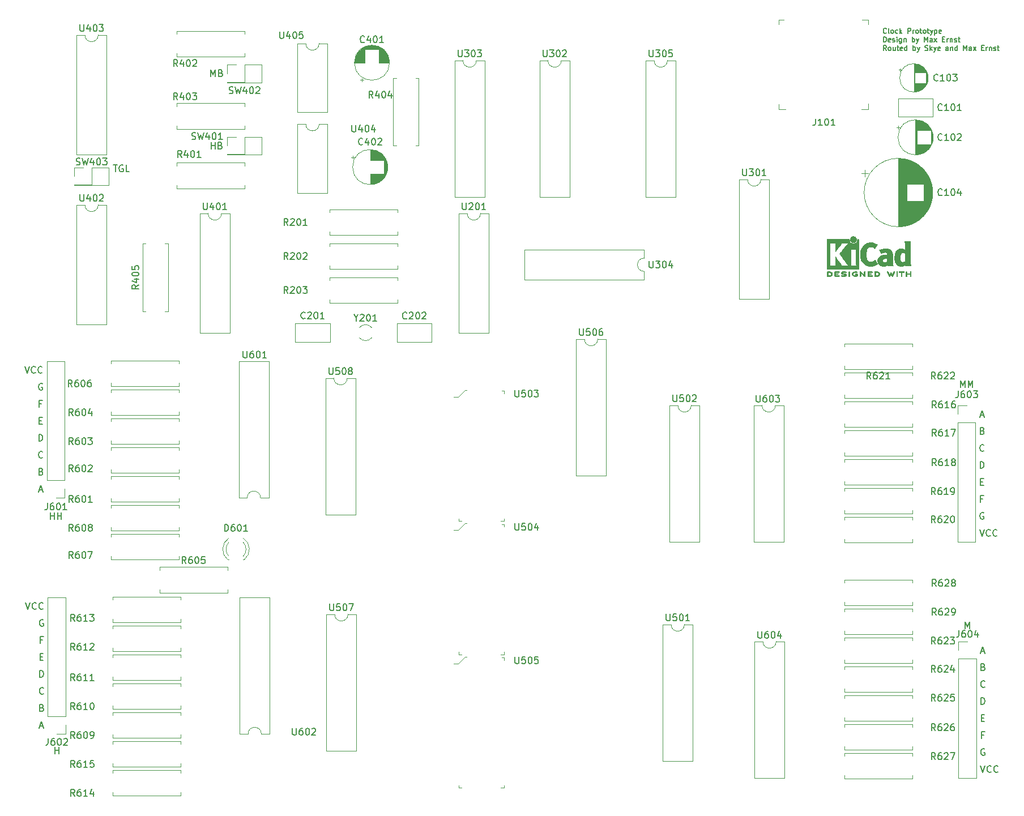
<source format=gbr>
G04 #@! TF.GenerationSoftware,KiCad,Pcbnew,(5.1.5)-3*
G04 #@! TF.CreationDate,2020-01-14T22:53:57-05:00*
G04 #@! TF.ProjectId,Digital Clock,44696769-7461-46c2-9043-6c6f636b2e6b,rev?*
G04 #@! TF.SameCoordinates,Original*
G04 #@! TF.FileFunction,Legend,Top*
G04 #@! TF.FilePolarity,Positive*
%FSLAX46Y46*%
G04 Gerber Fmt 4.6, Leading zero omitted, Abs format (unit mm)*
G04 Created by KiCad (PCBNEW (5.1.5)-3) date 2020-01-14 22:53:57*
%MOMM*%
%LPD*%
G04 APERTURE LIST*
%ADD10C,0.150000*%
%ADD11C,0.100000*%
%ADD12C,0.120000*%
%ADD13C,0.010000*%
G04 APERTURE END LIST*
D10*
X53443285Y-61412380D02*
X53443285Y-60412380D01*
X53443285Y-60888571D02*
X54014714Y-60888571D01*
X54014714Y-61412380D02*
X54014714Y-60412380D01*
X54824238Y-60888571D02*
X54967095Y-60936190D01*
X55014714Y-60983809D01*
X55062333Y-61079047D01*
X55062333Y-61221904D01*
X55014714Y-61317142D01*
X54967095Y-61364761D01*
X54871857Y-61412380D01*
X54490904Y-61412380D01*
X54490904Y-60412380D01*
X54824238Y-60412380D01*
X54919476Y-60460000D01*
X54967095Y-60507619D01*
X55014714Y-60602857D01*
X55014714Y-60698095D01*
X54967095Y-60793333D01*
X54919476Y-60840952D01*
X54824238Y-60888571D01*
X54490904Y-60888571D01*
X53395666Y-50617380D02*
X53395666Y-49617380D01*
X53729000Y-50331666D01*
X54062333Y-49617380D01*
X54062333Y-50617380D01*
X54871857Y-50093571D02*
X55014714Y-50141190D01*
X55062333Y-50188809D01*
X55109952Y-50284047D01*
X55109952Y-50426904D01*
X55062333Y-50522142D01*
X55014714Y-50569761D01*
X54919476Y-50617380D01*
X54538523Y-50617380D01*
X54538523Y-49617380D01*
X54871857Y-49617380D01*
X54967095Y-49665000D01*
X55014714Y-49712619D01*
X55062333Y-49807857D01*
X55062333Y-49903095D01*
X55014714Y-49998333D01*
X54967095Y-50045952D01*
X54871857Y-50093571D01*
X54538523Y-50093571D01*
X38814523Y-63841380D02*
X39385952Y-63841380D01*
X39100238Y-64841380D02*
X39100238Y-63841380D01*
X40243095Y-63889000D02*
X40147857Y-63841380D01*
X40005000Y-63841380D01*
X39862142Y-63889000D01*
X39766904Y-63984238D01*
X39719285Y-64079476D01*
X39671666Y-64269952D01*
X39671666Y-64412809D01*
X39719285Y-64603285D01*
X39766904Y-64698523D01*
X39862142Y-64793761D01*
X40005000Y-64841380D01*
X40100238Y-64841380D01*
X40243095Y-64793761D01*
X40290714Y-64746142D01*
X40290714Y-64412809D01*
X40100238Y-64412809D01*
X41195476Y-64841380D02*
X40719285Y-64841380D01*
X40719285Y-63841380D01*
X166163666Y-133167380D02*
X166163666Y-132167380D01*
X166497000Y-132881666D01*
X166830333Y-132167380D01*
X166830333Y-133167380D01*
X165465238Y-97099380D02*
X165465238Y-96099380D01*
X165798571Y-96813666D01*
X166131904Y-96099380D01*
X166131904Y-97099380D01*
X166608095Y-97099380D02*
X166608095Y-96099380D01*
X166941428Y-96813666D01*
X167274761Y-96099380D01*
X167274761Y-97099380D01*
X30067285Y-151836380D02*
X30067285Y-150836380D01*
X30067285Y-151312571D02*
X30638714Y-151312571D01*
X30638714Y-151836380D02*
X30638714Y-150836380D01*
X29416476Y-116784380D02*
X29416476Y-115784380D01*
X29416476Y-116260571D02*
X29987904Y-116260571D01*
X29987904Y-116784380D02*
X29987904Y-115784380D01*
X30464095Y-116784380D02*
X30464095Y-115784380D01*
X30464095Y-116260571D02*
X31035523Y-116260571D01*
X31035523Y-116784380D02*
X31035523Y-115784380D01*
X154374642Y-44077857D02*
X154338928Y-44113571D01*
X154231785Y-44149285D01*
X154160357Y-44149285D01*
X154053214Y-44113571D01*
X153981785Y-44042142D01*
X153946071Y-43970714D01*
X153910357Y-43827857D01*
X153910357Y-43720714D01*
X153946071Y-43577857D01*
X153981785Y-43506428D01*
X154053214Y-43435000D01*
X154160357Y-43399285D01*
X154231785Y-43399285D01*
X154338928Y-43435000D01*
X154374642Y-43470714D01*
X154803214Y-44149285D02*
X154731785Y-44113571D01*
X154696071Y-44042142D01*
X154696071Y-43399285D01*
X155196071Y-44149285D02*
X155124642Y-44113571D01*
X155088928Y-44077857D01*
X155053214Y-44006428D01*
X155053214Y-43792142D01*
X155088928Y-43720714D01*
X155124642Y-43685000D01*
X155196071Y-43649285D01*
X155303214Y-43649285D01*
X155374642Y-43685000D01*
X155410357Y-43720714D01*
X155446071Y-43792142D01*
X155446071Y-44006428D01*
X155410357Y-44077857D01*
X155374642Y-44113571D01*
X155303214Y-44149285D01*
X155196071Y-44149285D01*
X156088928Y-44113571D02*
X156017500Y-44149285D01*
X155874642Y-44149285D01*
X155803214Y-44113571D01*
X155767500Y-44077857D01*
X155731785Y-44006428D01*
X155731785Y-43792142D01*
X155767500Y-43720714D01*
X155803214Y-43685000D01*
X155874642Y-43649285D01*
X156017500Y-43649285D01*
X156088928Y-43685000D01*
X156410357Y-44149285D02*
X156410357Y-43399285D01*
X156481785Y-43863571D02*
X156696071Y-44149285D01*
X156696071Y-43649285D02*
X156410357Y-43935000D01*
X157588928Y-44149285D02*
X157588928Y-43399285D01*
X157874642Y-43399285D01*
X157946071Y-43435000D01*
X157981785Y-43470714D01*
X158017500Y-43542142D01*
X158017500Y-43649285D01*
X157981785Y-43720714D01*
X157946071Y-43756428D01*
X157874642Y-43792142D01*
X157588928Y-43792142D01*
X158338928Y-44149285D02*
X158338928Y-43649285D01*
X158338928Y-43792142D02*
X158374642Y-43720714D01*
X158410357Y-43685000D01*
X158481785Y-43649285D01*
X158553214Y-43649285D01*
X158910357Y-44149285D02*
X158838928Y-44113571D01*
X158803214Y-44077857D01*
X158767500Y-44006428D01*
X158767500Y-43792142D01*
X158803214Y-43720714D01*
X158838928Y-43685000D01*
X158910357Y-43649285D01*
X159017500Y-43649285D01*
X159088928Y-43685000D01*
X159124642Y-43720714D01*
X159160357Y-43792142D01*
X159160357Y-44006428D01*
X159124642Y-44077857D01*
X159088928Y-44113571D01*
X159017500Y-44149285D01*
X158910357Y-44149285D01*
X159374642Y-43649285D02*
X159660357Y-43649285D01*
X159481785Y-43399285D02*
X159481785Y-44042142D01*
X159517500Y-44113571D01*
X159588928Y-44149285D01*
X159660357Y-44149285D01*
X160017500Y-44149285D02*
X159946071Y-44113571D01*
X159910357Y-44077857D01*
X159874642Y-44006428D01*
X159874642Y-43792142D01*
X159910357Y-43720714D01*
X159946071Y-43685000D01*
X160017500Y-43649285D01*
X160124642Y-43649285D01*
X160196071Y-43685000D01*
X160231785Y-43720714D01*
X160267500Y-43792142D01*
X160267500Y-44006428D01*
X160231785Y-44077857D01*
X160196071Y-44113571D01*
X160124642Y-44149285D01*
X160017500Y-44149285D01*
X160481785Y-43649285D02*
X160767500Y-43649285D01*
X160588928Y-43399285D02*
X160588928Y-44042142D01*
X160624642Y-44113571D01*
X160696071Y-44149285D01*
X160767500Y-44149285D01*
X160946071Y-43649285D02*
X161124642Y-44149285D01*
X161303214Y-43649285D02*
X161124642Y-44149285D01*
X161053214Y-44327857D01*
X161017500Y-44363571D01*
X160946071Y-44399285D01*
X161588928Y-43649285D02*
X161588928Y-44399285D01*
X161588928Y-43685000D02*
X161660357Y-43649285D01*
X161803214Y-43649285D01*
X161874642Y-43685000D01*
X161910357Y-43720714D01*
X161946071Y-43792142D01*
X161946071Y-44006428D01*
X161910357Y-44077857D01*
X161874642Y-44113571D01*
X161803214Y-44149285D01*
X161660357Y-44149285D01*
X161588928Y-44113571D01*
X162553214Y-44113571D02*
X162481785Y-44149285D01*
X162338928Y-44149285D01*
X162267500Y-44113571D01*
X162231785Y-44042142D01*
X162231785Y-43756428D01*
X162267500Y-43685000D01*
X162338928Y-43649285D01*
X162481785Y-43649285D01*
X162553214Y-43685000D01*
X162588928Y-43756428D01*
X162588928Y-43827857D01*
X162231785Y-43899285D01*
X153946071Y-45424285D02*
X153946071Y-44674285D01*
X154124642Y-44674285D01*
X154231785Y-44710000D01*
X154303214Y-44781428D01*
X154338928Y-44852857D01*
X154374642Y-44995714D01*
X154374642Y-45102857D01*
X154338928Y-45245714D01*
X154303214Y-45317142D01*
X154231785Y-45388571D01*
X154124642Y-45424285D01*
X153946071Y-45424285D01*
X154981785Y-45388571D02*
X154910357Y-45424285D01*
X154767500Y-45424285D01*
X154696071Y-45388571D01*
X154660357Y-45317142D01*
X154660357Y-45031428D01*
X154696071Y-44960000D01*
X154767500Y-44924285D01*
X154910357Y-44924285D01*
X154981785Y-44960000D01*
X155017500Y-45031428D01*
X155017500Y-45102857D01*
X154660357Y-45174285D01*
X155303214Y-45388571D02*
X155374642Y-45424285D01*
X155517500Y-45424285D01*
X155588928Y-45388571D01*
X155624642Y-45317142D01*
X155624642Y-45281428D01*
X155588928Y-45210000D01*
X155517500Y-45174285D01*
X155410357Y-45174285D01*
X155338928Y-45138571D01*
X155303214Y-45067142D01*
X155303214Y-45031428D01*
X155338928Y-44960000D01*
X155410357Y-44924285D01*
X155517500Y-44924285D01*
X155588928Y-44960000D01*
X155946071Y-45424285D02*
X155946071Y-44924285D01*
X155946071Y-44674285D02*
X155910357Y-44710000D01*
X155946071Y-44745714D01*
X155981785Y-44710000D01*
X155946071Y-44674285D01*
X155946071Y-44745714D01*
X156624642Y-44924285D02*
X156624642Y-45531428D01*
X156588928Y-45602857D01*
X156553214Y-45638571D01*
X156481785Y-45674285D01*
X156374642Y-45674285D01*
X156303214Y-45638571D01*
X156624642Y-45388571D02*
X156553214Y-45424285D01*
X156410357Y-45424285D01*
X156338928Y-45388571D01*
X156303214Y-45352857D01*
X156267500Y-45281428D01*
X156267500Y-45067142D01*
X156303214Y-44995714D01*
X156338928Y-44960000D01*
X156410357Y-44924285D01*
X156553214Y-44924285D01*
X156624642Y-44960000D01*
X156981785Y-44924285D02*
X156981785Y-45424285D01*
X156981785Y-44995714D02*
X157017500Y-44960000D01*
X157088928Y-44924285D01*
X157196071Y-44924285D01*
X157267500Y-44960000D01*
X157303214Y-45031428D01*
X157303214Y-45424285D01*
X158231785Y-45424285D02*
X158231785Y-44674285D01*
X158231785Y-44960000D02*
X158303214Y-44924285D01*
X158446071Y-44924285D01*
X158517500Y-44960000D01*
X158553214Y-44995714D01*
X158588928Y-45067142D01*
X158588928Y-45281428D01*
X158553214Y-45352857D01*
X158517500Y-45388571D01*
X158446071Y-45424285D01*
X158303214Y-45424285D01*
X158231785Y-45388571D01*
X158838928Y-44924285D02*
X159017500Y-45424285D01*
X159196071Y-44924285D02*
X159017500Y-45424285D01*
X158946071Y-45602857D01*
X158910357Y-45638571D01*
X158838928Y-45674285D01*
X160053214Y-45424285D02*
X160053214Y-44674285D01*
X160303214Y-45210000D01*
X160553214Y-44674285D01*
X160553214Y-45424285D01*
X161231785Y-45424285D02*
X161231785Y-45031428D01*
X161196071Y-44960000D01*
X161124642Y-44924285D01*
X160981785Y-44924285D01*
X160910357Y-44960000D01*
X161231785Y-45388571D02*
X161160357Y-45424285D01*
X160981785Y-45424285D01*
X160910357Y-45388571D01*
X160874642Y-45317142D01*
X160874642Y-45245714D01*
X160910357Y-45174285D01*
X160981785Y-45138571D01*
X161160357Y-45138571D01*
X161231785Y-45102857D01*
X161517500Y-45424285D02*
X161910357Y-44924285D01*
X161517500Y-44924285D02*
X161910357Y-45424285D01*
X162767500Y-45031428D02*
X163017500Y-45031428D01*
X163124642Y-45424285D02*
X162767500Y-45424285D01*
X162767500Y-44674285D01*
X163124642Y-44674285D01*
X163446071Y-45424285D02*
X163446071Y-44924285D01*
X163446071Y-45067142D02*
X163481785Y-44995714D01*
X163517500Y-44960000D01*
X163588928Y-44924285D01*
X163660357Y-44924285D01*
X163910357Y-44924285D02*
X163910357Y-45424285D01*
X163910357Y-44995714D02*
X163946071Y-44960000D01*
X164017500Y-44924285D01*
X164124642Y-44924285D01*
X164196071Y-44960000D01*
X164231785Y-45031428D01*
X164231785Y-45424285D01*
X164553214Y-45388571D02*
X164624642Y-45424285D01*
X164767500Y-45424285D01*
X164838928Y-45388571D01*
X164874642Y-45317142D01*
X164874642Y-45281428D01*
X164838928Y-45210000D01*
X164767500Y-45174285D01*
X164660357Y-45174285D01*
X164588928Y-45138571D01*
X164553214Y-45067142D01*
X164553214Y-45031428D01*
X164588928Y-44960000D01*
X164660357Y-44924285D01*
X164767500Y-44924285D01*
X164838928Y-44960000D01*
X165088928Y-44924285D02*
X165374642Y-44924285D01*
X165196071Y-44674285D02*
X165196071Y-45317142D01*
X165231785Y-45388571D01*
X165303214Y-45424285D01*
X165374642Y-45424285D01*
X154374642Y-46699285D02*
X154124642Y-46342142D01*
X153946071Y-46699285D02*
X153946071Y-45949285D01*
X154231785Y-45949285D01*
X154303214Y-45985000D01*
X154338928Y-46020714D01*
X154374642Y-46092142D01*
X154374642Y-46199285D01*
X154338928Y-46270714D01*
X154303214Y-46306428D01*
X154231785Y-46342142D01*
X153946071Y-46342142D01*
X154803214Y-46699285D02*
X154731785Y-46663571D01*
X154696071Y-46627857D01*
X154660357Y-46556428D01*
X154660357Y-46342142D01*
X154696071Y-46270714D01*
X154731785Y-46235000D01*
X154803214Y-46199285D01*
X154910357Y-46199285D01*
X154981785Y-46235000D01*
X155017500Y-46270714D01*
X155053214Y-46342142D01*
X155053214Y-46556428D01*
X155017500Y-46627857D01*
X154981785Y-46663571D01*
X154910357Y-46699285D01*
X154803214Y-46699285D01*
X155696071Y-46199285D02*
X155696071Y-46699285D01*
X155374642Y-46199285D02*
X155374642Y-46592142D01*
X155410357Y-46663571D01*
X155481785Y-46699285D01*
X155588928Y-46699285D01*
X155660357Y-46663571D01*
X155696071Y-46627857D01*
X155946071Y-46199285D02*
X156231785Y-46199285D01*
X156053214Y-45949285D02*
X156053214Y-46592142D01*
X156088928Y-46663571D01*
X156160357Y-46699285D01*
X156231785Y-46699285D01*
X156767500Y-46663571D02*
X156696071Y-46699285D01*
X156553214Y-46699285D01*
X156481785Y-46663571D01*
X156446071Y-46592142D01*
X156446071Y-46306428D01*
X156481785Y-46235000D01*
X156553214Y-46199285D01*
X156696071Y-46199285D01*
X156767500Y-46235000D01*
X156803214Y-46306428D01*
X156803214Y-46377857D01*
X156446071Y-46449285D01*
X157446071Y-46699285D02*
X157446071Y-45949285D01*
X157446071Y-46663571D02*
X157374642Y-46699285D01*
X157231785Y-46699285D01*
X157160357Y-46663571D01*
X157124642Y-46627857D01*
X157088928Y-46556428D01*
X157088928Y-46342142D01*
X157124642Y-46270714D01*
X157160357Y-46235000D01*
X157231785Y-46199285D01*
X157374642Y-46199285D01*
X157446071Y-46235000D01*
X158374642Y-46699285D02*
X158374642Y-45949285D01*
X158374642Y-46235000D02*
X158446071Y-46199285D01*
X158588928Y-46199285D01*
X158660357Y-46235000D01*
X158696071Y-46270714D01*
X158731785Y-46342142D01*
X158731785Y-46556428D01*
X158696071Y-46627857D01*
X158660357Y-46663571D01*
X158588928Y-46699285D01*
X158446071Y-46699285D01*
X158374642Y-46663571D01*
X158981785Y-46199285D02*
X159160357Y-46699285D01*
X159338928Y-46199285D02*
X159160357Y-46699285D01*
X159088928Y-46877857D01*
X159053214Y-46913571D01*
X158981785Y-46949285D01*
X160160357Y-46663571D02*
X160267500Y-46699285D01*
X160446071Y-46699285D01*
X160517500Y-46663571D01*
X160553214Y-46627857D01*
X160588928Y-46556428D01*
X160588928Y-46485000D01*
X160553214Y-46413571D01*
X160517500Y-46377857D01*
X160446071Y-46342142D01*
X160303214Y-46306428D01*
X160231785Y-46270714D01*
X160196071Y-46235000D01*
X160160357Y-46163571D01*
X160160357Y-46092142D01*
X160196071Y-46020714D01*
X160231785Y-45985000D01*
X160303214Y-45949285D01*
X160481785Y-45949285D01*
X160588928Y-45985000D01*
X160910357Y-46699285D02*
X160910357Y-45949285D01*
X160981785Y-46413571D02*
X161196071Y-46699285D01*
X161196071Y-46199285D02*
X160910357Y-46485000D01*
X161446071Y-46199285D02*
X161624642Y-46699285D01*
X161803214Y-46199285D02*
X161624642Y-46699285D01*
X161553214Y-46877857D01*
X161517500Y-46913571D01*
X161446071Y-46949285D01*
X162374642Y-46663571D02*
X162303214Y-46699285D01*
X162160357Y-46699285D01*
X162088928Y-46663571D01*
X162053214Y-46592142D01*
X162053214Y-46306428D01*
X162088928Y-46235000D01*
X162160357Y-46199285D01*
X162303214Y-46199285D01*
X162374642Y-46235000D01*
X162410357Y-46306428D01*
X162410357Y-46377857D01*
X162053214Y-46449285D01*
X163624642Y-46699285D02*
X163624642Y-46306428D01*
X163588928Y-46235000D01*
X163517500Y-46199285D01*
X163374642Y-46199285D01*
X163303214Y-46235000D01*
X163624642Y-46663571D02*
X163553214Y-46699285D01*
X163374642Y-46699285D01*
X163303214Y-46663571D01*
X163267500Y-46592142D01*
X163267500Y-46520714D01*
X163303214Y-46449285D01*
X163374642Y-46413571D01*
X163553214Y-46413571D01*
X163624642Y-46377857D01*
X163981785Y-46199285D02*
X163981785Y-46699285D01*
X163981785Y-46270714D02*
X164017500Y-46235000D01*
X164088928Y-46199285D01*
X164196071Y-46199285D01*
X164267500Y-46235000D01*
X164303214Y-46306428D01*
X164303214Y-46699285D01*
X164981785Y-46699285D02*
X164981785Y-45949285D01*
X164981785Y-46663571D02*
X164910357Y-46699285D01*
X164767500Y-46699285D01*
X164696071Y-46663571D01*
X164660357Y-46627857D01*
X164624642Y-46556428D01*
X164624642Y-46342142D01*
X164660357Y-46270714D01*
X164696071Y-46235000D01*
X164767500Y-46199285D01*
X164910357Y-46199285D01*
X164981785Y-46235000D01*
X165910357Y-46699285D02*
X165910357Y-45949285D01*
X166160357Y-46485000D01*
X166410357Y-45949285D01*
X166410357Y-46699285D01*
X167088928Y-46699285D02*
X167088928Y-46306428D01*
X167053214Y-46235000D01*
X166981785Y-46199285D01*
X166838928Y-46199285D01*
X166767500Y-46235000D01*
X167088928Y-46663571D02*
X167017500Y-46699285D01*
X166838928Y-46699285D01*
X166767500Y-46663571D01*
X166731785Y-46592142D01*
X166731785Y-46520714D01*
X166767500Y-46449285D01*
X166838928Y-46413571D01*
X167017500Y-46413571D01*
X167088928Y-46377857D01*
X167374642Y-46699285D02*
X167767500Y-46199285D01*
X167374642Y-46199285D02*
X167767500Y-46699285D01*
X168624642Y-46306428D02*
X168874642Y-46306428D01*
X168981785Y-46699285D02*
X168624642Y-46699285D01*
X168624642Y-45949285D01*
X168981785Y-45949285D01*
X169303214Y-46699285D02*
X169303214Y-46199285D01*
X169303214Y-46342142D02*
X169338928Y-46270714D01*
X169374642Y-46235000D01*
X169446071Y-46199285D01*
X169517500Y-46199285D01*
X169767500Y-46199285D02*
X169767500Y-46699285D01*
X169767500Y-46270714D02*
X169803214Y-46235000D01*
X169874642Y-46199285D01*
X169981785Y-46199285D01*
X170053214Y-46235000D01*
X170088928Y-46306428D01*
X170088928Y-46699285D01*
X170410357Y-46663571D02*
X170481785Y-46699285D01*
X170624642Y-46699285D01*
X170696071Y-46663571D01*
X170731785Y-46592142D01*
X170731785Y-46556428D01*
X170696071Y-46485000D01*
X170624642Y-46449285D01*
X170517500Y-46449285D01*
X170446071Y-46413571D01*
X170410357Y-46342142D01*
X170410357Y-46306428D01*
X170446071Y-46235000D01*
X170517500Y-46199285D01*
X170624642Y-46199285D01*
X170696071Y-46235000D01*
X170946071Y-46199285D02*
X171231785Y-46199285D01*
X171053214Y-45949285D02*
X171053214Y-46592142D01*
X171088928Y-46663571D01*
X171160357Y-46699285D01*
X171231785Y-46699285D01*
X168727428Y-103560571D02*
X168870285Y-103608190D01*
X168917904Y-103655809D01*
X168965523Y-103751047D01*
X168965523Y-103893904D01*
X168917904Y-103989142D01*
X168870285Y-104036761D01*
X168775047Y-104084380D01*
X168394095Y-104084380D01*
X168394095Y-103084380D01*
X168727428Y-103084380D01*
X168822666Y-103132000D01*
X168870285Y-103179619D01*
X168917904Y-103274857D01*
X168917904Y-103370095D01*
X168870285Y-103465333D01*
X168822666Y-103512952D01*
X168727428Y-103560571D01*
X168394095Y-103560571D01*
X168917904Y-115832000D02*
X168822666Y-115784380D01*
X168679809Y-115784380D01*
X168536952Y-115832000D01*
X168441714Y-115927238D01*
X168394095Y-116022476D01*
X168346476Y-116212952D01*
X168346476Y-116355809D01*
X168394095Y-116546285D01*
X168441714Y-116641523D01*
X168536952Y-116736761D01*
X168679809Y-116784380D01*
X168775047Y-116784380D01*
X168917904Y-116736761D01*
X168965523Y-116689142D01*
X168965523Y-116355809D01*
X168775047Y-116355809D01*
X168338666Y-118324380D02*
X168672000Y-119324380D01*
X169005333Y-118324380D01*
X169910095Y-119229142D02*
X169862476Y-119276761D01*
X169719619Y-119324380D01*
X169624380Y-119324380D01*
X169481523Y-119276761D01*
X169386285Y-119181523D01*
X169338666Y-119086285D01*
X169291047Y-118895809D01*
X169291047Y-118752952D01*
X169338666Y-118562476D01*
X169386285Y-118467238D01*
X169481523Y-118372000D01*
X169624380Y-118324380D01*
X169719619Y-118324380D01*
X169862476Y-118372000D01*
X169910095Y-118419619D01*
X170910095Y-119229142D02*
X170862476Y-119276761D01*
X170719619Y-119324380D01*
X170624380Y-119324380D01*
X170481523Y-119276761D01*
X170386285Y-119181523D01*
X170338666Y-119086285D01*
X170291047Y-118895809D01*
X170291047Y-118752952D01*
X170338666Y-118562476D01*
X170386285Y-118467238D01*
X170481523Y-118372000D01*
X170624380Y-118324380D01*
X170719619Y-118324380D01*
X170862476Y-118372000D01*
X170910095Y-118419619D01*
X168965523Y-106529142D02*
X168917904Y-106576761D01*
X168775047Y-106624380D01*
X168679809Y-106624380D01*
X168536952Y-106576761D01*
X168441714Y-106481523D01*
X168394095Y-106386285D01*
X168346476Y-106195809D01*
X168346476Y-106052952D01*
X168394095Y-105862476D01*
X168441714Y-105767238D01*
X168536952Y-105672000D01*
X168679809Y-105624380D01*
X168775047Y-105624380D01*
X168917904Y-105672000D01*
X168965523Y-105719619D01*
X168441714Y-111180571D02*
X168775047Y-111180571D01*
X168917904Y-111704380D02*
X168441714Y-111704380D01*
X168441714Y-110704380D01*
X168917904Y-110704380D01*
X168394095Y-109164380D02*
X168394095Y-108164380D01*
X168632190Y-108164380D01*
X168775047Y-108212000D01*
X168870285Y-108307238D01*
X168917904Y-108402476D01*
X168965523Y-108592952D01*
X168965523Y-108735809D01*
X168917904Y-108926285D01*
X168870285Y-109021523D01*
X168775047Y-109116761D01*
X168632190Y-109164380D01*
X168394095Y-109164380D01*
X168417904Y-101258666D02*
X168894095Y-101258666D01*
X168322666Y-101544380D02*
X168656000Y-100544380D01*
X168989333Y-101544380D01*
X168798857Y-113720571D02*
X168465523Y-113720571D01*
X168465523Y-114244380D02*
X168465523Y-113244380D01*
X168941714Y-113244380D01*
X169092523Y-141835142D02*
X169044904Y-141882761D01*
X168902047Y-141930380D01*
X168806809Y-141930380D01*
X168663952Y-141882761D01*
X168568714Y-141787523D01*
X168521095Y-141692285D01*
X168473476Y-141501809D01*
X168473476Y-141358952D01*
X168521095Y-141168476D01*
X168568714Y-141073238D01*
X168663952Y-140978000D01*
X168806809Y-140930380D01*
X168902047Y-140930380D01*
X169044904Y-140978000D01*
X169092523Y-141025619D01*
X168568714Y-146486571D02*
X168902047Y-146486571D01*
X169044904Y-147010380D02*
X168568714Y-147010380D01*
X168568714Y-146010380D01*
X169044904Y-146010380D01*
X168521095Y-144470380D02*
X168521095Y-143470380D01*
X168759190Y-143470380D01*
X168902047Y-143518000D01*
X168997285Y-143613238D01*
X169044904Y-143708476D01*
X169092523Y-143898952D01*
X169092523Y-144041809D01*
X169044904Y-144232285D01*
X168997285Y-144327523D01*
X168902047Y-144422761D01*
X168759190Y-144470380D01*
X168521095Y-144470380D01*
X168854428Y-138866571D02*
X168997285Y-138914190D01*
X169044904Y-138961809D01*
X169092523Y-139057047D01*
X169092523Y-139199904D01*
X169044904Y-139295142D01*
X168997285Y-139342761D01*
X168902047Y-139390380D01*
X168521095Y-139390380D01*
X168521095Y-138390380D01*
X168854428Y-138390380D01*
X168949666Y-138438000D01*
X168997285Y-138485619D01*
X169044904Y-138580857D01*
X169044904Y-138676095D01*
X168997285Y-138771333D01*
X168949666Y-138818952D01*
X168854428Y-138866571D01*
X168521095Y-138866571D01*
X168544904Y-136564666D02*
X169021095Y-136564666D01*
X168449666Y-136850380D02*
X168783000Y-135850380D01*
X169116333Y-136850380D01*
X169044904Y-151138000D02*
X168949666Y-151090380D01*
X168806809Y-151090380D01*
X168663952Y-151138000D01*
X168568714Y-151233238D01*
X168521095Y-151328476D01*
X168473476Y-151518952D01*
X168473476Y-151661809D01*
X168521095Y-151852285D01*
X168568714Y-151947523D01*
X168663952Y-152042761D01*
X168806809Y-152090380D01*
X168902047Y-152090380D01*
X169044904Y-152042761D01*
X169092523Y-151995142D01*
X169092523Y-151661809D01*
X168902047Y-151661809D01*
X168465666Y-153630380D02*
X168799000Y-154630380D01*
X169132333Y-153630380D01*
X170037095Y-154535142D02*
X169989476Y-154582761D01*
X169846619Y-154630380D01*
X169751380Y-154630380D01*
X169608523Y-154582761D01*
X169513285Y-154487523D01*
X169465666Y-154392285D01*
X169418047Y-154201809D01*
X169418047Y-154058952D01*
X169465666Y-153868476D01*
X169513285Y-153773238D01*
X169608523Y-153678000D01*
X169751380Y-153630380D01*
X169846619Y-153630380D01*
X169989476Y-153678000D01*
X170037095Y-153725619D01*
X171037095Y-154535142D02*
X170989476Y-154582761D01*
X170846619Y-154630380D01*
X170751380Y-154630380D01*
X170608523Y-154582761D01*
X170513285Y-154487523D01*
X170465666Y-154392285D01*
X170418047Y-154201809D01*
X170418047Y-154058952D01*
X170465666Y-153868476D01*
X170513285Y-153773238D01*
X170608523Y-153678000D01*
X170751380Y-153630380D01*
X170846619Y-153630380D01*
X170989476Y-153678000D01*
X171037095Y-153725619D01*
X168925857Y-149026571D02*
X168592523Y-149026571D01*
X168592523Y-149550380D02*
X168592523Y-148550380D01*
X169068714Y-148550380D01*
X28376523Y-142851142D02*
X28328904Y-142898761D01*
X28186047Y-142946380D01*
X28090809Y-142946380D01*
X27947952Y-142898761D01*
X27852714Y-142803523D01*
X27805095Y-142708285D01*
X27757476Y-142517809D01*
X27757476Y-142374952D01*
X27805095Y-142184476D01*
X27852714Y-142089238D01*
X27947952Y-141994000D01*
X28090809Y-141946380D01*
X28186047Y-141946380D01*
X28328904Y-141994000D01*
X28376523Y-142041619D01*
X27852714Y-137342571D02*
X28186047Y-137342571D01*
X28328904Y-137866380D02*
X27852714Y-137866380D01*
X27852714Y-136866380D01*
X28328904Y-136866380D01*
X27805095Y-140406380D02*
X27805095Y-139406380D01*
X28043190Y-139406380D01*
X28186047Y-139454000D01*
X28281285Y-139549238D01*
X28328904Y-139644476D01*
X28376523Y-139834952D01*
X28376523Y-139977809D01*
X28328904Y-140168285D01*
X28281285Y-140263523D01*
X28186047Y-140358761D01*
X28043190Y-140406380D01*
X27805095Y-140406380D01*
X28138428Y-144962571D02*
X28281285Y-145010190D01*
X28328904Y-145057809D01*
X28376523Y-145153047D01*
X28376523Y-145295904D01*
X28328904Y-145391142D01*
X28281285Y-145438761D01*
X28186047Y-145486380D01*
X27805095Y-145486380D01*
X27805095Y-144486380D01*
X28138428Y-144486380D01*
X28233666Y-144534000D01*
X28281285Y-144581619D01*
X28328904Y-144676857D01*
X28328904Y-144772095D01*
X28281285Y-144867333D01*
X28233666Y-144914952D01*
X28138428Y-144962571D01*
X27805095Y-144962571D01*
X27828904Y-147740666D02*
X28305095Y-147740666D01*
X27733666Y-148026380D02*
X28067000Y-147026380D01*
X28400333Y-148026380D01*
X28328904Y-131834000D02*
X28233666Y-131786380D01*
X28090809Y-131786380D01*
X27947952Y-131834000D01*
X27852714Y-131929238D01*
X27805095Y-132024476D01*
X27757476Y-132214952D01*
X27757476Y-132357809D01*
X27805095Y-132548285D01*
X27852714Y-132643523D01*
X27947952Y-132738761D01*
X28090809Y-132786380D01*
X28186047Y-132786380D01*
X28328904Y-132738761D01*
X28376523Y-132691142D01*
X28376523Y-132357809D01*
X28186047Y-132357809D01*
X25717666Y-129246380D02*
X26051000Y-130246380D01*
X26384333Y-129246380D01*
X27289095Y-130151142D02*
X27241476Y-130198761D01*
X27098619Y-130246380D01*
X27003380Y-130246380D01*
X26860523Y-130198761D01*
X26765285Y-130103523D01*
X26717666Y-130008285D01*
X26670047Y-129817809D01*
X26670047Y-129674952D01*
X26717666Y-129484476D01*
X26765285Y-129389238D01*
X26860523Y-129294000D01*
X27003380Y-129246380D01*
X27098619Y-129246380D01*
X27241476Y-129294000D01*
X27289095Y-129341619D01*
X28289095Y-130151142D02*
X28241476Y-130198761D01*
X28098619Y-130246380D01*
X28003380Y-130246380D01*
X27860523Y-130198761D01*
X27765285Y-130103523D01*
X27717666Y-130008285D01*
X27670047Y-129817809D01*
X27670047Y-129674952D01*
X27717666Y-129484476D01*
X27765285Y-129389238D01*
X27860523Y-129294000D01*
X28003380Y-129246380D01*
X28098619Y-129246380D01*
X28241476Y-129294000D01*
X28289095Y-129341619D01*
X28209857Y-134802571D02*
X27876523Y-134802571D01*
X27876523Y-135326380D02*
X27876523Y-134326380D01*
X28352714Y-134326380D01*
X25590666Y-93940380D02*
X25924000Y-94940380D01*
X26257333Y-93940380D01*
X27162095Y-94845142D02*
X27114476Y-94892761D01*
X26971619Y-94940380D01*
X26876380Y-94940380D01*
X26733523Y-94892761D01*
X26638285Y-94797523D01*
X26590666Y-94702285D01*
X26543047Y-94511809D01*
X26543047Y-94368952D01*
X26590666Y-94178476D01*
X26638285Y-94083238D01*
X26733523Y-93988000D01*
X26876380Y-93940380D01*
X26971619Y-93940380D01*
X27114476Y-93988000D01*
X27162095Y-94035619D01*
X28162095Y-94845142D02*
X28114476Y-94892761D01*
X27971619Y-94940380D01*
X27876380Y-94940380D01*
X27733523Y-94892761D01*
X27638285Y-94797523D01*
X27590666Y-94702285D01*
X27543047Y-94511809D01*
X27543047Y-94368952D01*
X27590666Y-94178476D01*
X27638285Y-94083238D01*
X27733523Y-93988000D01*
X27876380Y-93940380D01*
X27971619Y-93940380D01*
X28114476Y-93988000D01*
X28162095Y-94035619D01*
X28201904Y-96528000D02*
X28106666Y-96480380D01*
X27963809Y-96480380D01*
X27820952Y-96528000D01*
X27725714Y-96623238D01*
X27678095Y-96718476D01*
X27630476Y-96908952D01*
X27630476Y-97051809D01*
X27678095Y-97242285D01*
X27725714Y-97337523D01*
X27820952Y-97432761D01*
X27963809Y-97480380D01*
X28059047Y-97480380D01*
X28201904Y-97432761D01*
X28249523Y-97385142D01*
X28249523Y-97051809D01*
X28059047Y-97051809D01*
X28082857Y-99496571D02*
X27749523Y-99496571D01*
X27749523Y-100020380D02*
X27749523Y-99020380D01*
X28225714Y-99020380D01*
X27725714Y-102036571D02*
X28059047Y-102036571D01*
X28201904Y-102560380D02*
X27725714Y-102560380D01*
X27725714Y-101560380D01*
X28201904Y-101560380D01*
X27678095Y-105100380D02*
X27678095Y-104100380D01*
X27916190Y-104100380D01*
X28059047Y-104148000D01*
X28154285Y-104243238D01*
X28201904Y-104338476D01*
X28249523Y-104528952D01*
X28249523Y-104671809D01*
X28201904Y-104862285D01*
X28154285Y-104957523D01*
X28059047Y-105052761D01*
X27916190Y-105100380D01*
X27678095Y-105100380D01*
X28249523Y-107545142D02*
X28201904Y-107592761D01*
X28059047Y-107640380D01*
X27963809Y-107640380D01*
X27820952Y-107592761D01*
X27725714Y-107497523D01*
X27678095Y-107402285D01*
X27630476Y-107211809D01*
X27630476Y-107068952D01*
X27678095Y-106878476D01*
X27725714Y-106783238D01*
X27820952Y-106688000D01*
X27963809Y-106640380D01*
X28059047Y-106640380D01*
X28201904Y-106688000D01*
X28249523Y-106735619D01*
X28011428Y-109656571D02*
X28154285Y-109704190D01*
X28201904Y-109751809D01*
X28249523Y-109847047D01*
X28249523Y-109989904D01*
X28201904Y-110085142D01*
X28154285Y-110132761D01*
X28059047Y-110180380D01*
X27678095Y-110180380D01*
X27678095Y-109180380D01*
X28011428Y-109180380D01*
X28106666Y-109228000D01*
X28154285Y-109275619D01*
X28201904Y-109370857D01*
X28201904Y-109466095D01*
X28154285Y-109561333D01*
X28106666Y-109608952D01*
X28011428Y-109656571D01*
X27678095Y-109656571D01*
X27701904Y-112434666D02*
X28178095Y-112434666D01*
X27606666Y-112720380D02*
X27940000Y-111720380D01*
X28273333Y-112720380D01*
D11*
X138325000Y-55470000D02*
X138325000Y-54745000D01*
X139275000Y-55470000D02*
X138325000Y-55470000D01*
X151675000Y-55470000D02*
X151675000Y-54670000D01*
X150650000Y-55470000D02*
X151675000Y-55470000D01*
X138325000Y-42140000D02*
X139025000Y-42140000D01*
X138325000Y-42790000D02*
X138325000Y-42140000D01*
X151675000Y-42140000D02*
X151675000Y-42815000D01*
X150700000Y-42140000D02*
X151675000Y-42140000D01*
D12*
X151190354Y-64570000D02*
X151190354Y-65570000D01*
X150690354Y-65070000D02*
X151690354Y-65070000D01*
X161251000Y-67346000D02*
X161251000Y-68544000D01*
X161211000Y-67083000D02*
X161211000Y-68807000D01*
X161171000Y-66883000D02*
X161171000Y-69007000D01*
X161131000Y-66715000D02*
X161131000Y-69175000D01*
X161091000Y-66567000D02*
X161091000Y-69323000D01*
X161051000Y-66435000D02*
X161051000Y-69455000D01*
X161011000Y-66315000D02*
X161011000Y-69575000D01*
X160971000Y-66203000D02*
X160971000Y-69687000D01*
X160931000Y-66099000D02*
X160931000Y-69791000D01*
X160891000Y-66001000D02*
X160891000Y-69889000D01*
X160851000Y-65908000D02*
X160851000Y-69982000D01*
X160811000Y-65820000D02*
X160811000Y-70070000D01*
X160771000Y-65736000D02*
X160771000Y-70154000D01*
X160731000Y-65656000D02*
X160731000Y-70234000D01*
X160691000Y-65580000D02*
X160691000Y-70310000D01*
X160651000Y-65506000D02*
X160651000Y-70384000D01*
X160611000Y-65435000D02*
X160611000Y-70455000D01*
X160571000Y-65366000D02*
X160571000Y-70524000D01*
X160531000Y-65300000D02*
X160531000Y-70590000D01*
X160491000Y-65236000D02*
X160491000Y-70654000D01*
X160451000Y-65175000D02*
X160451000Y-70715000D01*
X160411000Y-65115000D02*
X160411000Y-70775000D01*
X160371000Y-65056000D02*
X160371000Y-70834000D01*
X160331000Y-65000000D02*
X160331000Y-70890000D01*
X160291000Y-64945000D02*
X160291000Y-70945000D01*
X160251000Y-64891000D02*
X160251000Y-70999000D01*
X160211000Y-64839000D02*
X160211000Y-71051000D01*
X160171000Y-64789000D02*
X160171000Y-71101000D01*
X160131000Y-64739000D02*
X160131000Y-71151000D01*
X160091000Y-64691000D02*
X160091000Y-71199000D01*
X160051000Y-64644000D02*
X160051000Y-71246000D01*
X160011000Y-64598000D02*
X160011000Y-71292000D01*
X159971000Y-64553000D02*
X159971000Y-71337000D01*
X159931000Y-64509000D02*
X159931000Y-71381000D01*
X159891000Y-69186000D02*
X159891000Y-71423000D01*
X159891000Y-64467000D02*
X159891000Y-66704000D01*
X159851000Y-69186000D02*
X159851000Y-71465000D01*
X159851000Y-64425000D02*
X159851000Y-66704000D01*
X159811000Y-69186000D02*
X159811000Y-71506000D01*
X159811000Y-64384000D02*
X159811000Y-66704000D01*
X159771000Y-69186000D02*
X159771000Y-71546000D01*
X159771000Y-64344000D02*
X159771000Y-66704000D01*
X159731000Y-69186000D02*
X159731000Y-71585000D01*
X159731000Y-64305000D02*
X159731000Y-66704000D01*
X159691000Y-69186000D02*
X159691000Y-71624000D01*
X159691000Y-64266000D02*
X159691000Y-66704000D01*
X159651000Y-69186000D02*
X159651000Y-71661000D01*
X159651000Y-64229000D02*
X159651000Y-66704000D01*
X159611000Y-69186000D02*
X159611000Y-71698000D01*
X159611000Y-64192000D02*
X159611000Y-66704000D01*
X159571000Y-69186000D02*
X159571000Y-71734000D01*
X159571000Y-64156000D02*
X159571000Y-66704000D01*
X159531000Y-69186000D02*
X159531000Y-71769000D01*
X159531000Y-64121000D02*
X159531000Y-66704000D01*
X159491000Y-69186000D02*
X159491000Y-71803000D01*
X159491000Y-64087000D02*
X159491000Y-66704000D01*
X159451000Y-69186000D02*
X159451000Y-71837000D01*
X159451000Y-64053000D02*
X159451000Y-66704000D01*
X159411000Y-69186000D02*
X159411000Y-71870000D01*
X159411000Y-64020000D02*
X159411000Y-66704000D01*
X159371000Y-69186000D02*
X159371000Y-71902000D01*
X159371000Y-63988000D02*
X159371000Y-66704000D01*
X159331000Y-69186000D02*
X159331000Y-71934000D01*
X159331000Y-63956000D02*
X159331000Y-66704000D01*
X159291000Y-69186000D02*
X159291000Y-71965000D01*
X159291000Y-63925000D02*
X159291000Y-66704000D01*
X159251000Y-69186000D02*
X159251000Y-71995000D01*
X159251000Y-63895000D02*
X159251000Y-66704000D01*
X159211000Y-69186000D02*
X159211000Y-72025000D01*
X159211000Y-63865000D02*
X159211000Y-66704000D01*
X159171000Y-69186000D02*
X159171000Y-72055000D01*
X159171000Y-63835000D02*
X159171000Y-66704000D01*
X159131000Y-69186000D02*
X159131000Y-72083000D01*
X159131000Y-63807000D02*
X159131000Y-66704000D01*
X159091000Y-69186000D02*
X159091000Y-72111000D01*
X159091000Y-63779000D02*
X159091000Y-66704000D01*
X159051000Y-69186000D02*
X159051000Y-72139000D01*
X159051000Y-63751000D02*
X159051000Y-66704000D01*
X159011000Y-69186000D02*
X159011000Y-72166000D01*
X159011000Y-63724000D02*
X159011000Y-66704000D01*
X158971000Y-69186000D02*
X158971000Y-72192000D01*
X158971000Y-63698000D02*
X158971000Y-66704000D01*
X158931000Y-69186000D02*
X158931000Y-72218000D01*
X158931000Y-63672000D02*
X158931000Y-66704000D01*
X158891000Y-69186000D02*
X158891000Y-72243000D01*
X158891000Y-63647000D02*
X158891000Y-66704000D01*
X158851000Y-69186000D02*
X158851000Y-72268000D01*
X158851000Y-63622000D02*
X158851000Y-66704000D01*
X158811000Y-69186000D02*
X158811000Y-72292000D01*
X158811000Y-63598000D02*
X158811000Y-66704000D01*
X158771000Y-69186000D02*
X158771000Y-72316000D01*
X158771000Y-63574000D02*
X158771000Y-66704000D01*
X158731000Y-69186000D02*
X158731000Y-72340000D01*
X158731000Y-63550000D02*
X158731000Y-66704000D01*
X158691000Y-69186000D02*
X158691000Y-72362000D01*
X158691000Y-63528000D02*
X158691000Y-66704000D01*
X158651000Y-69186000D02*
X158651000Y-72385000D01*
X158651000Y-63505000D02*
X158651000Y-66704000D01*
X158611000Y-69186000D02*
X158611000Y-72407000D01*
X158611000Y-63483000D02*
X158611000Y-66704000D01*
X158571000Y-69186000D02*
X158571000Y-72428000D01*
X158571000Y-63462000D02*
X158571000Y-66704000D01*
X158531000Y-69186000D02*
X158531000Y-72449000D01*
X158531000Y-63441000D02*
X158531000Y-66704000D01*
X158491000Y-69186000D02*
X158491000Y-72470000D01*
X158491000Y-63420000D02*
X158491000Y-66704000D01*
X158451000Y-69186000D02*
X158451000Y-72490000D01*
X158451000Y-63400000D02*
X158451000Y-66704000D01*
X158411000Y-69186000D02*
X158411000Y-72509000D01*
X158411000Y-63381000D02*
X158411000Y-66704000D01*
X158371000Y-69186000D02*
X158371000Y-72529000D01*
X158371000Y-63361000D02*
X158371000Y-66704000D01*
X158331000Y-69186000D02*
X158331000Y-72548000D01*
X158331000Y-63342000D02*
X158331000Y-66704000D01*
X158291000Y-69186000D02*
X158291000Y-72566000D01*
X158291000Y-63324000D02*
X158291000Y-66704000D01*
X158251000Y-69186000D02*
X158251000Y-72584000D01*
X158251000Y-63306000D02*
X158251000Y-66704000D01*
X158211000Y-69186000D02*
X158211000Y-72602000D01*
X158211000Y-63288000D02*
X158211000Y-66704000D01*
X158171000Y-69186000D02*
X158171000Y-72619000D01*
X158171000Y-63271000D02*
X158171000Y-66704000D01*
X158131000Y-69186000D02*
X158131000Y-72635000D01*
X158131000Y-63255000D02*
X158131000Y-66704000D01*
X158091000Y-69186000D02*
X158091000Y-72652000D01*
X158091000Y-63238000D02*
X158091000Y-66704000D01*
X158051000Y-69186000D02*
X158051000Y-72668000D01*
X158051000Y-63222000D02*
X158051000Y-66704000D01*
X158011000Y-69186000D02*
X158011000Y-72683000D01*
X158011000Y-63207000D02*
X158011000Y-66704000D01*
X157971000Y-69186000D02*
X157971000Y-72699000D01*
X157971000Y-63191000D02*
X157971000Y-66704000D01*
X157931000Y-69186000D02*
X157931000Y-72713000D01*
X157931000Y-63177000D02*
X157931000Y-66704000D01*
X157891000Y-69186000D02*
X157891000Y-72728000D01*
X157891000Y-63162000D02*
X157891000Y-66704000D01*
X157851000Y-69186000D02*
X157851000Y-72742000D01*
X157851000Y-63148000D02*
X157851000Y-66704000D01*
X157811000Y-69186000D02*
X157811000Y-72756000D01*
X157811000Y-63134000D02*
X157811000Y-66704000D01*
X157771000Y-69186000D02*
X157771000Y-72769000D01*
X157771000Y-63121000D02*
X157771000Y-66704000D01*
X157731000Y-69186000D02*
X157731000Y-72782000D01*
X157731000Y-63108000D02*
X157731000Y-66704000D01*
X157691000Y-69186000D02*
X157691000Y-72795000D01*
X157691000Y-63095000D02*
X157691000Y-66704000D01*
X157651000Y-69186000D02*
X157651000Y-72807000D01*
X157651000Y-63083000D02*
X157651000Y-66704000D01*
X157611000Y-69186000D02*
X157611000Y-72819000D01*
X157611000Y-63071000D02*
X157611000Y-66704000D01*
X157571000Y-69186000D02*
X157571000Y-72830000D01*
X157571000Y-63060000D02*
X157571000Y-66704000D01*
X157531000Y-69186000D02*
X157531000Y-72842000D01*
X157531000Y-63048000D02*
X157531000Y-66704000D01*
X157491000Y-69186000D02*
X157491000Y-72852000D01*
X157491000Y-63038000D02*
X157491000Y-66704000D01*
X157451000Y-69186000D02*
X157451000Y-72863000D01*
X157451000Y-63027000D02*
X157451000Y-66704000D01*
X157411000Y-63017000D02*
X157411000Y-72873000D01*
X157371000Y-63007000D02*
X157371000Y-72883000D01*
X157331000Y-62998000D02*
X157331000Y-72892000D01*
X157291000Y-62989000D02*
X157291000Y-72901000D01*
X157251000Y-62980000D02*
X157251000Y-72910000D01*
X157211000Y-62971000D02*
X157211000Y-72919000D01*
X157171000Y-62963000D02*
X157171000Y-72927000D01*
X157131000Y-62955000D02*
X157131000Y-72935000D01*
X157091000Y-62948000D02*
X157091000Y-72942000D01*
X157051000Y-62941000D02*
X157051000Y-72949000D01*
X157011000Y-62934000D02*
X157011000Y-72956000D01*
X156971000Y-62927000D02*
X156971000Y-72963000D01*
X156931000Y-62921000D02*
X156931000Y-72969000D01*
X156891000Y-62915000D02*
X156891000Y-72975000D01*
X156850000Y-62910000D02*
X156850000Y-72980000D01*
X156810000Y-62905000D02*
X156810000Y-72985000D01*
X156770000Y-62900000D02*
X156770000Y-72990000D01*
X156730000Y-62895000D02*
X156730000Y-72995000D01*
X156690000Y-62891000D02*
X156690000Y-72999000D01*
X156650000Y-62887000D02*
X156650000Y-73003000D01*
X156610000Y-62883000D02*
X156610000Y-73007000D01*
X156570000Y-62880000D02*
X156570000Y-73010000D01*
X156530000Y-62877000D02*
X156530000Y-73013000D01*
X156490000Y-62875000D02*
X156490000Y-73015000D01*
X156450000Y-62872000D02*
X156450000Y-73018000D01*
X156410000Y-62870000D02*
X156410000Y-73020000D01*
X156370000Y-62868000D02*
X156370000Y-73022000D01*
X156330000Y-62867000D02*
X156330000Y-73023000D01*
X156290000Y-62866000D02*
X156290000Y-73024000D01*
X156250000Y-62865000D02*
X156250000Y-73025000D01*
X156210000Y-62865000D02*
X156210000Y-73025000D01*
X156170000Y-62865000D02*
X156170000Y-73025000D01*
X161290000Y-67945000D02*
G75*
G03X161290000Y-67945000I-5120000J0D01*
G01*
X156410199Y-49405000D02*
X156410199Y-49805000D01*
X156210199Y-49605000D02*
X156610199Y-49605000D01*
X160561000Y-50430000D02*
X160561000Y-51170000D01*
X160521000Y-50263000D02*
X160521000Y-51337000D01*
X160481000Y-50136000D02*
X160481000Y-51464000D01*
X160441000Y-50032000D02*
X160441000Y-51568000D01*
X160401000Y-49941000D02*
X160401000Y-51659000D01*
X160361000Y-49860000D02*
X160361000Y-51740000D01*
X160321000Y-49787000D02*
X160321000Y-51813000D01*
X160281000Y-51640000D02*
X160281000Y-51880000D01*
X160281000Y-49720000D02*
X160281000Y-49960000D01*
X160241000Y-51640000D02*
X160241000Y-51942000D01*
X160241000Y-49658000D02*
X160241000Y-49960000D01*
X160201000Y-51640000D02*
X160201000Y-52000000D01*
X160201000Y-49600000D02*
X160201000Y-49960000D01*
X160161000Y-51640000D02*
X160161000Y-52054000D01*
X160161000Y-49546000D02*
X160161000Y-49960000D01*
X160121000Y-51640000D02*
X160121000Y-52104000D01*
X160121000Y-49496000D02*
X160121000Y-49960000D01*
X160081000Y-51640000D02*
X160081000Y-52151000D01*
X160081000Y-49449000D02*
X160081000Y-49960000D01*
X160041000Y-51640000D02*
X160041000Y-52196000D01*
X160041000Y-49404000D02*
X160041000Y-49960000D01*
X160001000Y-51640000D02*
X160001000Y-52238000D01*
X160001000Y-49362000D02*
X160001000Y-49960000D01*
X159961000Y-51640000D02*
X159961000Y-52278000D01*
X159961000Y-49322000D02*
X159961000Y-49960000D01*
X159921000Y-51640000D02*
X159921000Y-52316000D01*
X159921000Y-49284000D02*
X159921000Y-49960000D01*
X159881000Y-51640000D02*
X159881000Y-52352000D01*
X159881000Y-49248000D02*
X159881000Y-49960000D01*
X159841000Y-51640000D02*
X159841000Y-52387000D01*
X159841000Y-49213000D02*
X159841000Y-49960000D01*
X159801000Y-51640000D02*
X159801000Y-52419000D01*
X159801000Y-49181000D02*
X159801000Y-49960000D01*
X159761000Y-51640000D02*
X159761000Y-52450000D01*
X159761000Y-49150000D02*
X159761000Y-49960000D01*
X159721000Y-51640000D02*
X159721000Y-52480000D01*
X159721000Y-49120000D02*
X159721000Y-49960000D01*
X159681000Y-51640000D02*
X159681000Y-52508000D01*
X159681000Y-49092000D02*
X159681000Y-49960000D01*
X159641000Y-51640000D02*
X159641000Y-52535000D01*
X159641000Y-49065000D02*
X159641000Y-49960000D01*
X159601000Y-51640000D02*
X159601000Y-52560000D01*
X159601000Y-49040000D02*
X159601000Y-49960000D01*
X159561000Y-51640000D02*
X159561000Y-52585000D01*
X159561000Y-49015000D02*
X159561000Y-49960000D01*
X159521000Y-51640000D02*
X159521000Y-52608000D01*
X159521000Y-48992000D02*
X159521000Y-49960000D01*
X159481000Y-51640000D02*
X159481000Y-52630000D01*
X159481000Y-48970000D02*
X159481000Y-49960000D01*
X159441000Y-51640000D02*
X159441000Y-52651000D01*
X159441000Y-48949000D02*
X159441000Y-49960000D01*
X159401000Y-51640000D02*
X159401000Y-52670000D01*
X159401000Y-48930000D02*
X159401000Y-49960000D01*
X159361000Y-51640000D02*
X159361000Y-52689000D01*
X159361000Y-48911000D02*
X159361000Y-49960000D01*
X159321000Y-51640000D02*
X159321000Y-52707000D01*
X159321000Y-48893000D02*
X159321000Y-49960000D01*
X159281000Y-51640000D02*
X159281000Y-52724000D01*
X159281000Y-48876000D02*
X159281000Y-49960000D01*
X159241000Y-51640000D02*
X159241000Y-52740000D01*
X159241000Y-48860000D02*
X159241000Y-49960000D01*
X159201000Y-51640000D02*
X159201000Y-52754000D01*
X159201000Y-48846000D02*
X159201000Y-49960000D01*
X159160000Y-51640000D02*
X159160000Y-52768000D01*
X159160000Y-48832000D02*
X159160000Y-49960000D01*
X159120000Y-51640000D02*
X159120000Y-52782000D01*
X159120000Y-48818000D02*
X159120000Y-49960000D01*
X159080000Y-51640000D02*
X159080000Y-52794000D01*
X159080000Y-48806000D02*
X159080000Y-49960000D01*
X159040000Y-51640000D02*
X159040000Y-52805000D01*
X159040000Y-48795000D02*
X159040000Y-49960000D01*
X159000000Y-51640000D02*
X159000000Y-52816000D01*
X159000000Y-48784000D02*
X159000000Y-49960000D01*
X158960000Y-51640000D02*
X158960000Y-52825000D01*
X158960000Y-48775000D02*
X158960000Y-49960000D01*
X158920000Y-51640000D02*
X158920000Y-52834000D01*
X158920000Y-48766000D02*
X158920000Y-49960000D01*
X158880000Y-51640000D02*
X158880000Y-52842000D01*
X158880000Y-48758000D02*
X158880000Y-49960000D01*
X158840000Y-51640000D02*
X158840000Y-52850000D01*
X158840000Y-48750000D02*
X158840000Y-49960000D01*
X158800000Y-51640000D02*
X158800000Y-52856000D01*
X158800000Y-48744000D02*
X158800000Y-49960000D01*
X158760000Y-51640000D02*
X158760000Y-52862000D01*
X158760000Y-48738000D02*
X158760000Y-49960000D01*
X158720000Y-51640000D02*
X158720000Y-52867000D01*
X158720000Y-48733000D02*
X158720000Y-49960000D01*
X158680000Y-51640000D02*
X158680000Y-52871000D01*
X158680000Y-48729000D02*
X158680000Y-49960000D01*
X158640000Y-48726000D02*
X158640000Y-52874000D01*
X158600000Y-48723000D02*
X158600000Y-52877000D01*
X158560000Y-48721000D02*
X158560000Y-52879000D01*
X158520000Y-48720000D02*
X158520000Y-52880000D01*
X158480000Y-48720000D02*
X158480000Y-52880000D01*
X160600000Y-50800000D02*
G75*
G03X160600000Y-50800000I-2120000J0D01*
G01*
X156175225Y-57965000D02*
X156175225Y-58465000D01*
X155925225Y-58215000D02*
X156425225Y-58215000D01*
X161331000Y-59406000D02*
X161331000Y-59974000D01*
X161291000Y-59172000D02*
X161291000Y-60208000D01*
X161251000Y-59013000D02*
X161251000Y-60367000D01*
X161211000Y-58885000D02*
X161211000Y-60495000D01*
X161171000Y-58775000D02*
X161171000Y-60605000D01*
X161131000Y-58679000D02*
X161131000Y-60701000D01*
X161091000Y-58592000D02*
X161091000Y-60788000D01*
X161051000Y-58512000D02*
X161051000Y-60868000D01*
X161011000Y-60730000D02*
X161011000Y-60941000D01*
X161011000Y-58439000D02*
X161011000Y-58650000D01*
X160971000Y-60730000D02*
X160971000Y-61009000D01*
X160971000Y-58371000D02*
X160971000Y-58650000D01*
X160931000Y-60730000D02*
X160931000Y-61073000D01*
X160931000Y-58307000D02*
X160931000Y-58650000D01*
X160891000Y-60730000D02*
X160891000Y-61133000D01*
X160891000Y-58247000D02*
X160891000Y-58650000D01*
X160851000Y-60730000D02*
X160851000Y-61190000D01*
X160851000Y-58190000D02*
X160851000Y-58650000D01*
X160811000Y-60730000D02*
X160811000Y-61244000D01*
X160811000Y-58136000D02*
X160811000Y-58650000D01*
X160771000Y-60730000D02*
X160771000Y-61295000D01*
X160771000Y-58085000D02*
X160771000Y-58650000D01*
X160731000Y-60730000D02*
X160731000Y-61343000D01*
X160731000Y-58037000D02*
X160731000Y-58650000D01*
X160691000Y-60730000D02*
X160691000Y-61389000D01*
X160691000Y-57991000D02*
X160691000Y-58650000D01*
X160651000Y-60730000D02*
X160651000Y-61433000D01*
X160651000Y-57947000D02*
X160651000Y-58650000D01*
X160611000Y-60730000D02*
X160611000Y-61475000D01*
X160611000Y-57905000D02*
X160611000Y-58650000D01*
X160571000Y-60730000D02*
X160571000Y-61516000D01*
X160571000Y-57864000D02*
X160571000Y-58650000D01*
X160531000Y-60730000D02*
X160531000Y-61554000D01*
X160531000Y-57826000D02*
X160531000Y-58650000D01*
X160491000Y-60730000D02*
X160491000Y-61591000D01*
X160491000Y-57789000D02*
X160491000Y-58650000D01*
X160451000Y-60730000D02*
X160451000Y-61627000D01*
X160451000Y-57753000D02*
X160451000Y-58650000D01*
X160411000Y-60730000D02*
X160411000Y-61661000D01*
X160411000Y-57719000D02*
X160411000Y-58650000D01*
X160371000Y-60730000D02*
X160371000Y-61694000D01*
X160371000Y-57686000D02*
X160371000Y-58650000D01*
X160331000Y-60730000D02*
X160331000Y-61725000D01*
X160331000Y-57655000D02*
X160331000Y-58650000D01*
X160291000Y-60730000D02*
X160291000Y-61755000D01*
X160291000Y-57625000D02*
X160291000Y-58650000D01*
X160251000Y-60730000D02*
X160251000Y-61785000D01*
X160251000Y-57595000D02*
X160251000Y-58650000D01*
X160211000Y-60730000D02*
X160211000Y-61812000D01*
X160211000Y-57568000D02*
X160211000Y-58650000D01*
X160171000Y-60730000D02*
X160171000Y-61839000D01*
X160171000Y-57541000D02*
X160171000Y-58650000D01*
X160131000Y-60730000D02*
X160131000Y-61865000D01*
X160131000Y-57515000D02*
X160131000Y-58650000D01*
X160091000Y-60730000D02*
X160091000Y-61890000D01*
X160091000Y-57490000D02*
X160091000Y-58650000D01*
X160051000Y-60730000D02*
X160051000Y-61914000D01*
X160051000Y-57466000D02*
X160051000Y-58650000D01*
X160011000Y-60730000D02*
X160011000Y-61937000D01*
X160011000Y-57443000D02*
X160011000Y-58650000D01*
X159971000Y-60730000D02*
X159971000Y-61958000D01*
X159971000Y-57422000D02*
X159971000Y-58650000D01*
X159931000Y-60730000D02*
X159931000Y-61980000D01*
X159931000Y-57400000D02*
X159931000Y-58650000D01*
X159891000Y-60730000D02*
X159891000Y-62000000D01*
X159891000Y-57380000D02*
X159891000Y-58650000D01*
X159851000Y-60730000D02*
X159851000Y-62019000D01*
X159851000Y-57361000D02*
X159851000Y-58650000D01*
X159811000Y-60730000D02*
X159811000Y-62038000D01*
X159811000Y-57342000D02*
X159811000Y-58650000D01*
X159771000Y-60730000D02*
X159771000Y-62055000D01*
X159771000Y-57325000D02*
X159771000Y-58650000D01*
X159731000Y-60730000D02*
X159731000Y-62072000D01*
X159731000Y-57308000D02*
X159731000Y-58650000D01*
X159691000Y-60730000D02*
X159691000Y-62088000D01*
X159691000Y-57292000D02*
X159691000Y-58650000D01*
X159651000Y-60730000D02*
X159651000Y-62104000D01*
X159651000Y-57276000D02*
X159651000Y-58650000D01*
X159611000Y-60730000D02*
X159611000Y-62118000D01*
X159611000Y-57262000D02*
X159611000Y-58650000D01*
X159571000Y-60730000D02*
X159571000Y-62132000D01*
X159571000Y-57248000D02*
X159571000Y-58650000D01*
X159531000Y-60730000D02*
X159531000Y-62145000D01*
X159531000Y-57235000D02*
X159531000Y-58650000D01*
X159491000Y-60730000D02*
X159491000Y-62158000D01*
X159491000Y-57222000D02*
X159491000Y-58650000D01*
X159451000Y-60730000D02*
X159451000Y-62170000D01*
X159451000Y-57210000D02*
X159451000Y-58650000D01*
X159410000Y-60730000D02*
X159410000Y-62181000D01*
X159410000Y-57199000D02*
X159410000Y-58650000D01*
X159370000Y-60730000D02*
X159370000Y-62191000D01*
X159370000Y-57189000D02*
X159370000Y-58650000D01*
X159330000Y-60730000D02*
X159330000Y-62201000D01*
X159330000Y-57179000D02*
X159330000Y-58650000D01*
X159290000Y-60730000D02*
X159290000Y-62210000D01*
X159290000Y-57170000D02*
X159290000Y-58650000D01*
X159250000Y-60730000D02*
X159250000Y-62218000D01*
X159250000Y-57162000D02*
X159250000Y-58650000D01*
X159210000Y-60730000D02*
X159210000Y-62226000D01*
X159210000Y-57154000D02*
X159210000Y-58650000D01*
X159170000Y-60730000D02*
X159170000Y-62233000D01*
X159170000Y-57147000D02*
X159170000Y-58650000D01*
X159130000Y-60730000D02*
X159130000Y-62240000D01*
X159130000Y-57140000D02*
X159130000Y-58650000D01*
X159090000Y-60730000D02*
X159090000Y-62246000D01*
X159090000Y-57134000D02*
X159090000Y-58650000D01*
X159050000Y-60730000D02*
X159050000Y-62251000D01*
X159050000Y-57129000D02*
X159050000Y-58650000D01*
X159010000Y-60730000D02*
X159010000Y-62255000D01*
X159010000Y-57125000D02*
X159010000Y-58650000D01*
X158970000Y-60730000D02*
X158970000Y-62259000D01*
X158970000Y-57121000D02*
X158970000Y-58650000D01*
X158930000Y-57117000D02*
X158930000Y-62263000D01*
X158890000Y-57114000D02*
X158890000Y-62266000D01*
X158850000Y-57112000D02*
X158850000Y-62268000D01*
X158810000Y-57111000D02*
X158810000Y-62269000D01*
X158770000Y-57110000D02*
X158770000Y-62270000D01*
X158730000Y-57110000D02*
X158730000Y-62270000D01*
X161350000Y-59690000D02*
G75*
G03X161350000Y-59690000I-2620000J0D01*
G01*
X161350000Y-53875000D02*
X161350000Y-56615000D01*
X156110000Y-53875000D02*
X156110000Y-56615000D01*
X156110000Y-56615000D02*
X161350000Y-56615000D01*
X156110000Y-53875000D02*
X161350000Y-53875000D01*
D13*
G36*
X157993823Y-79744533D02*
G01*
X158025202Y-79766776D01*
X158052911Y-79794485D01*
X158052911Y-80103920D01*
X158052838Y-80195799D01*
X158052495Y-80267840D01*
X158051692Y-80322780D01*
X158050241Y-80363360D01*
X158047952Y-80392317D01*
X158044636Y-80412391D01*
X158040105Y-80426321D01*
X158034169Y-80436845D01*
X158029514Y-80443100D01*
X157998783Y-80467673D01*
X157963496Y-80470341D01*
X157931245Y-80455271D01*
X157920588Y-80446374D01*
X157913464Y-80434557D01*
X157909167Y-80415526D01*
X157906991Y-80384992D01*
X157906228Y-80338662D01*
X157906155Y-80302871D01*
X157906155Y-80168045D01*
X157409444Y-80168045D01*
X157409444Y-80290700D01*
X157408931Y-80346787D01*
X157406876Y-80385333D01*
X157402508Y-80411361D01*
X157395056Y-80429897D01*
X157386047Y-80443100D01*
X157355144Y-80467604D01*
X157320196Y-80470506D01*
X157286738Y-80453089D01*
X157277604Y-80443959D01*
X157271152Y-80431855D01*
X157266897Y-80413001D01*
X157264352Y-80383620D01*
X157263029Y-80339937D01*
X157262443Y-80278175D01*
X157262375Y-80264000D01*
X157261891Y-80147631D01*
X157261641Y-80051727D01*
X157261723Y-79974177D01*
X157262231Y-79912869D01*
X157263262Y-79865690D01*
X157264913Y-79830530D01*
X157267279Y-79805276D01*
X157270457Y-79787817D01*
X157274544Y-79776041D01*
X157279634Y-79767835D01*
X157285266Y-79761645D01*
X157317128Y-79741844D01*
X157350357Y-79744533D01*
X157381735Y-79766776D01*
X157394433Y-79781126D01*
X157402526Y-79796978D01*
X157407042Y-79819554D01*
X157409006Y-79854078D01*
X157409444Y-79905776D01*
X157409444Y-80021289D01*
X157906155Y-80021289D01*
X157906155Y-79902756D01*
X157906662Y-79848148D01*
X157908698Y-79811275D01*
X157913035Y-79787307D01*
X157920447Y-79771415D01*
X157928733Y-79761645D01*
X157960594Y-79741844D01*
X157993823Y-79744533D01*
G37*
X157993823Y-79744533D02*
X158025202Y-79766776D01*
X158052911Y-79794485D01*
X158052911Y-80103920D01*
X158052838Y-80195799D01*
X158052495Y-80267840D01*
X158051692Y-80322780D01*
X158050241Y-80363360D01*
X158047952Y-80392317D01*
X158044636Y-80412391D01*
X158040105Y-80426321D01*
X158034169Y-80436845D01*
X158029514Y-80443100D01*
X157998783Y-80467673D01*
X157963496Y-80470341D01*
X157931245Y-80455271D01*
X157920588Y-80446374D01*
X157913464Y-80434557D01*
X157909167Y-80415526D01*
X157906991Y-80384992D01*
X157906228Y-80338662D01*
X157906155Y-80302871D01*
X157906155Y-80168045D01*
X157409444Y-80168045D01*
X157409444Y-80290700D01*
X157408931Y-80346787D01*
X157406876Y-80385333D01*
X157402508Y-80411361D01*
X157395056Y-80429897D01*
X157386047Y-80443100D01*
X157355144Y-80467604D01*
X157320196Y-80470506D01*
X157286738Y-80453089D01*
X157277604Y-80443959D01*
X157271152Y-80431855D01*
X157266897Y-80413001D01*
X157264352Y-80383620D01*
X157263029Y-80339937D01*
X157262443Y-80278175D01*
X157262375Y-80264000D01*
X157261891Y-80147631D01*
X157261641Y-80051727D01*
X157261723Y-79974177D01*
X157262231Y-79912869D01*
X157263262Y-79865690D01*
X157264913Y-79830530D01*
X157267279Y-79805276D01*
X157270457Y-79787817D01*
X157274544Y-79776041D01*
X157279634Y-79767835D01*
X157285266Y-79761645D01*
X157317128Y-79741844D01*
X157350357Y-79744533D01*
X157381735Y-79766776D01*
X157394433Y-79781126D01*
X157402526Y-79796978D01*
X157407042Y-79819554D01*
X157409006Y-79854078D01*
X157409444Y-79905776D01*
X157409444Y-80021289D01*
X157906155Y-80021289D01*
X157906155Y-79902756D01*
X157906662Y-79848148D01*
X157908698Y-79811275D01*
X157913035Y-79787307D01*
X157920447Y-79771415D01*
X157928733Y-79761645D01*
X157960594Y-79741844D01*
X157993823Y-79744533D01*
G36*
X156728065Y-79739163D02*
G01*
X156806772Y-79739542D01*
X156867863Y-79740333D01*
X156913817Y-79741670D01*
X156947114Y-79743683D01*
X156970236Y-79746506D01*
X156985662Y-79750269D01*
X156995871Y-79755105D01*
X157000813Y-79758822D01*
X157026457Y-79791358D01*
X157029559Y-79825138D01*
X157013711Y-79855826D01*
X157003348Y-79868089D01*
X156992196Y-79876450D01*
X156976035Y-79881657D01*
X156950642Y-79884457D01*
X156911798Y-79885596D01*
X156855280Y-79885821D01*
X156844180Y-79885822D01*
X156698244Y-79885822D01*
X156698244Y-80156756D01*
X156698148Y-80242154D01*
X156697711Y-80307864D01*
X156696712Y-80356774D01*
X156694928Y-80391773D01*
X156692137Y-80415749D01*
X156688117Y-80431593D01*
X156682645Y-80442191D01*
X156675666Y-80450267D01*
X156642734Y-80470112D01*
X156608354Y-80468548D01*
X156577176Y-80445906D01*
X156574886Y-80443100D01*
X156567429Y-80432492D01*
X156561747Y-80420081D01*
X156557601Y-80402850D01*
X156554750Y-80377784D01*
X156552954Y-80341867D01*
X156551972Y-80292083D01*
X156551564Y-80225417D01*
X156551489Y-80149589D01*
X156551489Y-79885822D01*
X156412127Y-79885822D01*
X156352322Y-79885418D01*
X156310918Y-79883840D01*
X156283748Y-79880547D01*
X156266646Y-79874992D01*
X156255443Y-79866631D01*
X156254083Y-79865178D01*
X156237725Y-79831939D01*
X156239172Y-79794362D01*
X156257978Y-79761645D01*
X156265250Y-79755298D01*
X156274627Y-79750266D01*
X156288609Y-79746396D01*
X156309696Y-79743537D01*
X156340389Y-79741535D01*
X156383189Y-79740239D01*
X156440595Y-79739498D01*
X156515110Y-79739158D01*
X156609233Y-79739068D01*
X156629260Y-79739067D01*
X156728065Y-79739163D01*
G37*
X156728065Y-79739163D02*
X156806772Y-79739542D01*
X156867863Y-79740333D01*
X156913817Y-79741670D01*
X156947114Y-79743683D01*
X156970236Y-79746506D01*
X156985662Y-79750269D01*
X156995871Y-79755105D01*
X157000813Y-79758822D01*
X157026457Y-79791358D01*
X157029559Y-79825138D01*
X157013711Y-79855826D01*
X157003348Y-79868089D01*
X156992196Y-79876450D01*
X156976035Y-79881657D01*
X156950642Y-79884457D01*
X156911798Y-79885596D01*
X156855280Y-79885821D01*
X156844180Y-79885822D01*
X156698244Y-79885822D01*
X156698244Y-80156756D01*
X156698148Y-80242154D01*
X156697711Y-80307864D01*
X156696712Y-80356774D01*
X156694928Y-80391773D01*
X156692137Y-80415749D01*
X156688117Y-80431593D01*
X156682645Y-80442191D01*
X156675666Y-80450267D01*
X156642734Y-80470112D01*
X156608354Y-80468548D01*
X156577176Y-80445906D01*
X156574886Y-80443100D01*
X156567429Y-80432492D01*
X156561747Y-80420081D01*
X156557601Y-80402850D01*
X156554750Y-80377784D01*
X156552954Y-80341867D01*
X156551972Y-80292083D01*
X156551564Y-80225417D01*
X156551489Y-80149589D01*
X156551489Y-79885822D01*
X156412127Y-79885822D01*
X156352322Y-79885418D01*
X156310918Y-79883840D01*
X156283748Y-79880547D01*
X156266646Y-79874992D01*
X156255443Y-79866631D01*
X156254083Y-79865178D01*
X156237725Y-79831939D01*
X156239172Y-79794362D01*
X156257978Y-79761645D01*
X156265250Y-79755298D01*
X156274627Y-79750266D01*
X156288609Y-79746396D01*
X156309696Y-79743537D01*
X156340389Y-79741535D01*
X156383189Y-79740239D01*
X156440595Y-79739498D01*
X156515110Y-79739158D01*
X156609233Y-79739068D01*
X156629260Y-79739067D01*
X156728065Y-79739163D01*
G36*
X155953614Y-79745877D02*
G01*
X155977327Y-79760647D01*
X156003978Y-79782227D01*
X156003978Y-80103773D01*
X156003893Y-80197830D01*
X156003529Y-80271932D01*
X156002724Y-80328704D01*
X156001313Y-80370768D01*
X155999133Y-80400748D01*
X155996021Y-80421267D01*
X155991814Y-80434949D01*
X155986348Y-80444416D01*
X155982472Y-80449082D01*
X155951034Y-80469575D01*
X155915233Y-80468739D01*
X155883873Y-80451264D01*
X155857222Y-80429684D01*
X155857222Y-79782227D01*
X155883873Y-79760647D01*
X155909594Y-79744949D01*
X155930600Y-79739067D01*
X155953614Y-79745877D01*
G37*
X155953614Y-79745877D02*
X155977327Y-79760647D01*
X156003978Y-79782227D01*
X156003978Y-80103773D01*
X156003893Y-80197830D01*
X156003529Y-80271932D01*
X156002724Y-80328704D01*
X156001313Y-80370768D01*
X155999133Y-80400748D01*
X155996021Y-80421267D01*
X155991814Y-80434949D01*
X155986348Y-80444416D01*
X155982472Y-80449082D01*
X155951034Y-80469575D01*
X155915233Y-80468739D01*
X155883873Y-80451264D01*
X155857222Y-80429684D01*
X155857222Y-79782227D01*
X155883873Y-79760647D01*
X155909594Y-79744949D01*
X155930600Y-79739067D01*
X155953614Y-79745877D01*
G36*
X155509665Y-79741034D02*
G01*
X155529255Y-79748035D01*
X155530010Y-79748377D01*
X155556613Y-79768678D01*
X155571270Y-79789561D01*
X155574138Y-79799352D01*
X155573996Y-79812361D01*
X155569961Y-79830895D01*
X155561146Y-79857257D01*
X155546669Y-79893752D01*
X155525645Y-79942687D01*
X155497188Y-80006365D01*
X155460415Y-80087093D01*
X155440175Y-80131216D01*
X155403625Y-80209985D01*
X155369315Y-80282423D01*
X155338552Y-80345880D01*
X155312648Y-80397708D01*
X155292910Y-80435259D01*
X155280650Y-80455884D01*
X155278224Y-80458733D01*
X155247183Y-80471302D01*
X155212121Y-80469619D01*
X155184000Y-80454332D01*
X155182854Y-80453089D01*
X155171668Y-80436154D01*
X155152904Y-80403170D01*
X155128875Y-80358380D01*
X155101897Y-80306032D01*
X155092201Y-80286742D01*
X155019014Y-80140150D01*
X154939240Y-80299393D01*
X154910767Y-80354415D01*
X154884350Y-80402132D01*
X154862148Y-80438893D01*
X154846319Y-80461044D01*
X154840954Y-80465741D01*
X154799257Y-80472102D01*
X154764849Y-80458733D01*
X154754728Y-80444446D01*
X154737214Y-80412692D01*
X154713735Y-80366597D01*
X154685720Y-80309285D01*
X154654599Y-80243880D01*
X154621799Y-80173507D01*
X154588750Y-80101291D01*
X154556881Y-80030355D01*
X154527619Y-79963825D01*
X154502395Y-79904826D01*
X154482636Y-79856481D01*
X154469772Y-79821915D01*
X154465231Y-79804253D01*
X154465277Y-79803613D01*
X154476326Y-79781388D01*
X154498410Y-79758753D01*
X154499710Y-79757768D01*
X154526853Y-79742425D01*
X154551958Y-79742574D01*
X154561368Y-79745466D01*
X154572834Y-79751718D01*
X154585010Y-79764014D01*
X154599357Y-79784908D01*
X154617336Y-79816949D01*
X154640407Y-79862688D01*
X154670030Y-79924677D01*
X154696745Y-79981898D01*
X154727480Y-80048226D01*
X154755021Y-80107874D01*
X154777938Y-80157725D01*
X154794798Y-80194664D01*
X154804173Y-80215573D01*
X154805540Y-80218845D01*
X154811689Y-80213497D01*
X154825822Y-80191109D01*
X154846057Y-80154946D01*
X154870515Y-80108277D01*
X154880248Y-80089022D01*
X154913217Y-80024004D01*
X154938643Y-79976654D01*
X154958612Y-79944219D01*
X154975210Y-79923946D01*
X154990524Y-79913082D01*
X155006640Y-79908875D01*
X155017143Y-79908400D01*
X155035670Y-79910042D01*
X155051904Y-79916831D01*
X155068035Y-79931566D01*
X155086251Y-79957044D01*
X155108739Y-79996061D01*
X155137689Y-80051414D01*
X155153662Y-80082903D01*
X155179570Y-80133087D01*
X155202167Y-80174704D01*
X155219458Y-80204242D01*
X155229450Y-80218189D01*
X155230809Y-80218770D01*
X155237261Y-80207793D01*
X155251708Y-80179290D01*
X155272703Y-80136244D01*
X155298797Y-80081638D01*
X155328546Y-80018454D01*
X155343180Y-79987071D01*
X155381250Y-79906078D01*
X155411905Y-79843756D01*
X155436737Y-79798071D01*
X155457337Y-79766989D01*
X155475298Y-79748478D01*
X155492210Y-79740504D01*
X155509665Y-79741034D01*
G37*
X155509665Y-79741034D02*
X155529255Y-79748035D01*
X155530010Y-79748377D01*
X155556613Y-79768678D01*
X155571270Y-79789561D01*
X155574138Y-79799352D01*
X155573996Y-79812361D01*
X155569961Y-79830895D01*
X155561146Y-79857257D01*
X155546669Y-79893752D01*
X155525645Y-79942687D01*
X155497188Y-80006365D01*
X155460415Y-80087093D01*
X155440175Y-80131216D01*
X155403625Y-80209985D01*
X155369315Y-80282423D01*
X155338552Y-80345880D01*
X155312648Y-80397708D01*
X155292910Y-80435259D01*
X155280650Y-80455884D01*
X155278224Y-80458733D01*
X155247183Y-80471302D01*
X155212121Y-80469619D01*
X155184000Y-80454332D01*
X155182854Y-80453089D01*
X155171668Y-80436154D01*
X155152904Y-80403170D01*
X155128875Y-80358380D01*
X155101897Y-80306032D01*
X155092201Y-80286742D01*
X155019014Y-80140150D01*
X154939240Y-80299393D01*
X154910767Y-80354415D01*
X154884350Y-80402132D01*
X154862148Y-80438893D01*
X154846319Y-80461044D01*
X154840954Y-80465741D01*
X154799257Y-80472102D01*
X154764849Y-80458733D01*
X154754728Y-80444446D01*
X154737214Y-80412692D01*
X154713735Y-80366597D01*
X154685720Y-80309285D01*
X154654599Y-80243880D01*
X154621799Y-80173507D01*
X154588750Y-80101291D01*
X154556881Y-80030355D01*
X154527619Y-79963825D01*
X154502395Y-79904826D01*
X154482636Y-79856481D01*
X154469772Y-79821915D01*
X154465231Y-79804253D01*
X154465277Y-79803613D01*
X154476326Y-79781388D01*
X154498410Y-79758753D01*
X154499710Y-79757768D01*
X154526853Y-79742425D01*
X154551958Y-79742574D01*
X154561368Y-79745466D01*
X154572834Y-79751718D01*
X154585010Y-79764014D01*
X154599357Y-79784908D01*
X154617336Y-79816949D01*
X154640407Y-79862688D01*
X154670030Y-79924677D01*
X154696745Y-79981898D01*
X154727480Y-80048226D01*
X154755021Y-80107874D01*
X154777938Y-80157725D01*
X154794798Y-80194664D01*
X154804173Y-80215573D01*
X154805540Y-80218845D01*
X154811689Y-80213497D01*
X154825822Y-80191109D01*
X154846057Y-80154946D01*
X154870515Y-80108277D01*
X154880248Y-80089022D01*
X154913217Y-80024004D01*
X154938643Y-79976654D01*
X154958612Y-79944219D01*
X154975210Y-79923946D01*
X154990524Y-79913082D01*
X155006640Y-79908875D01*
X155017143Y-79908400D01*
X155035670Y-79910042D01*
X155051904Y-79916831D01*
X155068035Y-79931566D01*
X155086251Y-79957044D01*
X155108739Y-79996061D01*
X155137689Y-80051414D01*
X155153662Y-80082903D01*
X155179570Y-80133087D01*
X155202167Y-80174704D01*
X155219458Y-80204242D01*
X155229450Y-80218189D01*
X155230809Y-80218770D01*
X155237261Y-80207793D01*
X155251708Y-80179290D01*
X155272703Y-80136244D01*
X155298797Y-80081638D01*
X155328546Y-80018454D01*
X155343180Y-79987071D01*
X155381250Y-79906078D01*
X155411905Y-79843756D01*
X155436737Y-79798071D01*
X155457337Y-79766989D01*
X155475298Y-79748478D01*
X155492210Y-79740504D01*
X155509665Y-79741034D01*
G36*
X152783309Y-79739275D02*
G01*
X152912288Y-79743636D01*
X153021991Y-79756861D01*
X153114226Y-79779741D01*
X153190802Y-79813070D01*
X153253527Y-79857638D01*
X153304212Y-79914236D01*
X153344663Y-79983658D01*
X153345459Y-79985351D01*
X153369601Y-80047483D01*
X153378203Y-80102509D01*
X153371231Y-80157887D01*
X153348654Y-80221073D01*
X153344372Y-80230689D01*
X153315172Y-80286966D01*
X153282356Y-80330451D01*
X153240002Y-80367417D01*
X153182190Y-80404135D01*
X153178831Y-80406052D01*
X153128504Y-80430227D01*
X153071621Y-80448282D01*
X153004527Y-80460839D01*
X152923565Y-80468522D01*
X152825082Y-80471953D01*
X152790286Y-80472251D01*
X152624594Y-80472845D01*
X152601197Y-80443100D01*
X152594257Y-80433319D01*
X152588842Y-80421897D01*
X152584765Y-80406095D01*
X152581837Y-80383175D01*
X152579867Y-80350396D01*
X152579225Y-80326089D01*
X152735844Y-80326089D01*
X152829726Y-80326089D01*
X152884664Y-80324483D01*
X152941060Y-80320255D01*
X152987345Y-80314292D01*
X152990139Y-80313790D01*
X153072348Y-80291736D01*
X153136114Y-80258600D01*
X153183452Y-80212847D01*
X153216382Y-80152939D01*
X153222108Y-80137061D01*
X153227721Y-80112333D01*
X153225291Y-80087902D01*
X153213467Y-80055400D01*
X153206340Y-80039434D01*
X153183000Y-79997006D01*
X153154880Y-79967240D01*
X153123940Y-79946511D01*
X153061966Y-79919537D01*
X152982651Y-79899998D01*
X152890253Y-79888746D01*
X152823333Y-79886270D01*
X152735844Y-79885822D01*
X152735844Y-80326089D01*
X152579225Y-80326089D01*
X152578668Y-80305021D01*
X152578050Y-80244311D01*
X152577825Y-80165526D01*
X152577800Y-80103920D01*
X152577800Y-79794485D01*
X152605509Y-79766776D01*
X152617806Y-79755544D01*
X152631103Y-79747853D01*
X152649672Y-79743040D01*
X152677786Y-79740446D01*
X152719717Y-79739410D01*
X152779737Y-79739270D01*
X152783309Y-79739275D01*
G37*
X152783309Y-79739275D02*
X152912288Y-79743636D01*
X153021991Y-79756861D01*
X153114226Y-79779741D01*
X153190802Y-79813070D01*
X153253527Y-79857638D01*
X153304212Y-79914236D01*
X153344663Y-79983658D01*
X153345459Y-79985351D01*
X153369601Y-80047483D01*
X153378203Y-80102509D01*
X153371231Y-80157887D01*
X153348654Y-80221073D01*
X153344372Y-80230689D01*
X153315172Y-80286966D01*
X153282356Y-80330451D01*
X153240002Y-80367417D01*
X153182190Y-80404135D01*
X153178831Y-80406052D01*
X153128504Y-80430227D01*
X153071621Y-80448282D01*
X153004527Y-80460839D01*
X152923565Y-80468522D01*
X152825082Y-80471953D01*
X152790286Y-80472251D01*
X152624594Y-80472845D01*
X152601197Y-80443100D01*
X152594257Y-80433319D01*
X152588842Y-80421897D01*
X152584765Y-80406095D01*
X152581837Y-80383175D01*
X152579867Y-80350396D01*
X152579225Y-80326089D01*
X152735844Y-80326089D01*
X152829726Y-80326089D01*
X152884664Y-80324483D01*
X152941060Y-80320255D01*
X152987345Y-80314292D01*
X152990139Y-80313790D01*
X153072348Y-80291736D01*
X153136114Y-80258600D01*
X153183452Y-80212847D01*
X153216382Y-80152939D01*
X153222108Y-80137061D01*
X153227721Y-80112333D01*
X153225291Y-80087902D01*
X153213467Y-80055400D01*
X153206340Y-80039434D01*
X153183000Y-79997006D01*
X153154880Y-79967240D01*
X153123940Y-79946511D01*
X153061966Y-79919537D01*
X152982651Y-79899998D01*
X152890253Y-79888746D01*
X152823333Y-79886270D01*
X152735844Y-79885822D01*
X152735844Y-80326089D01*
X152579225Y-80326089D01*
X152578668Y-80305021D01*
X152578050Y-80244311D01*
X152577825Y-80165526D01*
X152577800Y-80103920D01*
X152577800Y-79794485D01*
X152605509Y-79766776D01*
X152617806Y-79755544D01*
X152631103Y-79747853D01*
X152649672Y-79743040D01*
X152677786Y-79740446D01*
X152719717Y-79739410D01*
X152779737Y-79739270D01*
X152783309Y-79739275D01*
G36*
X151995343Y-79739260D02*
G01*
X152071701Y-79740174D01*
X152130217Y-79742311D01*
X152173255Y-79746175D01*
X152203183Y-79752267D01*
X152222368Y-79761090D01*
X152233176Y-79773146D01*
X152237973Y-79788939D01*
X152239127Y-79808970D01*
X152239133Y-79811335D01*
X152238131Y-79833992D01*
X152233396Y-79851503D01*
X152222333Y-79864574D01*
X152202348Y-79873913D01*
X152170846Y-79880227D01*
X152125232Y-79884222D01*
X152062913Y-79886606D01*
X151981293Y-79888086D01*
X151956277Y-79888414D01*
X151714200Y-79891467D01*
X151710814Y-79956378D01*
X151707429Y-80021289D01*
X151875576Y-80021289D01*
X151941266Y-80021531D01*
X151988172Y-80022556D01*
X152020083Y-80024811D01*
X152040791Y-80028742D01*
X152054084Y-80034798D01*
X152063755Y-80043424D01*
X152063817Y-80043493D01*
X152081356Y-80077112D01*
X152080722Y-80113448D01*
X152062314Y-80144423D01*
X152058671Y-80147607D01*
X152045741Y-80155812D01*
X152028024Y-80161521D01*
X152001570Y-80165162D01*
X151962432Y-80167167D01*
X151906662Y-80167964D01*
X151870994Y-80168045D01*
X151708555Y-80168045D01*
X151708555Y-80326089D01*
X151955161Y-80326089D01*
X152036580Y-80326231D01*
X152098410Y-80326814D01*
X152143637Y-80328068D01*
X152175248Y-80330227D01*
X152196231Y-80333523D01*
X152209573Y-80338189D01*
X152218261Y-80344457D01*
X152220450Y-80346733D01*
X152236614Y-80378280D01*
X152237797Y-80414168D01*
X152224536Y-80445285D01*
X152214043Y-80455271D01*
X152203129Y-80460769D01*
X152186217Y-80465022D01*
X152160633Y-80468180D01*
X152123701Y-80470392D01*
X152072746Y-80471806D01*
X152005094Y-80472572D01*
X151918069Y-80472838D01*
X151898394Y-80472845D01*
X151809911Y-80472787D01*
X151741227Y-80472467D01*
X151689564Y-80471667D01*
X151652145Y-80470167D01*
X151626190Y-80467749D01*
X151608922Y-80464194D01*
X151597562Y-80459282D01*
X151589332Y-80452795D01*
X151584817Y-80448138D01*
X151578021Y-80439889D01*
X151572712Y-80429669D01*
X151568706Y-80414800D01*
X151565821Y-80392602D01*
X151563874Y-80360393D01*
X151562681Y-80315496D01*
X151562061Y-80255228D01*
X151561829Y-80176911D01*
X151561800Y-80110994D01*
X151561871Y-80018628D01*
X151562208Y-79946117D01*
X151562998Y-79890737D01*
X151564426Y-79849765D01*
X151566679Y-79820478D01*
X151569943Y-79800153D01*
X151574404Y-79786066D01*
X151580248Y-79775495D01*
X151585197Y-79768811D01*
X151608594Y-79739067D01*
X151898774Y-79739067D01*
X151995343Y-79739260D01*
G37*
X151995343Y-79739260D02*
X152071701Y-79740174D01*
X152130217Y-79742311D01*
X152173255Y-79746175D01*
X152203183Y-79752267D01*
X152222368Y-79761090D01*
X152233176Y-79773146D01*
X152237973Y-79788939D01*
X152239127Y-79808970D01*
X152239133Y-79811335D01*
X152238131Y-79833992D01*
X152233396Y-79851503D01*
X152222333Y-79864574D01*
X152202348Y-79873913D01*
X152170846Y-79880227D01*
X152125232Y-79884222D01*
X152062913Y-79886606D01*
X151981293Y-79888086D01*
X151956277Y-79888414D01*
X151714200Y-79891467D01*
X151710814Y-79956378D01*
X151707429Y-80021289D01*
X151875576Y-80021289D01*
X151941266Y-80021531D01*
X151988172Y-80022556D01*
X152020083Y-80024811D01*
X152040791Y-80028742D01*
X152054084Y-80034798D01*
X152063755Y-80043424D01*
X152063817Y-80043493D01*
X152081356Y-80077112D01*
X152080722Y-80113448D01*
X152062314Y-80144423D01*
X152058671Y-80147607D01*
X152045741Y-80155812D01*
X152028024Y-80161521D01*
X152001570Y-80165162D01*
X151962432Y-80167167D01*
X151906662Y-80167964D01*
X151870994Y-80168045D01*
X151708555Y-80168045D01*
X151708555Y-80326089D01*
X151955161Y-80326089D01*
X152036580Y-80326231D01*
X152098410Y-80326814D01*
X152143637Y-80328068D01*
X152175248Y-80330227D01*
X152196231Y-80333523D01*
X152209573Y-80338189D01*
X152218261Y-80344457D01*
X152220450Y-80346733D01*
X152236614Y-80378280D01*
X152237797Y-80414168D01*
X152224536Y-80445285D01*
X152214043Y-80455271D01*
X152203129Y-80460769D01*
X152186217Y-80465022D01*
X152160633Y-80468180D01*
X152123701Y-80470392D01*
X152072746Y-80471806D01*
X152005094Y-80472572D01*
X151918069Y-80472838D01*
X151898394Y-80472845D01*
X151809911Y-80472787D01*
X151741227Y-80472467D01*
X151689564Y-80471667D01*
X151652145Y-80470167D01*
X151626190Y-80467749D01*
X151608922Y-80464194D01*
X151597562Y-80459282D01*
X151589332Y-80452795D01*
X151584817Y-80448138D01*
X151578021Y-80439889D01*
X151572712Y-80429669D01*
X151568706Y-80414800D01*
X151565821Y-80392602D01*
X151563874Y-80360393D01*
X151562681Y-80315496D01*
X151562061Y-80255228D01*
X151561829Y-80176911D01*
X151561800Y-80110994D01*
X151561871Y-80018628D01*
X151562208Y-79946117D01*
X151562998Y-79890737D01*
X151564426Y-79849765D01*
X151566679Y-79820478D01*
X151569943Y-79800153D01*
X151574404Y-79786066D01*
X151580248Y-79775495D01*
X151585197Y-79768811D01*
X151608594Y-79739067D01*
X151898774Y-79739067D01*
X151995343Y-79739260D01*
G36*
X150464886Y-79743448D02*
G01*
X150488452Y-79757273D01*
X150519265Y-79779881D01*
X150558922Y-79812338D01*
X150609020Y-79855708D01*
X150671157Y-79911058D01*
X150746928Y-79979451D01*
X150833666Y-80058084D01*
X151014289Y-80221878D01*
X151019933Y-80002029D01*
X151021971Y-79926351D01*
X151023937Y-79869994D01*
X151026266Y-79829706D01*
X151029394Y-79802235D01*
X151033755Y-79784329D01*
X151039784Y-79772737D01*
X151047916Y-79764208D01*
X151052228Y-79760623D01*
X151086759Y-79741670D01*
X151119617Y-79744441D01*
X151145682Y-79760633D01*
X151172333Y-79782199D01*
X151175648Y-80097151D01*
X151176565Y-80189779D01*
X151177032Y-80262544D01*
X151176887Y-80318161D01*
X151175968Y-80359342D01*
X151174113Y-80388803D01*
X151171161Y-80409255D01*
X151166950Y-80423413D01*
X151161318Y-80433991D01*
X151155073Y-80442474D01*
X151141561Y-80458207D01*
X151128117Y-80468636D01*
X151112876Y-80472639D01*
X151093974Y-80469094D01*
X151069545Y-80456879D01*
X151037727Y-80434871D01*
X150996652Y-80401949D01*
X150944458Y-80356991D01*
X150879278Y-80298875D01*
X150805444Y-80232099D01*
X150540155Y-79991458D01*
X150534511Y-80210589D01*
X150532469Y-80286128D01*
X150530498Y-80342354D01*
X150528161Y-80382524D01*
X150525019Y-80409896D01*
X150520636Y-80427728D01*
X150514576Y-80439279D01*
X150506400Y-80447807D01*
X150502216Y-80451282D01*
X150465235Y-80470372D01*
X150430292Y-80467493D01*
X150399864Y-80443100D01*
X150392903Y-80433286D01*
X150387477Y-80421826D01*
X150383397Y-80405968D01*
X150380471Y-80382963D01*
X150378508Y-80350062D01*
X150377317Y-80304516D01*
X150376708Y-80243573D01*
X150376489Y-80164486D01*
X150376466Y-80105956D01*
X150376540Y-80014407D01*
X150376887Y-79942687D01*
X150377699Y-79888045D01*
X150379167Y-79847732D01*
X150381481Y-79818998D01*
X150384833Y-79799093D01*
X150389412Y-79785268D01*
X150395411Y-79774772D01*
X150399864Y-79768811D01*
X150411150Y-79754691D01*
X150421699Y-79744029D01*
X150433107Y-79737892D01*
X150446970Y-79737343D01*
X150464886Y-79743448D01*
G37*
X150464886Y-79743448D02*
X150488452Y-79757273D01*
X150519265Y-79779881D01*
X150558922Y-79812338D01*
X150609020Y-79855708D01*
X150671157Y-79911058D01*
X150746928Y-79979451D01*
X150833666Y-80058084D01*
X151014289Y-80221878D01*
X151019933Y-80002029D01*
X151021971Y-79926351D01*
X151023937Y-79869994D01*
X151026266Y-79829706D01*
X151029394Y-79802235D01*
X151033755Y-79784329D01*
X151039784Y-79772737D01*
X151047916Y-79764208D01*
X151052228Y-79760623D01*
X151086759Y-79741670D01*
X151119617Y-79744441D01*
X151145682Y-79760633D01*
X151172333Y-79782199D01*
X151175648Y-80097151D01*
X151176565Y-80189779D01*
X151177032Y-80262544D01*
X151176887Y-80318161D01*
X151175968Y-80359342D01*
X151174113Y-80388803D01*
X151171161Y-80409255D01*
X151166950Y-80423413D01*
X151161318Y-80433991D01*
X151155073Y-80442474D01*
X151141561Y-80458207D01*
X151128117Y-80468636D01*
X151112876Y-80472639D01*
X151093974Y-80469094D01*
X151069545Y-80456879D01*
X151037727Y-80434871D01*
X150996652Y-80401949D01*
X150944458Y-80356991D01*
X150879278Y-80298875D01*
X150805444Y-80232099D01*
X150540155Y-79991458D01*
X150534511Y-80210589D01*
X150532469Y-80286128D01*
X150530498Y-80342354D01*
X150528161Y-80382524D01*
X150525019Y-80409896D01*
X150520636Y-80427728D01*
X150514576Y-80439279D01*
X150506400Y-80447807D01*
X150502216Y-80451282D01*
X150465235Y-80470372D01*
X150430292Y-80467493D01*
X150399864Y-80443100D01*
X150392903Y-80433286D01*
X150387477Y-80421826D01*
X150383397Y-80405968D01*
X150380471Y-80382963D01*
X150378508Y-80350062D01*
X150377317Y-80304516D01*
X150376708Y-80243573D01*
X150376489Y-80164486D01*
X150376466Y-80105956D01*
X150376540Y-80014407D01*
X150376887Y-79942687D01*
X150377699Y-79888045D01*
X150379167Y-79847732D01*
X150381481Y-79818998D01*
X150384833Y-79799093D01*
X150389412Y-79785268D01*
X150395411Y-79774772D01*
X150399864Y-79768811D01*
X150411150Y-79754691D01*
X150421699Y-79744029D01*
X150433107Y-79737892D01*
X150446970Y-79737343D01*
X150464886Y-79743448D01*
G36*
X149814919Y-79744599D02*
G01*
X149883435Y-79756095D01*
X149936057Y-79773967D01*
X149970292Y-79797499D01*
X149979621Y-79810924D01*
X149989107Y-79842148D01*
X149982723Y-79870395D01*
X149962570Y-79897182D01*
X149931255Y-79909713D01*
X149885817Y-79908696D01*
X149850674Y-79901906D01*
X149772581Y-79888971D01*
X149692774Y-79887742D01*
X149603445Y-79898241D01*
X149578771Y-79902690D01*
X149495709Y-79926108D01*
X149430727Y-79960945D01*
X149384539Y-80006604D01*
X149357855Y-80062494D01*
X149352337Y-80091388D01*
X149355949Y-80150012D01*
X149379271Y-80201879D01*
X149420176Y-80245978D01*
X149476541Y-80281299D01*
X149546240Y-80306829D01*
X149627148Y-80321559D01*
X149717140Y-80324478D01*
X149814090Y-80314575D01*
X149819564Y-80313641D01*
X149858125Y-80306459D01*
X149879506Y-80299521D01*
X149888773Y-80289227D01*
X149890994Y-80271976D01*
X149891044Y-80262841D01*
X149891044Y-80224489D01*
X149822569Y-80224489D01*
X149762100Y-80220347D01*
X149720835Y-80207147D01*
X149696825Y-80183730D01*
X149688123Y-80148936D01*
X149688017Y-80144394D01*
X149693108Y-80114654D01*
X149710567Y-80093419D01*
X149743061Y-80079366D01*
X149793257Y-80071173D01*
X149841877Y-80068161D01*
X149912544Y-80066433D01*
X149963802Y-80069070D01*
X149998761Y-80078800D01*
X150020530Y-80098353D01*
X150032220Y-80130456D01*
X150036940Y-80177838D01*
X150037800Y-80240071D01*
X150036391Y-80309535D01*
X150032152Y-80356786D01*
X150025064Y-80382012D01*
X150023689Y-80383988D01*
X149984772Y-80415508D01*
X149927714Y-80440470D01*
X149856131Y-80458340D01*
X149773642Y-80468586D01*
X149683861Y-80470673D01*
X149590408Y-80464068D01*
X149535444Y-80455956D01*
X149449234Y-80431554D01*
X149369108Y-80391662D01*
X149302023Y-80339887D01*
X149291827Y-80329539D01*
X149258698Y-80286035D01*
X149228806Y-80232118D01*
X149205643Y-80175592D01*
X149192702Y-80124259D01*
X149191142Y-80104544D01*
X149197782Y-80063419D01*
X149215432Y-80012252D01*
X149240703Y-79958394D01*
X149270211Y-79909195D01*
X149296281Y-79876334D01*
X149357235Y-79827452D01*
X149436031Y-79788545D01*
X149529843Y-79760494D01*
X149635850Y-79744179D01*
X149733000Y-79740192D01*
X149814919Y-79744599D01*
G37*
X149814919Y-79744599D02*
X149883435Y-79756095D01*
X149936057Y-79773967D01*
X149970292Y-79797499D01*
X149979621Y-79810924D01*
X149989107Y-79842148D01*
X149982723Y-79870395D01*
X149962570Y-79897182D01*
X149931255Y-79909713D01*
X149885817Y-79908696D01*
X149850674Y-79901906D01*
X149772581Y-79888971D01*
X149692774Y-79887742D01*
X149603445Y-79898241D01*
X149578771Y-79902690D01*
X149495709Y-79926108D01*
X149430727Y-79960945D01*
X149384539Y-80006604D01*
X149357855Y-80062494D01*
X149352337Y-80091388D01*
X149355949Y-80150012D01*
X149379271Y-80201879D01*
X149420176Y-80245978D01*
X149476541Y-80281299D01*
X149546240Y-80306829D01*
X149627148Y-80321559D01*
X149717140Y-80324478D01*
X149814090Y-80314575D01*
X149819564Y-80313641D01*
X149858125Y-80306459D01*
X149879506Y-80299521D01*
X149888773Y-80289227D01*
X149890994Y-80271976D01*
X149891044Y-80262841D01*
X149891044Y-80224489D01*
X149822569Y-80224489D01*
X149762100Y-80220347D01*
X149720835Y-80207147D01*
X149696825Y-80183730D01*
X149688123Y-80148936D01*
X149688017Y-80144394D01*
X149693108Y-80114654D01*
X149710567Y-80093419D01*
X149743061Y-80079366D01*
X149793257Y-80071173D01*
X149841877Y-80068161D01*
X149912544Y-80066433D01*
X149963802Y-80069070D01*
X149998761Y-80078800D01*
X150020530Y-80098353D01*
X150032220Y-80130456D01*
X150036940Y-80177838D01*
X150037800Y-80240071D01*
X150036391Y-80309535D01*
X150032152Y-80356786D01*
X150025064Y-80382012D01*
X150023689Y-80383988D01*
X149984772Y-80415508D01*
X149927714Y-80440470D01*
X149856131Y-80458340D01*
X149773642Y-80468586D01*
X149683861Y-80470673D01*
X149590408Y-80464068D01*
X149535444Y-80455956D01*
X149449234Y-80431554D01*
X149369108Y-80391662D01*
X149302023Y-80339887D01*
X149291827Y-80329539D01*
X149258698Y-80286035D01*
X149228806Y-80232118D01*
X149205643Y-80175592D01*
X149192702Y-80124259D01*
X149191142Y-80104544D01*
X149197782Y-80063419D01*
X149215432Y-80012252D01*
X149240703Y-79958394D01*
X149270211Y-79909195D01*
X149296281Y-79876334D01*
X149357235Y-79827452D01*
X149436031Y-79788545D01*
X149529843Y-79760494D01*
X149635850Y-79744179D01*
X149733000Y-79740192D01*
X149814919Y-79744599D01*
G36*
X148841178Y-79761645D02*
G01*
X148847758Y-79769218D01*
X148852921Y-79778987D01*
X148856836Y-79793571D01*
X148859676Y-79815585D01*
X148861613Y-79847648D01*
X148862817Y-79892375D01*
X148863461Y-79952385D01*
X148863716Y-80030294D01*
X148863755Y-80105956D01*
X148863686Y-80199802D01*
X148863362Y-80273689D01*
X148862614Y-80330232D01*
X148861268Y-80372049D01*
X148859154Y-80401757D01*
X148856100Y-80421973D01*
X148851934Y-80435314D01*
X148846484Y-80444398D01*
X148841178Y-80450267D01*
X148808174Y-80469947D01*
X148773009Y-80468181D01*
X148741545Y-80446717D01*
X148734316Y-80438337D01*
X148728666Y-80428614D01*
X148724401Y-80414861D01*
X148721327Y-80394389D01*
X148719248Y-80364512D01*
X148717970Y-80322541D01*
X148717299Y-80265789D01*
X148717041Y-80191567D01*
X148717000Y-80107537D01*
X148717000Y-79794485D01*
X148744709Y-79766776D01*
X148778863Y-79743463D01*
X148811994Y-79742623D01*
X148841178Y-79761645D01*
G37*
X148841178Y-79761645D02*
X148847758Y-79769218D01*
X148852921Y-79778987D01*
X148856836Y-79793571D01*
X148859676Y-79815585D01*
X148861613Y-79847648D01*
X148862817Y-79892375D01*
X148863461Y-79952385D01*
X148863716Y-80030294D01*
X148863755Y-80105956D01*
X148863686Y-80199802D01*
X148863362Y-80273689D01*
X148862614Y-80330232D01*
X148861268Y-80372049D01*
X148859154Y-80401757D01*
X148856100Y-80421973D01*
X148851934Y-80435314D01*
X148846484Y-80444398D01*
X148841178Y-80450267D01*
X148808174Y-80469947D01*
X148773009Y-80468181D01*
X148741545Y-80446717D01*
X148734316Y-80438337D01*
X148728666Y-80428614D01*
X148724401Y-80414861D01*
X148721327Y-80394389D01*
X148719248Y-80364512D01*
X148717970Y-80322541D01*
X148717299Y-80265789D01*
X148717041Y-80191567D01*
X148717000Y-80107537D01*
X148717000Y-79794485D01*
X148744709Y-79766776D01*
X148778863Y-79743463D01*
X148811994Y-79742623D01*
X148841178Y-79761645D01*
G36*
X148073297Y-79740351D02*
G01*
X148148112Y-79745581D01*
X148217694Y-79753750D01*
X148277998Y-79764550D01*
X148324980Y-79777673D01*
X148354594Y-79792813D01*
X148359140Y-79797269D01*
X148374946Y-79831850D01*
X148370153Y-79867351D01*
X148345636Y-79897725D01*
X148344466Y-79898596D01*
X148330046Y-79907954D01*
X148314992Y-79912876D01*
X148293995Y-79913473D01*
X148261743Y-79909861D01*
X148212927Y-79902154D01*
X148209000Y-79901505D01*
X148136261Y-79892569D01*
X148057783Y-79888161D01*
X147979073Y-79888119D01*
X147905639Y-79892279D01*
X147842989Y-79900479D01*
X147796630Y-79912557D01*
X147793584Y-79913771D01*
X147759952Y-79932615D01*
X147748136Y-79951685D01*
X147757386Y-79970439D01*
X147786953Y-79988337D01*
X147836089Y-80004837D01*
X147904043Y-80019396D01*
X147949355Y-80026406D01*
X148043544Y-80039889D01*
X148118456Y-80052214D01*
X148177283Y-80064449D01*
X148223215Y-80077661D01*
X148259445Y-80092917D01*
X148289162Y-80111285D01*
X148315558Y-80133831D01*
X148336770Y-80155971D01*
X148361935Y-80186819D01*
X148374319Y-80213345D01*
X148378192Y-80246026D01*
X148378333Y-80257995D01*
X148375424Y-80297712D01*
X148363798Y-80327259D01*
X148343677Y-80353486D01*
X148302784Y-80393576D01*
X148257183Y-80424149D01*
X148203487Y-80446203D01*
X148138308Y-80460735D01*
X148058256Y-80468741D01*
X147959943Y-80471218D01*
X147943711Y-80471177D01*
X147878151Y-80469818D01*
X147813134Y-80466730D01*
X147755748Y-80462356D01*
X147713078Y-80457140D01*
X147709628Y-80456541D01*
X147667204Y-80446491D01*
X147631220Y-80433796D01*
X147610850Y-80422190D01*
X147591893Y-80391572D01*
X147590573Y-80355918D01*
X147606915Y-80324144D01*
X147610571Y-80320551D01*
X147625685Y-80309876D01*
X147644585Y-80305276D01*
X147673838Y-80306059D01*
X147709349Y-80310127D01*
X147749030Y-80313762D01*
X147804655Y-80316828D01*
X147869594Y-80319053D01*
X147937215Y-80320164D01*
X147955000Y-80320237D01*
X148022872Y-80319964D01*
X148072546Y-80318646D01*
X148108390Y-80315827D01*
X148134776Y-80311050D01*
X148156074Y-80303857D01*
X148168874Y-80297867D01*
X148197000Y-80281233D01*
X148214932Y-80266168D01*
X148217553Y-80261897D01*
X148212024Y-80244263D01*
X148185740Y-80227192D01*
X148140522Y-80211458D01*
X148078192Y-80197838D01*
X148059829Y-80194804D01*
X147963910Y-80179738D01*
X147887359Y-80167146D01*
X147827220Y-80156111D01*
X147780540Y-80145720D01*
X147744363Y-80135056D01*
X147715735Y-80123205D01*
X147691702Y-80109251D01*
X147669308Y-80092281D01*
X147645598Y-80071378D01*
X147637620Y-80064049D01*
X147609647Y-80036699D01*
X147594840Y-80015029D01*
X147589048Y-79990232D01*
X147588111Y-79958983D01*
X147598425Y-79897705D01*
X147629248Y-79845640D01*
X147680405Y-79802958D01*
X147751717Y-79769825D01*
X147802600Y-79754964D01*
X147857900Y-79745366D01*
X147924147Y-79739936D01*
X147997294Y-79738367D01*
X148073297Y-79740351D01*
G37*
X148073297Y-79740351D02*
X148148112Y-79745581D01*
X148217694Y-79753750D01*
X148277998Y-79764550D01*
X148324980Y-79777673D01*
X148354594Y-79792813D01*
X148359140Y-79797269D01*
X148374946Y-79831850D01*
X148370153Y-79867351D01*
X148345636Y-79897725D01*
X148344466Y-79898596D01*
X148330046Y-79907954D01*
X148314992Y-79912876D01*
X148293995Y-79913473D01*
X148261743Y-79909861D01*
X148212927Y-79902154D01*
X148209000Y-79901505D01*
X148136261Y-79892569D01*
X148057783Y-79888161D01*
X147979073Y-79888119D01*
X147905639Y-79892279D01*
X147842989Y-79900479D01*
X147796630Y-79912557D01*
X147793584Y-79913771D01*
X147759952Y-79932615D01*
X147748136Y-79951685D01*
X147757386Y-79970439D01*
X147786953Y-79988337D01*
X147836089Y-80004837D01*
X147904043Y-80019396D01*
X147949355Y-80026406D01*
X148043544Y-80039889D01*
X148118456Y-80052214D01*
X148177283Y-80064449D01*
X148223215Y-80077661D01*
X148259445Y-80092917D01*
X148289162Y-80111285D01*
X148315558Y-80133831D01*
X148336770Y-80155971D01*
X148361935Y-80186819D01*
X148374319Y-80213345D01*
X148378192Y-80246026D01*
X148378333Y-80257995D01*
X148375424Y-80297712D01*
X148363798Y-80327259D01*
X148343677Y-80353486D01*
X148302784Y-80393576D01*
X148257183Y-80424149D01*
X148203487Y-80446203D01*
X148138308Y-80460735D01*
X148058256Y-80468741D01*
X147959943Y-80471218D01*
X147943711Y-80471177D01*
X147878151Y-80469818D01*
X147813134Y-80466730D01*
X147755748Y-80462356D01*
X147713078Y-80457140D01*
X147709628Y-80456541D01*
X147667204Y-80446491D01*
X147631220Y-80433796D01*
X147610850Y-80422190D01*
X147591893Y-80391572D01*
X147590573Y-80355918D01*
X147606915Y-80324144D01*
X147610571Y-80320551D01*
X147625685Y-80309876D01*
X147644585Y-80305276D01*
X147673838Y-80306059D01*
X147709349Y-80310127D01*
X147749030Y-80313762D01*
X147804655Y-80316828D01*
X147869594Y-80319053D01*
X147937215Y-80320164D01*
X147955000Y-80320237D01*
X148022872Y-80319964D01*
X148072546Y-80318646D01*
X148108390Y-80315827D01*
X148134776Y-80311050D01*
X148156074Y-80303857D01*
X148168874Y-80297867D01*
X148197000Y-80281233D01*
X148214932Y-80266168D01*
X148217553Y-80261897D01*
X148212024Y-80244263D01*
X148185740Y-80227192D01*
X148140522Y-80211458D01*
X148078192Y-80197838D01*
X148059829Y-80194804D01*
X147963910Y-80179738D01*
X147887359Y-80167146D01*
X147827220Y-80156111D01*
X147780540Y-80145720D01*
X147744363Y-80135056D01*
X147715735Y-80123205D01*
X147691702Y-80109251D01*
X147669308Y-80092281D01*
X147645598Y-80071378D01*
X147637620Y-80064049D01*
X147609647Y-80036699D01*
X147594840Y-80015029D01*
X147589048Y-79990232D01*
X147588111Y-79958983D01*
X147598425Y-79897705D01*
X147629248Y-79845640D01*
X147680405Y-79802958D01*
X147751717Y-79769825D01*
X147802600Y-79754964D01*
X147857900Y-79745366D01*
X147924147Y-79739936D01*
X147997294Y-79738367D01*
X148073297Y-79740351D01*
G36*
X147052206Y-79739146D02*
G01*
X147121614Y-79739518D01*
X147174003Y-79740385D01*
X147212153Y-79741946D01*
X147238841Y-79744403D01*
X147256847Y-79747957D01*
X147268951Y-79752810D01*
X147277931Y-79759161D01*
X147281182Y-79762084D01*
X147300957Y-79793142D01*
X147304518Y-79828828D01*
X147291509Y-79860510D01*
X147285494Y-79866913D01*
X147275765Y-79873121D01*
X147260099Y-79877910D01*
X147235592Y-79881514D01*
X147199339Y-79884164D01*
X147148435Y-79886095D01*
X147079974Y-79887539D01*
X147017383Y-79888418D01*
X146769666Y-79891467D01*
X146766281Y-79956378D01*
X146762895Y-80021289D01*
X146931042Y-80021289D01*
X147004041Y-80021919D01*
X147057483Y-80024553D01*
X147094372Y-80030309D01*
X147117712Y-80040304D01*
X147130506Y-80055656D01*
X147135758Y-80077482D01*
X147136555Y-80097738D01*
X147134077Y-80122592D01*
X147124723Y-80140906D01*
X147105617Y-80153637D01*
X147073882Y-80161741D01*
X147026641Y-80166176D01*
X146961017Y-80167899D01*
X146925199Y-80168045D01*
X146764022Y-80168045D01*
X146764022Y-80326089D01*
X147012378Y-80326089D01*
X147093787Y-80326202D01*
X147155658Y-80326712D01*
X147201032Y-80327870D01*
X147232946Y-80329930D01*
X147254441Y-80333146D01*
X147268557Y-80337772D01*
X147278332Y-80344059D01*
X147283311Y-80348667D01*
X147300390Y-80375560D01*
X147305889Y-80399467D01*
X147298037Y-80428667D01*
X147283311Y-80450267D01*
X147275454Y-80457066D01*
X147265312Y-80462346D01*
X147250156Y-80466298D01*
X147227259Y-80469113D01*
X147193891Y-80470982D01*
X147147325Y-80472098D01*
X147084833Y-80472651D01*
X147003686Y-80472833D01*
X146961578Y-80472845D01*
X146871402Y-80472765D01*
X146801076Y-80472398D01*
X146747871Y-80471552D01*
X146709060Y-80470036D01*
X146681913Y-80467659D01*
X146663702Y-80464229D01*
X146651700Y-80459554D01*
X146643178Y-80453444D01*
X146639844Y-80450267D01*
X146633245Y-80442670D01*
X146628073Y-80432870D01*
X146624154Y-80418239D01*
X146621316Y-80396152D01*
X146619385Y-80363982D01*
X146618188Y-80319103D01*
X146617552Y-80258889D01*
X146617303Y-80180713D01*
X146617266Y-80107923D01*
X146617300Y-80014707D01*
X146617535Y-79941431D01*
X146618170Y-79885458D01*
X146619406Y-79844151D01*
X146621444Y-79814872D01*
X146624483Y-79794984D01*
X146628723Y-79781850D01*
X146634365Y-79772832D01*
X146641609Y-79765293D01*
X146643394Y-79763612D01*
X146652055Y-79756172D01*
X146662118Y-79750409D01*
X146676375Y-79746112D01*
X146697617Y-79743064D01*
X146728636Y-79741051D01*
X146772223Y-79739860D01*
X146831169Y-79739275D01*
X146908266Y-79739083D01*
X146962999Y-79739067D01*
X147052206Y-79739146D01*
G37*
X147052206Y-79739146D02*
X147121614Y-79739518D01*
X147174003Y-79740385D01*
X147212153Y-79741946D01*
X147238841Y-79744403D01*
X147256847Y-79747957D01*
X147268951Y-79752810D01*
X147277931Y-79759161D01*
X147281182Y-79762084D01*
X147300957Y-79793142D01*
X147304518Y-79828828D01*
X147291509Y-79860510D01*
X147285494Y-79866913D01*
X147275765Y-79873121D01*
X147260099Y-79877910D01*
X147235592Y-79881514D01*
X147199339Y-79884164D01*
X147148435Y-79886095D01*
X147079974Y-79887539D01*
X147017383Y-79888418D01*
X146769666Y-79891467D01*
X146766281Y-79956378D01*
X146762895Y-80021289D01*
X146931042Y-80021289D01*
X147004041Y-80021919D01*
X147057483Y-80024553D01*
X147094372Y-80030309D01*
X147117712Y-80040304D01*
X147130506Y-80055656D01*
X147135758Y-80077482D01*
X147136555Y-80097738D01*
X147134077Y-80122592D01*
X147124723Y-80140906D01*
X147105617Y-80153637D01*
X147073882Y-80161741D01*
X147026641Y-80166176D01*
X146961017Y-80167899D01*
X146925199Y-80168045D01*
X146764022Y-80168045D01*
X146764022Y-80326089D01*
X147012378Y-80326089D01*
X147093787Y-80326202D01*
X147155658Y-80326712D01*
X147201032Y-80327870D01*
X147232946Y-80329930D01*
X147254441Y-80333146D01*
X147268557Y-80337772D01*
X147278332Y-80344059D01*
X147283311Y-80348667D01*
X147300390Y-80375560D01*
X147305889Y-80399467D01*
X147298037Y-80428667D01*
X147283311Y-80450267D01*
X147275454Y-80457066D01*
X147265312Y-80462346D01*
X147250156Y-80466298D01*
X147227259Y-80469113D01*
X147193891Y-80470982D01*
X147147325Y-80472098D01*
X147084833Y-80472651D01*
X147003686Y-80472833D01*
X146961578Y-80472845D01*
X146871402Y-80472765D01*
X146801076Y-80472398D01*
X146747871Y-80471552D01*
X146709060Y-80470036D01*
X146681913Y-80467659D01*
X146663702Y-80464229D01*
X146651700Y-80459554D01*
X146643178Y-80453444D01*
X146639844Y-80450267D01*
X146633245Y-80442670D01*
X146628073Y-80432870D01*
X146624154Y-80418239D01*
X146621316Y-80396152D01*
X146619385Y-80363982D01*
X146618188Y-80319103D01*
X146617552Y-80258889D01*
X146617303Y-80180713D01*
X146617266Y-80107923D01*
X146617300Y-80014707D01*
X146617535Y-79941431D01*
X146618170Y-79885458D01*
X146619406Y-79844151D01*
X146621444Y-79814872D01*
X146624483Y-79794984D01*
X146628723Y-79781850D01*
X146634365Y-79772832D01*
X146641609Y-79765293D01*
X146643394Y-79763612D01*
X146652055Y-79756172D01*
X146662118Y-79750409D01*
X146676375Y-79746112D01*
X146697617Y-79743064D01*
X146728636Y-79741051D01*
X146772223Y-79739860D01*
X146831169Y-79739275D01*
X146908266Y-79739083D01*
X146962999Y-79739067D01*
X147052206Y-79739146D01*
G36*
X145643629Y-79739066D02*
G01*
X145683111Y-79739467D01*
X145798800Y-79742259D01*
X145895689Y-79750550D01*
X145977081Y-79765232D01*
X146046277Y-79787193D01*
X146106580Y-79817322D01*
X146161292Y-79856510D01*
X146180833Y-79873532D01*
X146213250Y-79913363D01*
X146242480Y-79967413D01*
X146265009Y-80027323D01*
X146277321Y-80084739D01*
X146278600Y-80105956D01*
X146270583Y-80164769D01*
X146249101Y-80229013D01*
X146218001Y-80289821D01*
X146181134Y-80338330D01*
X146175146Y-80344182D01*
X146124421Y-80385321D01*
X146068875Y-80417435D01*
X146005304Y-80441365D01*
X145930506Y-80457953D01*
X145841278Y-80468041D01*
X145734418Y-80472469D01*
X145685472Y-80472845D01*
X145623238Y-80472545D01*
X145579472Y-80471292D01*
X145550069Y-80468554D01*
X145530921Y-80463801D01*
X145517923Y-80456501D01*
X145510955Y-80450267D01*
X145504374Y-80442694D01*
X145499212Y-80432924D01*
X145495297Y-80418340D01*
X145492457Y-80396326D01*
X145490520Y-80364264D01*
X145489316Y-80319536D01*
X145488672Y-80259526D01*
X145488417Y-80181617D01*
X145488378Y-80105956D01*
X145488130Y-80005041D01*
X145488183Y-79924427D01*
X145489143Y-79885822D01*
X145635133Y-79885822D01*
X145635133Y-80326089D01*
X145728266Y-80326004D01*
X145784307Y-80324396D01*
X145843001Y-80320256D01*
X145891972Y-80314464D01*
X145893462Y-80314226D01*
X145972608Y-80295090D01*
X146033998Y-80265287D01*
X146080695Y-80222878D01*
X146110365Y-80176961D01*
X146128647Y-80126026D01*
X146127229Y-80078200D01*
X146106012Y-80026933D01*
X146064511Y-79973899D01*
X146007002Y-79934600D01*
X145932250Y-79908331D01*
X145882292Y-79899035D01*
X145825584Y-79892507D01*
X145765481Y-79887782D01*
X145714361Y-79885817D01*
X145711333Y-79885808D01*
X145635133Y-79885822D01*
X145489143Y-79885822D01*
X145489740Y-79861851D01*
X145494002Y-79815055D01*
X145502170Y-79781778D01*
X145515444Y-79759759D01*
X145535026Y-79746739D01*
X145562117Y-79740457D01*
X145597918Y-79738653D01*
X145643629Y-79739066D01*
G37*
X145643629Y-79739066D02*
X145683111Y-79739467D01*
X145798800Y-79742259D01*
X145895689Y-79750550D01*
X145977081Y-79765232D01*
X146046277Y-79787193D01*
X146106580Y-79817322D01*
X146161292Y-79856510D01*
X146180833Y-79873532D01*
X146213250Y-79913363D01*
X146242480Y-79967413D01*
X146265009Y-80027323D01*
X146277321Y-80084739D01*
X146278600Y-80105956D01*
X146270583Y-80164769D01*
X146249101Y-80229013D01*
X146218001Y-80289821D01*
X146181134Y-80338330D01*
X146175146Y-80344182D01*
X146124421Y-80385321D01*
X146068875Y-80417435D01*
X146005304Y-80441365D01*
X145930506Y-80457953D01*
X145841278Y-80468041D01*
X145734418Y-80472469D01*
X145685472Y-80472845D01*
X145623238Y-80472545D01*
X145579472Y-80471292D01*
X145550069Y-80468554D01*
X145530921Y-80463801D01*
X145517923Y-80456501D01*
X145510955Y-80450267D01*
X145504374Y-80442694D01*
X145499212Y-80432924D01*
X145495297Y-80418340D01*
X145492457Y-80396326D01*
X145490520Y-80364264D01*
X145489316Y-80319536D01*
X145488672Y-80259526D01*
X145488417Y-80181617D01*
X145488378Y-80105956D01*
X145488130Y-80005041D01*
X145488183Y-79924427D01*
X145489143Y-79885822D01*
X145635133Y-79885822D01*
X145635133Y-80326089D01*
X145728266Y-80326004D01*
X145784307Y-80324396D01*
X145843001Y-80320256D01*
X145891972Y-80314464D01*
X145893462Y-80314226D01*
X145972608Y-80295090D01*
X146033998Y-80265287D01*
X146080695Y-80222878D01*
X146110365Y-80176961D01*
X146128647Y-80126026D01*
X146127229Y-80078200D01*
X146106012Y-80026933D01*
X146064511Y-79973899D01*
X146007002Y-79934600D01*
X145932250Y-79908331D01*
X145882292Y-79899035D01*
X145825584Y-79892507D01*
X145765481Y-79887782D01*
X145714361Y-79885817D01*
X145711333Y-79885808D01*
X145635133Y-79885822D01*
X145489143Y-79885822D01*
X145489740Y-79861851D01*
X145494002Y-79815055D01*
X145502170Y-79781778D01*
X145515444Y-79759759D01*
X145535026Y-79746739D01*
X145562117Y-79740457D01*
X145597918Y-79738653D01*
X145643629Y-79739066D01*
G36*
X149491957Y-74496571D02*
G01*
X149588232Y-74520809D01*
X149674816Y-74563641D01*
X149749627Y-74623419D01*
X149810582Y-74698494D01*
X149855601Y-74787220D01*
X149881864Y-74883530D01*
X149887714Y-74980795D01*
X149872860Y-75074654D01*
X149839160Y-75162511D01*
X149788472Y-75241770D01*
X149722655Y-75309836D01*
X149643566Y-75364112D01*
X149553066Y-75402002D01*
X149501800Y-75414426D01*
X149457302Y-75421947D01*
X149423001Y-75424919D01*
X149390040Y-75423094D01*
X149349566Y-75416225D01*
X149316469Y-75409250D01*
X149223053Y-75377741D01*
X149139381Y-75326617D01*
X149067335Y-75257429D01*
X149008800Y-75171728D01*
X148994852Y-75144489D01*
X148978414Y-75108122D01*
X148968106Y-75077582D01*
X148962540Y-75045450D01*
X148960331Y-75004307D01*
X148960052Y-74958222D01*
X148964139Y-74873865D01*
X148977554Y-74804586D01*
X149002744Y-74743961D01*
X149042154Y-74685567D01*
X149080702Y-74641302D01*
X149152594Y-74575484D01*
X149227687Y-74530053D01*
X149310438Y-74502850D01*
X149388072Y-74492576D01*
X149491957Y-74496571D01*
G37*
X149491957Y-74496571D02*
X149588232Y-74520809D01*
X149674816Y-74563641D01*
X149749627Y-74623419D01*
X149810582Y-74698494D01*
X149855601Y-74787220D01*
X149881864Y-74883530D01*
X149887714Y-74980795D01*
X149872860Y-75074654D01*
X149839160Y-75162511D01*
X149788472Y-75241770D01*
X149722655Y-75309836D01*
X149643566Y-75364112D01*
X149553066Y-75402002D01*
X149501800Y-75414426D01*
X149457302Y-75421947D01*
X149423001Y-75424919D01*
X149390040Y-75423094D01*
X149349566Y-75416225D01*
X149316469Y-75409250D01*
X149223053Y-75377741D01*
X149139381Y-75326617D01*
X149067335Y-75257429D01*
X149008800Y-75171728D01*
X148994852Y-75144489D01*
X148978414Y-75108122D01*
X148968106Y-75077582D01*
X148962540Y-75045450D01*
X148960331Y-75004307D01*
X148960052Y-74958222D01*
X148964139Y-74873865D01*
X148977554Y-74804586D01*
X149002744Y-74743961D01*
X149042154Y-74685567D01*
X149080702Y-74641302D01*
X149152594Y-74575484D01*
X149227687Y-74530053D01*
X149310438Y-74502850D01*
X149388072Y-74492576D01*
X149491957Y-74496571D01*
G36*
X157951507Y-76942245D02*
G01*
X157951526Y-77176662D01*
X157951552Y-77389603D01*
X157951625Y-77582168D01*
X157951782Y-77755459D01*
X157952064Y-77910576D01*
X157952509Y-78048620D01*
X157953156Y-78170692D01*
X157954045Y-78277894D01*
X157955213Y-78371326D01*
X157956701Y-78452090D01*
X157958546Y-78521286D01*
X157960789Y-78580015D01*
X157963469Y-78629379D01*
X157966623Y-78670478D01*
X157970292Y-78704413D01*
X157974513Y-78732286D01*
X157979327Y-78755198D01*
X157984773Y-78774249D01*
X157990888Y-78790540D01*
X157997712Y-78805173D01*
X158005285Y-78819249D01*
X158013645Y-78833868D01*
X158018839Y-78842974D01*
X158053104Y-78903689D01*
X157194955Y-78903689D01*
X157194955Y-78807733D01*
X157194224Y-78764370D01*
X157192272Y-78731205D01*
X157189463Y-78713424D01*
X157188221Y-78711778D01*
X157176799Y-78718662D01*
X157154084Y-78736505D01*
X157131385Y-78755879D01*
X157076800Y-78796614D01*
X157007321Y-78837617D01*
X156930270Y-78875123D01*
X156852965Y-78905364D01*
X156822113Y-78915012D01*
X156753616Y-78929578D01*
X156670764Y-78939539D01*
X156581371Y-78944583D01*
X156493248Y-78944396D01*
X156414207Y-78938666D01*
X156376511Y-78932858D01*
X156238414Y-78894797D01*
X156111113Y-78837073D01*
X155995292Y-78760211D01*
X155891637Y-78664739D01*
X155800833Y-78551179D01*
X155734031Y-78440381D01*
X155679164Y-78323625D01*
X155637163Y-78204276D01*
X155607167Y-78078283D01*
X155588311Y-77941594D01*
X155579732Y-77790158D01*
X155579006Y-77712711D01*
X155581100Y-77655934D01*
X156410217Y-77655934D01*
X156410424Y-77749002D01*
X156413337Y-77836692D01*
X156419000Y-77913772D01*
X156427455Y-77975009D01*
X156430038Y-77987350D01*
X156461840Y-78094633D01*
X156503498Y-78181658D01*
X156555363Y-78248642D01*
X156617781Y-78295805D01*
X156691100Y-78323365D01*
X156775669Y-78331541D01*
X156871835Y-78320551D01*
X156935311Y-78304829D01*
X156984454Y-78286639D01*
X157038583Y-78260791D01*
X157079244Y-78237089D01*
X157149800Y-78190721D01*
X157149800Y-77040530D01*
X157082392Y-76996962D01*
X157003867Y-76956040D01*
X156919681Y-76929389D01*
X156834557Y-76917465D01*
X156753216Y-76920722D01*
X156680380Y-76939615D01*
X156648426Y-76955184D01*
X156590501Y-76998181D01*
X156541544Y-77054953D01*
X156500390Y-77127575D01*
X156465874Y-77218121D01*
X156436833Y-77328666D01*
X156435552Y-77334533D01*
X156425381Y-77396788D01*
X156417739Y-77474594D01*
X156412670Y-77562720D01*
X156410217Y-77655934D01*
X155581100Y-77655934D01*
X155586857Y-77499895D01*
X155608802Y-77304059D01*
X155644786Y-77125332D01*
X155694759Y-76963845D01*
X155758668Y-76819726D01*
X155836462Y-76693106D01*
X155928089Y-76584115D01*
X156033497Y-76492883D01*
X156078662Y-76461932D01*
X156179611Y-76405785D01*
X156282901Y-76366174D01*
X156392989Y-76342014D01*
X156514330Y-76332219D01*
X156606836Y-76333265D01*
X156736490Y-76344231D01*
X156849084Y-76366046D01*
X156947875Y-76399714D01*
X157036121Y-76446236D01*
X157084986Y-76480448D01*
X157114353Y-76502362D01*
X157136043Y-76517333D01*
X157144253Y-76521733D01*
X157145868Y-76510904D01*
X157147159Y-76480251D01*
X157148138Y-76432526D01*
X157148817Y-76370479D01*
X157149210Y-76296862D01*
X157149330Y-76214427D01*
X157149188Y-76125925D01*
X157148797Y-76034107D01*
X157148171Y-75941724D01*
X157147320Y-75851528D01*
X157146260Y-75766271D01*
X157145001Y-75688703D01*
X157143556Y-75621576D01*
X157141938Y-75567641D01*
X157140161Y-75529650D01*
X157139669Y-75522667D01*
X157132092Y-75452251D01*
X157120531Y-75397102D01*
X157102792Y-75349981D01*
X157076682Y-75303647D01*
X157070415Y-75294067D01*
X157045983Y-75257378D01*
X157951311Y-75257378D01*
X157951507Y-76942245D01*
G37*
X157951507Y-76942245D02*
X157951526Y-77176662D01*
X157951552Y-77389603D01*
X157951625Y-77582168D01*
X157951782Y-77755459D01*
X157952064Y-77910576D01*
X157952509Y-78048620D01*
X157953156Y-78170692D01*
X157954045Y-78277894D01*
X157955213Y-78371326D01*
X157956701Y-78452090D01*
X157958546Y-78521286D01*
X157960789Y-78580015D01*
X157963469Y-78629379D01*
X157966623Y-78670478D01*
X157970292Y-78704413D01*
X157974513Y-78732286D01*
X157979327Y-78755198D01*
X157984773Y-78774249D01*
X157990888Y-78790540D01*
X157997712Y-78805173D01*
X158005285Y-78819249D01*
X158013645Y-78833868D01*
X158018839Y-78842974D01*
X158053104Y-78903689D01*
X157194955Y-78903689D01*
X157194955Y-78807733D01*
X157194224Y-78764370D01*
X157192272Y-78731205D01*
X157189463Y-78713424D01*
X157188221Y-78711778D01*
X157176799Y-78718662D01*
X157154084Y-78736505D01*
X157131385Y-78755879D01*
X157076800Y-78796614D01*
X157007321Y-78837617D01*
X156930270Y-78875123D01*
X156852965Y-78905364D01*
X156822113Y-78915012D01*
X156753616Y-78929578D01*
X156670764Y-78939539D01*
X156581371Y-78944583D01*
X156493248Y-78944396D01*
X156414207Y-78938666D01*
X156376511Y-78932858D01*
X156238414Y-78894797D01*
X156111113Y-78837073D01*
X155995292Y-78760211D01*
X155891637Y-78664739D01*
X155800833Y-78551179D01*
X155734031Y-78440381D01*
X155679164Y-78323625D01*
X155637163Y-78204276D01*
X155607167Y-78078283D01*
X155588311Y-77941594D01*
X155579732Y-77790158D01*
X155579006Y-77712711D01*
X155581100Y-77655934D01*
X156410217Y-77655934D01*
X156410424Y-77749002D01*
X156413337Y-77836692D01*
X156419000Y-77913772D01*
X156427455Y-77975009D01*
X156430038Y-77987350D01*
X156461840Y-78094633D01*
X156503498Y-78181658D01*
X156555363Y-78248642D01*
X156617781Y-78295805D01*
X156691100Y-78323365D01*
X156775669Y-78331541D01*
X156871835Y-78320551D01*
X156935311Y-78304829D01*
X156984454Y-78286639D01*
X157038583Y-78260791D01*
X157079244Y-78237089D01*
X157149800Y-78190721D01*
X157149800Y-77040530D01*
X157082392Y-76996962D01*
X157003867Y-76956040D01*
X156919681Y-76929389D01*
X156834557Y-76917465D01*
X156753216Y-76920722D01*
X156680380Y-76939615D01*
X156648426Y-76955184D01*
X156590501Y-76998181D01*
X156541544Y-77054953D01*
X156500390Y-77127575D01*
X156465874Y-77218121D01*
X156436833Y-77328666D01*
X156435552Y-77334533D01*
X156425381Y-77396788D01*
X156417739Y-77474594D01*
X156412670Y-77562720D01*
X156410217Y-77655934D01*
X155581100Y-77655934D01*
X155586857Y-77499895D01*
X155608802Y-77304059D01*
X155644786Y-77125332D01*
X155694759Y-76963845D01*
X155758668Y-76819726D01*
X155836462Y-76693106D01*
X155928089Y-76584115D01*
X156033497Y-76492883D01*
X156078662Y-76461932D01*
X156179611Y-76405785D01*
X156282901Y-76366174D01*
X156392989Y-76342014D01*
X156514330Y-76332219D01*
X156606836Y-76333265D01*
X156736490Y-76344231D01*
X156849084Y-76366046D01*
X156947875Y-76399714D01*
X157036121Y-76446236D01*
X157084986Y-76480448D01*
X157114353Y-76502362D01*
X157136043Y-76517333D01*
X157144253Y-76521733D01*
X157145868Y-76510904D01*
X157147159Y-76480251D01*
X157148138Y-76432526D01*
X157148817Y-76370479D01*
X157149210Y-76296862D01*
X157149330Y-76214427D01*
X157149188Y-76125925D01*
X157148797Y-76034107D01*
X157148171Y-75941724D01*
X157147320Y-75851528D01*
X157146260Y-75766271D01*
X157145001Y-75688703D01*
X157143556Y-75621576D01*
X157141938Y-75567641D01*
X157140161Y-75529650D01*
X157139669Y-75522667D01*
X157132092Y-75452251D01*
X157120531Y-75397102D01*
X157102792Y-75349981D01*
X157076682Y-75303647D01*
X157070415Y-75294067D01*
X157045983Y-75257378D01*
X157951311Y-75257378D01*
X157951507Y-76942245D01*
G36*
X154438574Y-76336552D02*
G01*
X154590492Y-76356567D01*
X154725756Y-76390202D01*
X154845239Y-76437725D01*
X154949815Y-76499405D01*
X155027424Y-76562965D01*
X155096265Y-76637099D01*
X155150006Y-76716871D01*
X155192910Y-76809091D01*
X155208384Y-76852161D01*
X155221244Y-76891142D01*
X155232446Y-76927289D01*
X155242120Y-76962434D01*
X155250396Y-76998410D01*
X155257403Y-77037050D01*
X155263272Y-77080185D01*
X155268131Y-77129649D01*
X155272110Y-77187273D01*
X155275340Y-77254891D01*
X155277949Y-77334334D01*
X155280067Y-77427436D01*
X155281824Y-77536027D01*
X155283349Y-77661942D01*
X155284772Y-77807012D01*
X155286025Y-77949778D01*
X155287351Y-78105968D01*
X155288556Y-78241239D01*
X155289766Y-78357246D01*
X155291106Y-78455645D01*
X155292700Y-78538093D01*
X155294675Y-78606246D01*
X155297156Y-78661760D01*
X155300269Y-78706292D01*
X155304138Y-78741498D01*
X155308889Y-78769034D01*
X155314648Y-78790556D01*
X155321539Y-78807722D01*
X155329689Y-78822186D01*
X155339223Y-78835606D01*
X155350266Y-78849638D01*
X155354566Y-78855071D01*
X155370386Y-78877910D01*
X155377422Y-78893463D01*
X155377444Y-78893922D01*
X155366567Y-78896121D01*
X155335582Y-78898147D01*
X155286957Y-78899942D01*
X155223163Y-78901451D01*
X155146669Y-78902616D01*
X155059944Y-78903380D01*
X154965457Y-78903686D01*
X154954550Y-78903689D01*
X154531657Y-78903689D01*
X154528395Y-78807622D01*
X154525133Y-78711556D01*
X154463044Y-78762543D01*
X154365714Y-78830057D01*
X154255813Y-78884749D01*
X154169349Y-78914978D01*
X154100278Y-78929666D01*
X154016925Y-78939659D01*
X153927159Y-78944646D01*
X153838845Y-78944313D01*
X153759851Y-78938351D01*
X153723622Y-78932638D01*
X153583603Y-78894776D01*
X153457178Y-78839932D01*
X153345260Y-78768924D01*
X153248762Y-78682568D01*
X153168600Y-78581679D01*
X153105687Y-78467076D01*
X153061312Y-78340984D01*
X153048978Y-78284401D01*
X153041368Y-78222202D01*
X153037739Y-78147363D01*
X153037245Y-78113467D01*
X153037310Y-78110282D01*
X153797248Y-78110282D01*
X153806541Y-78185333D01*
X153834728Y-78249160D01*
X153883197Y-78304798D01*
X153888254Y-78309211D01*
X153936548Y-78344037D01*
X153988257Y-78366620D01*
X154048989Y-78378540D01*
X154124352Y-78381383D01*
X154142459Y-78380978D01*
X154196278Y-78378325D01*
X154236308Y-78372909D01*
X154271324Y-78362745D01*
X154310103Y-78345850D01*
X154320745Y-78340672D01*
X154381396Y-78304844D01*
X154428215Y-78262212D01*
X154440952Y-78246973D01*
X154485622Y-78190462D01*
X154485622Y-77994586D01*
X154485086Y-77915939D01*
X154483396Y-77857988D01*
X154480428Y-77818875D01*
X154476057Y-77796741D01*
X154471972Y-77790274D01*
X154456047Y-77787111D01*
X154422264Y-77784488D01*
X154375340Y-77782655D01*
X154319993Y-77781857D01*
X154311106Y-77781842D01*
X154190330Y-77787096D01*
X154087660Y-77803263D01*
X154001106Y-77830961D01*
X153928681Y-77870808D01*
X153873751Y-77917758D01*
X153829204Y-77975645D01*
X153804480Y-78038693D01*
X153797248Y-78110282D01*
X153037310Y-78110282D01*
X153039178Y-78019712D01*
X153047522Y-77940812D01*
X153063768Y-77869590D01*
X153089405Y-77798864D01*
X153113401Y-77746493D01*
X153172020Y-77651196D01*
X153250117Y-77563170D01*
X153345315Y-77484017D01*
X153455238Y-77415340D01*
X153577510Y-77358741D01*
X153709755Y-77315821D01*
X153774422Y-77300882D01*
X153910604Y-77278777D01*
X154059049Y-77264194D01*
X154210505Y-77257813D01*
X154337064Y-77259445D01*
X154498950Y-77266224D01*
X154491530Y-77207245D01*
X154472238Y-77108092D01*
X154441104Y-77027372D01*
X154397269Y-76964466D01*
X154339871Y-76918756D01*
X154268048Y-76889622D01*
X154180941Y-76876447D01*
X154077686Y-76878611D01*
X154039711Y-76882612D01*
X153898520Y-76907780D01*
X153761707Y-76948814D01*
X153667178Y-76986815D01*
X153622018Y-77006190D01*
X153583585Y-77021760D01*
X153557234Y-77031405D01*
X153549546Y-77033452D01*
X153539802Y-77024374D01*
X153523083Y-76995405D01*
X153499232Y-76946217D01*
X153468093Y-76876484D01*
X153429507Y-76785879D01*
X153422910Y-76770089D01*
X153392853Y-76697772D01*
X153365874Y-76632425D01*
X153343136Y-76576906D01*
X153325806Y-76534072D01*
X153315048Y-76506781D01*
X153311941Y-76497942D01*
X153321940Y-76493187D01*
X153348217Y-76487910D01*
X153376489Y-76484231D01*
X153406646Y-76479474D01*
X153454433Y-76470028D01*
X153515612Y-76456820D01*
X153585946Y-76440776D01*
X153661194Y-76422820D01*
X153689755Y-76415797D01*
X153794816Y-76390209D01*
X153882480Y-76370147D01*
X153957068Y-76354969D01*
X154022903Y-76344035D01*
X154084307Y-76336704D01*
X154145602Y-76332335D01*
X154211110Y-76330287D01*
X154269128Y-76329889D01*
X154438574Y-76336552D01*
G37*
X154438574Y-76336552D02*
X154590492Y-76356567D01*
X154725756Y-76390202D01*
X154845239Y-76437725D01*
X154949815Y-76499405D01*
X155027424Y-76562965D01*
X155096265Y-76637099D01*
X155150006Y-76716871D01*
X155192910Y-76809091D01*
X155208384Y-76852161D01*
X155221244Y-76891142D01*
X155232446Y-76927289D01*
X155242120Y-76962434D01*
X155250396Y-76998410D01*
X155257403Y-77037050D01*
X155263272Y-77080185D01*
X155268131Y-77129649D01*
X155272110Y-77187273D01*
X155275340Y-77254891D01*
X155277949Y-77334334D01*
X155280067Y-77427436D01*
X155281824Y-77536027D01*
X155283349Y-77661942D01*
X155284772Y-77807012D01*
X155286025Y-77949778D01*
X155287351Y-78105968D01*
X155288556Y-78241239D01*
X155289766Y-78357246D01*
X155291106Y-78455645D01*
X155292700Y-78538093D01*
X155294675Y-78606246D01*
X155297156Y-78661760D01*
X155300269Y-78706292D01*
X155304138Y-78741498D01*
X155308889Y-78769034D01*
X155314648Y-78790556D01*
X155321539Y-78807722D01*
X155329689Y-78822186D01*
X155339223Y-78835606D01*
X155350266Y-78849638D01*
X155354566Y-78855071D01*
X155370386Y-78877910D01*
X155377422Y-78893463D01*
X155377444Y-78893922D01*
X155366567Y-78896121D01*
X155335582Y-78898147D01*
X155286957Y-78899942D01*
X155223163Y-78901451D01*
X155146669Y-78902616D01*
X155059944Y-78903380D01*
X154965457Y-78903686D01*
X154954550Y-78903689D01*
X154531657Y-78903689D01*
X154528395Y-78807622D01*
X154525133Y-78711556D01*
X154463044Y-78762543D01*
X154365714Y-78830057D01*
X154255813Y-78884749D01*
X154169349Y-78914978D01*
X154100278Y-78929666D01*
X154016925Y-78939659D01*
X153927159Y-78944646D01*
X153838845Y-78944313D01*
X153759851Y-78938351D01*
X153723622Y-78932638D01*
X153583603Y-78894776D01*
X153457178Y-78839932D01*
X153345260Y-78768924D01*
X153248762Y-78682568D01*
X153168600Y-78581679D01*
X153105687Y-78467076D01*
X153061312Y-78340984D01*
X153048978Y-78284401D01*
X153041368Y-78222202D01*
X153037739Y-78147363D01*
X153037245Y-78113467D01*
X153037310Y-78110282D01*
X153797248Y-78110282D01*
X153806541Y-78185333D01*
X153834728Y-78249160D01*
X153883197Y-78304798D01*
X153888254Y-78309211D01*
X153936548Y-78344037D01*
X153988257Y-78366620D01*
X154048989Y-78378540D01*
X154124352Y-78381383D01*
X154142459Y-78380978D01*
X154196278Y-78378325D01*
X154236308Y-78372909D01*
X154271324Y-78362745D01*
X154310103Y-78345850D01*
X154320745Y-78340672D01*
X154381396Y-78304844D01*
X154428215Y-78262212D01*
X154440952Y-78246973D01*
X154485622Y-78190462D01*
X154485622Y-77994586D01*
X154485086Y-77915939D01*
X154483396Y-77857988D01*
X154480428Y-77818875D01*
X154476057Y-77796741D01*
X154471972Y-77790274D01*
X154456047Y-77787111D01*
X154422264Y-77784488D01*
X154375340Y-77782655D01*
X154319993Y-77781857D01*
X154311106Y-77781842D01*
X154190330Y-77787096D01*
X154087660Y-77803263D01*
X154001106Y-77830961D01*
X153928681Y-77870808D01*
X153873751Y-77917758D01*
X153829204Y-77975645D01*
X153804480Y-78038693D01*
X153797248Y-78110282D01*
X153037310Y-78110282D01*
X153039178Y-78019712D01*
X153047522Y-77940812D01*
X153063768Y-77869590D01*
X153089405Y-77798864D01*
X153113401Y-77746493D01*
X153172020Y-77651196D01*
X153250117Y-77563170D01*
X153345315Y-77484017D01*
X153455238Y-77415340D01*
X153577510Y-77358741D01*
X153709755Y-77315821D01*
X153774422Y-77300882D01*
X153910604Y-77278777D01*
X154059049Y-77264194D01*
X154210505Y-77257813D01*
X154337064Y-77259445D01*
X154498950Y-77266224D01*
X154491530Y-77207245D01*
X154472238Y-77108092D01*
X154441104Y-77027372D01*
X154397269Y-76964466D01*
X154339871Y-76918756D01*
X154268048Y-76889622D01*
X154180941Y-76876447D01*
X154077686Y-76878611D01*
X154039711Y-76882612D01*
X153898520Y-76907780D01*
X153761707Y-76948814D01*
X153667178Y-76986815D01*
X153622018Y-77006190D01*
X153583585Y-77021760D01*
X153557234Y-77031405D01*
X153549546Y-77033452D01*
X153539802Y-77024374D01*
X153523083Y-76995405D01*
X153499232Y-76946217D01*
X153468093Y-76876484D01*
X153429507Y-76785879D01*
X153422910Y-76770089D01*
X153392853Y-76697772D01*
X153365874Y-76632425D01*
X153343136Y-76576906D01*
X153325806Y-76534072D01*
X153315048Y-76506781D01*
X153311941Y-76497942D01*
X153321940Y-76493187D01*
X153348217Y-76487910D01*
X153376489Y-76484231D01*
X153406646Y-76479474D01*
X153454433Y-76470028D01*
X153515612Y-76456820D01*
X153585946Y-76440776D01*
X153661194Y-76422820D01*
X153689755Y-76415797D01*
X153794816Y-76390209D01*
X153882480Y-76370147D01*
X153957068Y-76354969D01*
X154022903Y-76344035D01*
X154084307Y-76336704D01*
X154145602Y-76332335D01*
X154211110Y-76330287D01*
X154269128Y-76329889D01*
X154438574Y-76336552D01*
G36*
X152093429Y-75419071D02*
G01*
X152253570Y-75440245D01*
X152417510Y-75480385D01*
X152587313Y-75539889D01*
X152765043Y-75619154D01*
X152776310Y-75624699D01*
X152834005Y-75652725D01*
X152885552Y-75676802D01*
X152927191Y-75695249D01*
X152955162Y-75706386D01*
X152964733Y-75708933D01*
X152983950Y-75713941D01*
X152988561Y-75718147D01*
X152983458Y-75728580D01*
X152967418Y-75754868D01*
X152942288Y-75794257D01*
X152909914Y-75843991D01*
X152872143Y-75901315D01*
X152830822Y-75963476D01*
X152787798Y-76027718D01*
X152744917Y-76091285D01*
X152704026Y-76151425D01*
X152666971Y-76205380D01*
X152635600Y-76250397D01*
X152611759Y-76283721D01*
X152597294Y-76302597D01*
X152595309Y-76304787D01*
X152585191Y-76300138D01*
X152562850Y-76282962D01*
X152532280Y-76256440D01*
X152516536Y-76241964D01*
X152420047Y-76166682D01*
X152313336Y-76111241D01*
X152197832Y-76076141D01*
X152074962Y-76061880D01*
X152005561Y-76063051D01*
X151884423Y-76080212D01*
X151775205Y-76116094D01*
X151677582Y-76170959D01*
X151591228Y-76245070D01*
X151515815Y-76338688D01*
X151451018Y-76452076D01*
X151413601Y-76538667D01*
X151369748Y-76674366D01*
X151337428Y-76821850D01*
X151316557Y-76977314D01*
X151307051Y-77136956D01*
X151308827Y-77296973D01*
X151321803Y-77453561D01*
X151345894Y-77602918D01*
X151381018Y-77741240D01*
X151427092Y-77864724D01*
X151443373Y-77898978D01*
X151511620Y-78013064D01*
X151592079Y-78109557D01*
X151683570Y-78187670D01*
X151784911Y-78246617D01*
X151894920Y-78285612D01*
X152012415Y-78303868D01*
X152053883Y-78305211D01*
X152175441Y-78294290D01*
X152295878Y-78261474D01*
X152413666Y-78207439D01*
X152527277Y-78132865D01*
X152618685Y-78054539D01*
X152665215Y-78010008D01*
X152846483Y-78307271D01*
X152891580Y-78381433D01*
X152932819Y-78449646D01*
X152968735Y-78509459D01*
X152997866Y-78558420D01*
X153018750Y-78594079D01*
X153029924Y-78613984D01*
X153031375Y-78617079D01*
X153023146Y-78626718D01*
X152997567Y-78643999D01*
X152957873Y-78667283D01*
X152907297Y-78694934D01*
X152849074Y-78725315D01*
X152786437Y-78756790D01*
X152722621Y-78787722D01*
X152660860Y-78816473D01*
X152604388Y-78841408D01*
X152556438Y-78860889D01*
X152532986Y-78869318D01*
X152399221Y-78907133D01*
X152261327Y-78932136D01*
X152113622Y-78945140D01*
X151986833Y-78947468D01*
X151918878Y-78946373D01*
X151853277Y-78944275D01*
X151795847Y-78941434D01*
X151752403Y-78938106D01*
X151738298Y-78936422D01*
X151599284Y-78907587D01*
X151457757Y-78862468D01*
X151320275Y-78803750D01*
X151193394Y-78734120D01*
X151115889Y-78681441D01*
X150988481Y-78573239D01*
X150870178Y-78446671D01*
X150763172Y-78304866D01*
X150669652Y-78150951D01*
X150591810Y-77988053D01*
X150547956Y-77870756D01*
X150497708Y-77687128D01*
X150464209Y-77492581D01*
X150447449Y-77291325D01*
X150447416Y-77087568D01*
X150464101Y-76885521D01*
X150497493Y-76689392D01*
X150547580Y-76503391D01*
X150551397Y-76491803D01*
X150614281Y-76329750D01*
X150691028Y-76181832D01*
X150784242Y-76043865D01*
X150896527Y-75911661D01*
X150940392Y-75866399D01*
X151076534Y-75742457D01*
X151216491Y-75639915D01*
X151362411Y-75557656D01*
X151516442Y-75494564D01*
X151680732Y-75449523D01*
X151776289Y-75432033D01*
X151935023Y-75416466D01*
X152093429Y-75419071D01*
G37*
X152093429Y-75419071D02*
X152253570Y-75440245D01*
X152417510Y-75480385D01*
X152587313Y-75539889D01*
X152765043Y-75619154D01*
X152776310Y-75624699D01*
X152834005Y-75652725D01*
X152885552Y-75676802D01*
X152927191Y-75695249D01*
X152955162Y-75706386D01*
X152964733Y-75708933D01*
X152983950Y-75713941D01*
X152988561Y-75718147D01*
X152983458Y-75728580D01*
X152967418Y-75754868D01*
X152942288Y-75794257D01*
X152909914Y-75843991D01*
X152872143Y-75901315D01*
X152830822Y-75963476D01*
X152787798Y-76027718D01*
X152744917Y-76091285D01*
X152704026Y-76151425D01*
X152666971Y-76205380D01*
X152635600Y-76250397D01*
X152611759Y-76283721D01*
X152597294Y-76302597D01*
X152595309Y-76304787D01*
X152585191Y-76300138D01*
X152562850Y-76282962D01*
X152532280Y-76256440D01*
X152516536Y-76241964D01*
X152420047Y-76166682D01*
X152313336Y-76111241D01*
X152197832Y-76076141D01*
X152074962Y-76061880D01*
X152005561Y-76063051D01*
X151884423Y-76080212D01*
X151775205Y-76116094D01*
X151677582Y-76170959D01*
X151591228Y-76245070D01*
X151515815Y-76338688D01*
X151451018Y-76452076D01*
X151413601Y-76538667D01*
X151369748Y-76674366D01*
X151337428Y-76821850D01*
X151316557Y-76977314D01*
X151307051Y-77136956D01*
X151308827Y-77296973D01*
X151321803Y-77453561D01*
X151345894Y-77602918D01*
X151381018Y-77741240D01*
X151427092Y-77864724D01*
X151443373Y-77898978D01*
X151511620Y-78013064D01*
X151592079Y-78109557D01*
X151683570Y-78187670D01*
X151784911Y-78246617D01*
X151894920Y-78285612D01*
X152012415Y-78303868D01*
X152053883Y-78305211D01*
X152175441Y-78294290D01*
X152295878Y-78261474D01*
X152413666Y-78207439D01*
X152527277Y-78132865D01*
X152618685Y-78054539D01*
X152665215Y-78010008D01*
X152846483Y-78307271D01*
X152891580Y-78381433D01*
X152932819Y-78449646D01*
X152968735Y-78509459D01*
X152997866Y-78558420D01*
X153018750Y-78594079D01*
X153029924Y-78613984D01*
X153031375Y-78617079D01*
X153023146Y-78626718D01*
X152997567Y-78643999D01*
X152957873Y-78667283D01*
X152907297Y-78694934D01*
X152849074Y-78725315D01*
X152786437Y-78756790D01*
X152722621Y-78787722D01*
X152660860Y-78816473D01*
X152604388Y-78841408D01*
X152556438Y-78860889D01*
X152532986Y-78869318D01*
X152399221Y-78907133D01*
X152261327Y-78932136D01*
X152113622Y-78945140D01*
X151986833Y-78947468D01*
X151918878Y-78946373D01*
X151853277Y-78944275D01*
X151795847Y-78941434D01*
X151752403Y-78938106D01*
X151738298Y-78936422D01*
X151599284Y-78907587D01*
X151457757Y-78862468D01*
X151320275Y-78803750D01*
X151193394Y-78734120D01*
X151115889Y-78681441D01*
X150988481Y-78573239D01*
X150870178Y-78446671D01*
X150763172Y-78304866D01*
X150669652Y-78150951D01*
X150591810Y-77988053D01*
X150547956Y-77870756D01*
X150497708Y-77687128D01*
X150464209Y-77492581D01*
X150447449Y-77291325D01*
X150447416Y-77087568D01*
X150464101Y-76885521D01*
X150497493Y-76689392D01*
X150547580Y-76503391D01*
X150551397Y-76491803D01*
X150614281Y-76329750D01*
X150691028Y-76181832D01*
X150784242Y-76043865D01*
X150896527Y-75911661D01*
X150940392Y-75866399D01*
X151076534Y-75742457D01*
X151216491Y-75639915D01*
X151362411Y-75557656D01*
X151516442Y-75494564D01*
X151680732Y-75449523D01*
X151776289Y-75432033D01*
X151935023Y-75416466D01*
X152093429Y-75419071D01*
G36*
X148818600Y-74959054D02*
G01*
X148829465Y-75072993D01*
X148861082Y-75180616D01*
X148911985Y-75279615D01*
X148980707Y-75367684D01*
X149065781Y-75442516D01*
X149162768Y-75500384D01*
X149269036Y-75540005D01*
X149376050Y-75558573D01*
X149481700Y-75557434D01*
X149583875Y-75537930D01*
X149680466Y-75501406D01*
X149769362Y-75449205D01*
X149848454Y-75382673D01*
X149915631Y-75303152D01*
X149968783Y-75211987D01*
X150005801Y-75110523D01*
X150024573Y-75000102D01*
X150026511Y-74950206D01*
X150026511Y-74862267D01*
X150078440Y-74862267D01*
X150114747Y-74865111D01*
X150141645Y-74876911D01*
X150168751Y-74900649D01*
X150207133Y-74939031D01*
X150207133Y-77130602D01*
X150207124Y-77392739D01*
X150207092Y-77633241D01*
X150207028Y-77853048D01*
X150206924Y-78053101D01*
X150206773Y-78234344D01*
X150206566Y-78397716D01*
X150206294Y-78544160D01*
X150205950Y-78674617D01*
X150205526Y-78790029D01*
X150205013Y-78891338D01*
X150204403Y-78979484D01*
X150203688Y-79055410D01*
X150202860Y-79120057D01*
X150201911Y-79174367D01*
X150200833Y-79219280D01*
X150199617Y-79255740D01*
X150198255Y-79284687D01*
X150196739Y-79307063D01*
X150195062Y-79323809D01*
X150193214Y-79335868D01*
X150191187Y-79344180D01*
X150188975Y-79349687D01*
X150187892Y-79351537D01*
X150183729Y-79358549D01*
X150180195Y-79364996D01*
X150176365Y-79370900D01*
X150171318Y-79376286D01*
X150164129Y-79381178D01*
X150153877Y-79385598D01*
X150139636Y-79389572D01*
X150120486Y-79393121D01*
X150095501Y-79396270D01*
X150063760Y-79399042D01*
X150024338Y-79401461D01*
X149976314Y-79403551D01*
X149918763Y-79405335D01*
X149850763Y-79406837D01*
X149771390Y-79408080D01*
X149679721Y-79409089D01*
X149574834Y-79409885D01*
X149455804Y-79410494D01*
X149321710Y-79410939D01*
X149171627Y-79411243D01*
X149004633Y-79411430D01*
X148819804Y-79411524D01*
X148616217Y-79411548D01*
X148392950Y-79411525D01*
X148149078Y-79411480D01*
X147883679Y-79411437D01*
X147845296Y-79411432D01*
X147578318Y-79411389D01*
X147332998Y-79411318D01*
X147108417Y-79411213D01*
X146903655Y-79411066D01*
X146717794Y-79410869D01*
X146549912Y-79410616D01*
X146399092Y-79410300D01*
X146264413Y-79409913D01*
X146144956Y-79409447D01*
X146039801Y-79408897D01*
X145948029Y-79408253D01*
X145868721Y-79407511D01*
X145800957Y-79406661D01*
X145743818Y-79405697D01*
X145696383Y-79404611D01*
X145657734Y-79403397D01*
X145626951Y-79402047D01*
X145603115Y-79400555D01*
X145585306Y-79398911D01*
X145572605Y-79397111D01*
X145564092Y-79395145D01*
X145559734Y-79393477D01*
X145551272Y-79389906D01*
X145543503Y-79387270D01*
X145536398Y-79384634D01*
X145529927Y-79381062D01*
X145524061Y-79375621D01*
X145518771Y-79367375D01*
X145514026Y-79355390D01*
X145509798Y-79338731D01*
X145506057Y-79316463D01*
X145502773Y-79287652D01*
X145499917Y-79251363D01*
X145497460Y-79206661D01*
X145495371Y-79152611D01*
X145493622Y-79088279D01*
X145492183Y-79012730D01*
X145491024Y-78925030D01*
X145490117Y-78824243D01*
X145489431Y-78709434D01*
X145488937Y-78579670D01*
X145488605Y-78434015D01*
X145488407Y-78271535D01*
X145488313Y-78091295D01*
X145488292Y-77892360D01*
X145488315Y-77673796D01*
X145488354Y-77434668D01*
X145488378Y-77174040D01*
X145488378Y-77131889D01*
X145488364Y-76868992D01*
X145488339Y-76627732D01*
X145488329Y-76407165D01*
X145488358Y-76206352D01*
X145488452Y-76024349D01*
X145488638Y-75860216D01*
X145488941Y-75713011D01*
X145489386Y-75581792D01*
X145489966Y-75471867D01*
X145792803Y-75471867D01*
X145832593Y-75529711D01*
X145843764Y-75545479D01*
X145853834Y-75559441D01*
X145862862Y-75572784D01*
X145870903Y-75586693D01*
X145878014Y-75602356D01*
X145884253Y-75620958D01*
X145889675Y-75643686D01*
X145894338Y-75671727D01*
X145898299Y-75706267D01*
X145901615Y-75748492D01*
X145904341Y-75799589D01*
X145906536Y-75860744D01*
X145908255Y-75933144D01*
X145909556Y-76017975D01*
X145910495Y-76116422D01*
X145911130Y-76229674D01*
X145911516Y-76358916D01*
X145911712Y-76505334D01*
X145911773Y-76670116D01*
X145911757Y-76854447D01*
X145911720Y-77059513D01*
X145911711Y-77182133D01*
X145911735Y-77399082D01*
X145911769Y-77594642D01*
X145911757Y-77769999D01*
X145911642Y-77926341D01*
X145911370Y-78064857D01*
X145910882Y-78186734D01*
X145910124Y-78293160D01*
X145909038Y-78385322D01*
X145907569Y-78464409D01*
X145905660Y-78531608D01*
X145903256Y-78588107D01*
X145900299Y-78635093D01*
X145896734Y-78673755D01*
X145892505Y-78705280D01*
X145887554Y-78730855D01*
X145881827Y-78751670D01*
X145875267Y-78768911D01*
X145867817Y-78783765D01*
X145859421Y-78797422D01*
X145850024Y-78811069D01*
X145839568Y-78825893D01*
X145833477Y-78834783D01*
X145794704Y-78892400D01*
X146326268Y-78892400D01*
X146449517Y-78892365D01*
X146552013Y-78892215D01*
X146635580Y-78891878D01*
X146702044Y-78891286D01*
X146753229Y-78890367D01*
X146790959Y-78889051D01*
X146817060Y-78887269D01*
X146833356Y-78884951D01*
X146841672Y-78882026D01*
X146843832Y-78878424D01*
X146841661Y-78874075D01*
X146840465Y-78872645D01*
X146815315Y-78835573D01*
X146789417Y-78782772D01*
X146765808Y-78720770D01*
X146757539Y-78694357D01*
X146752922Y-78676416D01*
X146749021Y-78655355D01*
X146745752Y-78629089D01*
X146743034Y-78595532D01*
X146740785Y-78552599D01*
X146738923Y-78498204D01*
X146737364Y-78430262D01*
X146736028Y-78346688D01*
X146734831Y-78245395D01*
X146733692Y-78124300D01*
X146733315Y-78079600D01*
X146732298Y-77954449D01*
X146731540Y-77850082D01*
X146731097Y-77764707D01*
X146731030Y-77696533D01*
X146731395Y-77643765D01*
X146732252Y-77604614D01*
X146733659Y-77577285D01*
X146735675Y-77559986D01*
X146738357Y-77550926D01*
X146741764Y-77548312D01*
X146745956Y-77550351D01*
X146750429Y-77554667D01*
X146760784Y-77567602D01*
X146782842Y-77596676D01*
X146815043Y-77639759D01*
X146855826Y-77694718D01*
X146903630Y-77759423D01*
X146956895Y-77831742D01*
X147014060Y-77909544D01*
X147073563Y-77990698D01*
X147133845Y-78073072D01*
X147193345Y-78154536D01*
X147250502Y-78232957D01*
X147303755Y-78306204D01*
X147351543Y-78372147D01*
X147392307Y-78428654D01*
X147424484Y-78473593D01*
X147446515Y-78504834D01*
X147451083Y-78511466D01*
X147474004Y-78548369D01*
X147500812Y-78596359D01*
X147526211Y-78645897D01*
X147529432Y-78652577D01*
X147551110Y-78700772D01*
X147563696Y-78738334D01*
X147569426Y-78774160D01*
X147570544Y-78816200D01*
X147569910Y-78892400D01*
X148724349Y-78892400D01*
X148633185Y-78798669D01*
X148586388Y-78748775D01*
X148536101Y-78692295D01*
X148490056Y-78638026D01*
X148469631Y-78612673D01*
X148439193Y-78573128D01*
X148399138Y-78519916D01*
X148350639Y-78454667D01*
X148294865Y-78379011D01*
X148232989Y-78294577D01*
X148166181Y-78202994D01*
X148095613Y-78105892D01*
X148022455Y-78004901D01*
X147947879Y-77901650D01*
X147873056Y-77797768D01*
X147799157Y-77694885D01*
X147727354Y-77594631D01*
X147658816Y-77498636D01*
X147594716Y-77408527D01*
X147536225Y-77325936D01*
X147484514Y-77252492D01*
X147440753Y-77189824D01*
X147406115Y-77139561D01*
X147381770Y-77103334D01*
X147368889Y-77082771D01*
X147367131Y-77078668D01*
X147375090Y-77067342D01*
X147395885Y-77040162D01*
X147428153Y-76998829D01*
X147470530Y-76945044D01*
X147521653Y-76880506D01*
X147580159Y-76806918D01*
X147644686Y-76725978D01*
X147713869Y-76639388D01*
X147786347Y-76548848D01*
X147860754Y-76456060D01*
X147920483Y-76381702D01*
X148931489Y-76381702D01*
X148937398Y-76394659D01*
X148951728Y-76416908D01*
X148952775Y-76418391D01*
X148971562Y-76448544D01*
X148991209Y-76485375D01*
X148995108Y-76493511D01*
X148998644Y-76501940D01*
X149001770Y-76512059D01*
X149004514Y-76525260D01*
X149006908Y-76542938D01*
X149008981Y-76566484D01*
X149010765Y-76597293D01*
X149012288Y-76636757D01*
X149013581Y-76686269D01*
X149014674Y-76747223D01*
X149015597Y-76821011D01*
X149016381Y-76909028D01*
X149017055Y-77012665D01*
X149017650Y-77133316D01*
X149018195Y-77272374D01*
X149018721Y-77431232D01*
X149019255Y-77610089D01*
X149019794Y-77795207D01*
X149020228Y-77959145D01*
X149020491Y-78103303D01*
X149020516Y-78229079D01*
X149020235Y-78337871D01*
X149019581Y-78431077D01*
X149018486Y-78510097D01*
X149016882Y-78576328D01*
X149014703Y-78631170D01*
X149011881Y-78676021D01*
X149008349Y-78712278D01*
X149004039Y-78741341D01*
X148998883Y-78764609D01*
X148992815Y-78783479D01*
X148985767Y-78799351D01*
X148977671Y-78813622D01*
X148968460Y-78827691D01*
X148959960Y-78840158D01*
X148942824Y-78866452D01*
X148932678Y-78884037D01*
X148931489Y-78887257D01*
X148942396Y-78888334D01*
X148973589Y-78889335D01*
X149022777Y-78890235D01*
X149087667Y-78891010D01*
X149165970Y-78891637D01*
X149255393Y-78892091D01*
X149353644Y-78892349D01*
X149422555Y-78892400D01*
X149527548Y-78892180D01*
X149624390Y-78891548D01*
X149710893Y-78890549D01*
X149784868Y-78889227D01*
X149844126Y-78887626D01*
X149886480Y-78885791D01*
X149909740Y-78883765D01*
X149913622Y-78882493D01*
X149905924Y-78867591D01*
X149897926Y-78859560D01*
X149884754Y-78842434D01*
X149867515Y-78812183D01*
X149855593Y-78787622D01*
X149828955Y-78728711D01*
X149825880Y-77551845D01*
X149822805Y-76374978D01*
X149377147Y-76374978D01*
X149279330Y-76375142D01*
X149188936Y-76375611D01*
X149108370Y-76376347D01*
X149040038Y-76377316D01*
X148986344Y-76378480D01*
X148949695Y-76379803D01*
X148932496Y-76381249D01*
X148931489Y-76381702D01*
X147920483Y-76381702D01*
X147935730Y-76362722D01*
X148009910Y-76270537D01*
X148081931Y-76181204D01*
X148150431Y-76096424D01*
X148214045Y-76017898D01*
X148271412Y-75947326D01*
X148321167Y-75886409D01*
X148361948Y-75836847D01*
X148379112Y-75816178D01*
X148465404Y-75715516D01*
X148542003Y-75632259D01*
X148610817Y-75564438D01*
X148673752Y-75510089D01*
X148683133Y-75502722D01*
X148722644Y-75472117D01*
X147590884Y-75471867D01*
X147596173Y-75519844D01*
X147592870Y-75577188D01*
X147571339Y-75645463D01*
X147531365Y-75725212D01*
X147486057Y-75797495D01*
X147469839Y-75820140D01*
X147441786Y-75857696D01*
X147403570Y-75908021D01*
X147356863Y-75968973D01*
X147303339Y-76038411D01*
X147244669Y-76114194D01*
X147182525Y-76194180D01*
X147118579Y-76276228D01*
X147054505Y-76358196D01*
X146991973Y-76437943D01*
X146932657Y-76513327D01*
X146878229Y-76582207D01*
X146830361Y-76642442D01*
X146790725Y-76691889D01*
X146760994Y-76728408D01*
X146742839Y-76749858D01*
X146739780Y-76753156D01*
X146736921Y-76745149D01*
X146734707Y-76714855D01*
X146733143Y-76662556D01*
X146732233Y-76588531D01*
X146731980Y-76493063D01*
X146732387Y-76376434D01*
X146733296Y-76256445D01*
X146734618Y-76124333D01*
X146736143Y-76012594D01*
X146738119Y-75919025D01*
X146740794Y-75841419D01*
X146744418Y-75777574D01*
X146749239Y-75725283D01*
X146755506Y-75682344D01*
X146763468Y-75646551D01*
X146773373Y-75615700D01*
X146785469Y-75587586D01*
X146800007Y-75560005D01*
X146814689Y-75534966D01*
X146852686Y-75471867D01*
X145792803Y-75471867D01*
X145489966Y-75471867D01*
X145489999Y-75465617D01*
X145490805Y-75363544D01*
X145491830Y-75274633D01*
X145493100Y-75197941D01*
X145494640Y-75132527D01*
X145496476Y-75077449D01*
X145498633Y-75031765D01*
X145501137Y-74994534D01*
X145504013Y-74964813D01*
X145507287Y-74941662D01*
X145510985Y-74924139D01*
X145515131Y-74911301D01*
X145519753Y-74902208D01*
X145524874Y-74895918D01*
X145530522Y-74891488D01*
X145536721Y-74887978D01*
X145543496Y-74884445D01*
X145549492Y-74880876D01*
X145554725Y-74878300D01*
X145562901Y-74875972D01*
X145575114Y-74873878D01*
X145592459Y-74872007D01*
X145616031Y-74870347D01*
X145646923Y-74868884D01*
X145686232Y-74867608D01*
X145735050Y-74866504D01*
X145794473Y-74865561D01*
X145865596Y-74864767D01*
X145949512Y-74864109D01*
X146047317Y-74863575D01*
X146160106Y-74863153D01*
X146288971Y-74862829D01*
X146435009Y-74862592D01*
X146599314Y-74862430D01*
X146782980Y-74862330D01*
X146987103Y-74862280D01*
X147198247Y-74862267D01*
X148818600Y-74862267D01*
X148818600Y-74959054D01*
G37*
X148818600Y-74959054D02*
X148829465Y-75072993D01*
X148861082Y-75180616D01*
X148911985Y-75279615D01*
X148980707Y-75367684D01*
X149065781Y-75442516D01*
X149162768Y-75500384D01*
X149269036Y-75540005D01*
X149376050Y-75558573D01*
X149481700Y-75557434D01*
X149583875Y-75537930D01*
X149680466Y-75501406D01*
X149769362Y-75449205D01*
X149848454Y-75382673D01*
X149915631Y-75303152D01*
X149968783Y-75211987D01*
X150005801Y-75110523D01*
X150024573Y-75000102D01*
X150026511Y-74950206D01*
X150026511Y-74862267D01*
X150078440Y-74862267D01*
X150114747Y-74865111D01*
X150141645Y-74876911D01*
X150168751Y-74900649D01*
X150207133Y-74939031D01*
X150207133Y-77130602D01*
X150207124Y-77392739D01*
X150207092Y-77633241D01*
X150207028Y-77853048D01*
X150206924Y-78053101D01*
X150206773Y-78234344D01*
X150206566Y-78397716D01*
X150206294Y-78544160D01*
X150205950Y-78674617D01*
X150205526Y-78790029D01*
X150205013Y-78891338D01*
X150204403Y-78979484D01*
X150203688Y-79055410D01*
X150202860Y-79120057D01*
X150201911Y-79174367D01*
X150200833Y-79219280D01*
X150199617Y-79255740D01*
X150198255Y-79284687D01*
X150196739Y-79307063D01*
X150195062Y-79323809D01*
X150193214Y-79335868D01*
X150191187Y-79344180D01*
X150188975Y-79349687D01*
X150187892Y-79351537D01*
X150183729Y-79358549D01*
X150180195Y-79364996D01*
X150176365Y-79370900D01*
X150171318Y-79376286D01*
X150164129Y-79381178D01*
X150153877Y-79385598D01*
X150139636Y-79389572D01*
X150120486Y-79393121D01*
X150095501Y-79396270D01*
X150063760Y-79399042D01*
X150024338Y-79401461D01*
X149976314Y-79403551D01*
X149918763Y-79405335D01*
X149850763Y-79406837D01*
X149771390Y-79408080D01*
X149679721Y-79409089D01*
X149574834Y-79409885D01*
X149455804Y-79410494D01*
X149321710Y-79410939D01*
X149171627Y-79411243D01*
X149004633Y-79411430D01*
X148819804Y-79411524D01*
X148616217Y-79411548D01*
X148392950Y-79411525D01*
X148149078Y-79411480D01*
X147883679Y-79411437D01*
X147845296Y-79411432D01*
X147578318Y-79411389D01*
X147332998Y-79411318D01*
X147108417Y-79411213D01*
X146903655Y-79411066D01*
X146717794Y-79410869D01*
X146549912Y-79410616D01*
X146399092Y-79410300D01*
X146264413Y-79409913D01*
X146144956Y-79409447D01*
X146039801Y-79408897D01*
X145948029Y-79408253D01*
X145868721Y-79407511D01*
X145800957Y-79406661D01*
X145743818Y-79405697D01*
X145696383Y-79404611D01*
X145657734Y-79403397D01*
X145626951Y-79402047D01*
X145603115Y-79400555D01*
X145585306Y-79398911D01*
X145572605Y-79397111D01*
X145564092Y-79395145D01*
X145559734Y-79393477D01*
X145551272Y-79389906D01*
X145543503Y-79387270D01*
X145536398Y-79384634D01*
X145529927Y-79381062D01*
X145524061Y-79375621D01*
X145518771Y-79367375D01*
X145514026Y-79355390D01*
X145509798Y-79338731D01*
X145506057Y-79316463D01*
X145502773Y-79287652D01*
X145499917Y-79251363D01*
X145497460Y-79206661D01*
X145495371Y-79152611D01*
X145493622Y-79088279D01*
X145492183Y-79012730D01*
X145491024Y-78925030D01*
X145490117Y-78824243D01*
X145489431Y-78709434D01*
X145488937Y-78579670D01*
X145488605Y-78434015D01*
X145488407Y-78271535D01*
X145488313Y-78091295D01*
X145488292Y-77892360D01*
X145488315Y-77673796D01*
X145488354Y-77434668D01*
X145488378Y-77174040D01*
X145488378Y-77131889D01*
X145488364Y-76868992D01*
X145488339Y-76627732D01*
X145488329Y-76407165D01*
X145488358Y-76206352D01*
X145488452Y-76024349D01*
X145488638Y-75860216D01*
X145488941Y-75713011D01*
X145489386Y-75581792D01*
X145489966Y-75471867D01*
X145792803Y-75471867D01*
X145832593Y-75529711D01*
X145843764Y-75545479D01*
X145853834Y-75559441D01*
X145862862Y-75572784D01*
X145870903Y-75586693D01*
X145878014Y-75602356D01*
X145884253Y-75620958D01*
X145889675Y-75643686D01*
X145894338Y-75671727D01*
X145898299Y-75706267D01*
X145901615Y-75748492D01*
X145904341Y-75799589D01*
X145906536Y-75860744D01*
X145908255Y-75933144D01*
X145909556Y-76017975D01*
X145910495Y-76116422D01*
X145911130Y-76229674D01*
X145911516Y-76358916D01*
X145911712Y-76505334D01*
X145911773Y-76670116D01*
X145911757Y-76854447D01*
X145911720Y-77059513D01*
X145911711Y-77182133D01*
X145911735Y-77399082D01*
X145911769Y-77594642D01*
X145911757Y-77769999D01*
X145911642Y-77926341D01*
X145911370Y-78064857D01*
X145910882Y-78186734D01*
X145910124Y-78293160D01*
X145909038Y-78385322D01*
X145907569Y-78464409D01*
X145905660Y-78531608D01*
X145903256Y-78588107D01*
X145900299Y-78635093D01*
X145896734Y-78673755D01*
X145892505Y-78705280D01*
X145887554Y-78730855D01*
X145881827Y-78751670D01*
X145875267Y-78768911D01*
X145867817Y-78783765D01*
X145859421Y-78797422D01*
X145850024Y-78811069D01*
X145839568Y-78825893D01*
X145833477Y-78834783D01*
X145794704Y-78892400D01*
X146326268Y-78892400D01*
X146449517Y-78892365D01*
X146552013Y-78892215D01*
X146635580Y-78891878D01*
X146702044Y-78891286D01*
X146753229Y-78890367D01*
X146790959Y-78889051D01*
X146817060Y-78887269D01*
X146833356Y-78884951D01*
X146841672Y-78882026D01*
X146843832Y-78878424D01*
X146841661Y-78874075D01*
X146840465Y-78872645D01*
X146815315Y-78835573D01*
X146789417Y-78782772D01*
X146765808Y-78720770D01*
X146757539Y-78694357D01*
X146752922Y-78676416D01*
X146749021Y-78655355D01*
X146745752Y-78629089D01*
X146743034Y-78595532D01*
X146740785Y-78552599D01*
X146738923Y-78498204D01*
X146737364Y-78430262D01*
X146736028Y-78346688D01*
X146734831Y-78245395D01*
X146733692Y-78124300D01*
X146733315Y-78079600D01*
X146732298Y-77954449D01*
X146731540Y-77850082D01*
X146731097Y-77764707D01*
X146731030Y-77696533D01*
X146731395Y-77643765D01*
X146732252Y-77604614D01*
X146733659Y-77577285D01*
X146735675Y-77559986D01*
X146738357Y-77550926D01*
X146741764Y-77548312D01*
X146745956Y-77550351D01*
X146750429Y-77554667D01*
X146760784Y-77567602D01*
X146782842Y-77596676D01*
X146815043Y-77639759D01*
X146855826Y-77694718D01*
X146903630Y-77759423D01*
X146956895Y-77831742D01*
X147014060Y-77909544D01*
X147073563Y-77990698D01*
X147133845Y-78073072D01*
X147193345Y-78154536D01*
X147250502Y-78232957D01*
X147303755Y-78306204D01*
X147351543Y-78372147D01*
X147392307Y-78428654D01*
X147424484Y-78473593D01*
X147446515Y-78504834D01*
X147451083Y-78511466D01*
X147474004Y-78548369D01*
X147500812Y-78596359D01*
X147526211Y-78645897D01*
X147529432Y-78652577D01*
X147551110Y-78700772D01*
X147563696Y-78738334D01*
X147569426Y-78774160D01*
X147570544Y-78816200D01*
X147569910Y-78892400D01*
X148724349Y-78892400D01*
X148633185Y-78798669D01*
X148586388Y-78748775D01*
X148536101Y-78692295D01*
X148490056Y-78638026D01*
X148469631Y-78612673D01*
X148439193Y-78573128D01*
X148399138Y-78519916D01*
X148350639Y-78454667D01*
X148294865Y-78379011D01*
X148232989Y-78294577D01*
X148166181Y-78202994D01*
X148095613Y-78105892D01*
X148022455Y-78004901D01*
X147947879Y-77901650D01*
X147873056Y-77797768D01*
X147799157Y-77694885D01*
X147727354Y-77594631D01*
X147658816Y-77498636D01*
X147594716Y-77408527D01*
X147536225Y-77325936D01*
X147484514Y-77252492D01*
X147440753Y-77189824D01*
X147406115Y-77139561D01*
X147381770Y-77103334D01*
X147368889Y-77082771D01*
X147367131Y-77078668D01*
X147375090Y-77067342D01*
X147395885Y-77040162D01*
X147428153Y-76998829D01*
X147470530Y-76945044D01*
X147521653Y-76880506D01*
X147580159Y-76806918D01*
X147644686Y-76725978D01*
X147713869Y-76639388D01*
X147786347Y-76548848D01*
X147860754Y-76456060D01*
X147920483Y-76381702D01*
X148931489Y-76381702D01*
X148937398Y-76394659D01*
X148951728Y-76416908D01*
X148952775Y-76418391D01*
X148971562Y-76448544D01*
X148991209Y-76485375D01*
X148995108Y-76493511D01*
X148998644Y-76501940D01*
X149001770Y-76512059D01*
X149004514Y-76525260D01*
X149006908Y-76542938D01*
X149008981Y-76566484D01*
X149010765Y-76597293D01*
X149012288Y-76636757D01*
X149013581Y-76686269D01*
X149014674Y-76747223D01*
X149015597Y-76821011D01*
X149016381Y-76909028D01*
X149017055Y-77012665D01*
X149017650Y-77133316D01*
X149018195Y-77272374D01*
X149018721Y-77431232D01*
X149019255Y-77610089D01*
X149019794Y-77795207D01*
X149020228Y-77959145D01*
X149020491Y-78103303D01*
X149020516Y-78229079D01*
X149020235Y-78337871D01*
X149019581Y-78431077D01*
X149018486Y-78510097D01*
X149016882Y-78576328D01*
X149014703Y-78631170D01*
X149011881Y-78676021D01*
X149008349Y-78712278D01*
X149004039Y-78741341D01*
X148998883Y-78764609D01*
X148992815Y-78783479D01*
X148985767Y-78799351D01*
X148977671Y-78813622D01*
X148968460Y-78827691D01*
X148959960Y-78840158D01*
X148942824Y-78866452D01*
X148932678Y-78884037D01*
X148931489Y-78887257D01*
X148942396Y-78888334D01*
X148973589Y-78889335D01*
X149022777Y-78890235D01*
X149087667Y-78891010D01*
X149165970Y-78891637D01*
X149255393Y-78892091D01*
X149353644Y-78892349D01*
X149422555Y-78892400D01*
X149527548Y-78892180D01*
X149624390Y-78891548D01*
X149710893Y-78890549D01*
X149784868Y-78889227D01*
X149844126Y-78887626D01*
X149886480Y-78885791D01*
X149909740Y-78883765D01*
X149913622Y-78882493D01*
X149905924Y-78867591D01*
X149897926Y-78859560D01*
X149884754Y-78842434D01*
X149867515Y-78812183D01*
X149855593Y-78787622D01*
X149828955Y-78728711D01*
X149825880Y-77551845D01*
X149822805Y-76374978D01*
X149377147Y-76374978D01*
X149279330Y-76375142D01*
X149188936Y-76375611D01*
X149108370Y-76376347D01*
X149040038Y-76377316D01*
X148986344Y-76378480D01*
X148949695Y-76379803D01*
X148932496Y-76381249D01*
X148931489Y-76381702D01*
X147920483Y-76381702D01*
X147935730Y-76362722D01*
X148009910Y-76270537D01*
X148081931Y-76181204D01*
X148150431Y-76096424D01*
X148214045Y-76017898D01*
X148271412Y-75947326D01*
X148321167Y-75886409D01*
X148361948Y-75836847D01*
X148379112Y-75816178D01*
X148465404Y-75715516D01*
X148542003Y-75632259D01*
X148610817Y-75564438D01*
X148673752Y-75510089D01*
X148683133Y-75502722D01*
X148722644Y-75472117D01*
X147590884Y-75471867D01*
X147596173Y-75519844D01*
X147592870Y-75577188D01*
X147571339Y-75645463D01*
X147531365Y-75725212D01*
X147486057Y-75797495D01*
X147469839Y-75820140D01*
X147441786Y-75857696D01*
X147403570Y-75908021D01*
X147356863Y-75968973D01*
X147303339Y-76038411D01*
X147244669Y-76114194D01*
X147182525Y-76194180D01*
X147118579Y-76276228D01*
X147054505Y-76358196D01*
X146991973Y-76437943D01*
X146932657Y-76513327D01*
X146878229Y-76582207D01*
X146830361Y-76642442D01*
X146790725Y-76691889D01*
X146760994Y-76728408D01*
X146742839Y-76749858D01*
X146739780Y-76753156D01*
X146736921Y-76745149D01*
X146734707Y-76714855D01*
X146733143Y-76662556D01*
X146732233Y-76588531D01*
X146731980Y-76493063D01*
X146732387Y-76376434D01*
X146733296Y-76256445D01*
X146734618Y-76124333D01*
X146736143Y-76012594D01*
X146738119Y-75919025D01*
X146740794Y-75841419D01*
X146744418Y-75777574D01*
X146749239Y-75725283D01*
X146755506Y-75682344D01*
X146763468Y-75646551D01*
X146773373Y-75615700D01*
X146785469Y-75587586D01*
X146800007Y-75560005D01*
X146814689Y-75534966D01*
X146852686Y-75471867D01*
X145792803Y-75471867D01*
X145489966Y-75471867D01*
X145489999Y-75465617D01*
X145490805Y-75363544D01*
X145491830Y-75274633D01*
X145493100Y-75197941D01*
X145494640Y-75132527D01*
X145496476Y-75077449D01*
X145498633Y-75031765D01*
X145501137Y-74994534D01*
X145504013Y-74964813D01*
X145507287Y-74941662D01*
X145510985Y-74924139D01*
X145515131Y-74911301D01*
X145519753Y-74902208D01*
X145524874Y-74895918D01*
X145530522Y-74891488D01*
X145536721Y-74887978D01*
X145543496Y-74884445D01*
X145549492Y-74880876D01*
X145554725Y-74878300D01*
X145562901Y-74875972D01*
X145575114Y-74873878D01*
X145592459Y-74872007D01*
X145616031Y-74870347D01*
X145646923Y-74868884D01*
X145686232Y-74867608D01*
X145735050Y-74866504D01*
X145794473Y-74865561D01*
X145865596Y-74864767D01*
X145949512Y-74864109D01*
X146047317Y-74863575D01*
X146160106Y-74863153D01*
X146288971Y-74862829D01*
X146435009Y-74862592D01*
X146599314Y-74862430D01*
X146782980Y-74862330D01*
X146987103Y-74862280D01*
X147198247Y-74862267D01*
X148818600Y-74862267D01*
X148818600Y-74959054D01*
D12*
X31683000Y-148904000D02*
X30353000Y-148904000D01*
X31683000Y-147574000D02*
X31683000Y-148904000D01*
X31683000Y-146304000D02*
X29023000Y-146304000D01*
X29023000Y-146304000D02*
X29023000Y-128464000D01*
X31683000Y-146304000D02*
X31683000Y-128464000D01*
X31683000Y-128464000D02*
X29023000Y-128464000D01*
X165167000Y-135068000D02*
X166497000Y-135068000D01*
X165167000Y-136398000D02*
X165167000Y-135068000D01*
X165167000Y-137668000D02*
X167827000Y-137668000D01*
X167827000Y-137668000D02*
X167827000Y-155508000D01*
X165167000Y-137668000D02*
X165167000Y-155508000D01*
X165167000Y-155508000D02*
X167827000Y-155508000D01*
X165040000Y-99762000D02*
X166370000Y-99762000D01*
X165040000Y-101092000D02*
X165040000Y-99762000D01*
X165040000Y-102362000D02*
X167700000Y-102362000D01*
X167700000Y-102362000D02*
X167700000Y-120202000D01*
X165040000Y-102362000D02*
X165040000Y-120202000D01*
X165040000Y-120202000D02*
X167700000Y-120202000D01*
X31556000Y-113598000D02*
X30226000Y-113598000D01*
X31556000Y-112268000D02*
X31556000Y-113598000D01*
X31556000Y-110998000D02*
X28896000Y-110998000D01*
X28896000Y-110998000D02*
X28896000Y-93158000D01*
X31556000Y-110998000D02*
X31556000Y-93158000D01*
X31556000Y-93158000D02*
X28896000Y-93158000D01*
X32960000Y-64202000D02*
X34290000Y-64202000D01*
X32960000Y-65532000D02*
X32960000Y-64202000D01*
X35560000Y-64202000D02*
X38160000Y-64202000D01*
X35560000Y-66802000D02*
X35560000Y-64202000D01*
X32960000Y-66802000D02*
X35560000Y-66802000D01*
X38160000Y-64202000D02*
X38160000Y-66862000D01*
X32960000Y-66802000D02*
X32960000Y-66862000D01*
X32960000Y-66862000D02*
X38160000Y-66862000D01*
X55820000Y-48835000D02*
X57150000Y-48835000D01*
X55820000Y-50165000D02*
X55820000Y-48835000D01*
X58420000Y-48835000D02*
X61020000Y-48835000D01*
X58420000Y-51435000D02*
X58420000Y-48835000D01*
X55820000Y-51435000D02*
X58420000Y-51435000D01*
X61020000Y-48835000D02*
X61020000Y-51495000D01*
X55820000Y-51435000D02*
X55820000Y-51495000D01*
X55820000Y-51495000D02*
X61020000Y-51495000D01*
X55820000Y-59630000D02*
X57150000Y-59630000D01*
X55820000Y-60960000D02*
X55820000Y-59630000D01*
X58420000Y-59630000D02*
X61020000Y-59630000D01*
X58420000Y-62230000D02*
X58420000Y-59630000D01*
X55820000Y-62230000D02*
X58420000Y-62230000D01*
X61020000Y-59630000D02*
X61020000Y-62290000D01*
X55820000Y-62230000D02*
X55820000Y-62290000D01*
X55820000Y-62290000D02*
X61020000Y-62290000D01*
X37810000Y-44390000D02*
X36560000Y-44390000D01*
X37810000Y-62290000D02*
X37810000Y-44390000D01*
X33310000Y-62290000D02*
X37810000Y-62290000D01*
X33310000Y-44390000D02*
X33310000Y-62290000D01*
X34560000Y-44390000D02*
X33310000Y-44390000D01*
X36560000Y-44390000D02*
G75*
G02X34560000Y-44390000I-1000000J0D01*
G01*
X37810000Y-69790000D02*
X36560000Y-69790000D01*
X37810000Y-87690000D02*
X37810000Y-69790000D01*
X33310000Y-87690000D02*
X37810000Y-87690000D01*
X33310000Y-69790000D02*
X33310000Y-87690000D01*
X34560000Y-69790000D02*
X33310000Y-69790000D01*
X36560000Y-69790000D02*
G75*
G02X34560000Y-69790000I-1000000J0D01*
G01*
X56225000Y-71060000D02*
X54975000Y-71060000D01*
X56225000Y-88960000D02*
X56225000Y-71060000D01*
X51725000Y-88960000D02*
X56225000Y-88960000D01*
X51725000Y-71060000D02*
X51725000Y-88960000D01*
X52975000Y-71060000D02*
X51725000Y-71060000D01*
X54975000Y-71060000D02*
G75*
G02X52975000Y-71060000I-1000000J0D01*
G01*
X77465217Y-89632863D02*
G75*
G02X75565000Y-89633144I-950217J732863D01*
G01*
X77465217Y-88167137D02*
G75*
G03X75565000Y-88166856I-950217J-732863D01*
G01*
X122900000Y-48200000D02*
X121650000Y-48200000D01*
X122900000Y-68640000D02*
X122900000Y-48200000D01*
X118400000Y-68640000D02*
X122900000Y-68640000D01*
X118400000Y-48200000D02*
X118400000Y-68640000D01*
X119650000Y-48200000D02*
X118400000Y-48200000D01*
X121650000Y-48200000D02*
G75*
G02X119650000Y-48200000I-1000000J0D01*
G01*
X139156000Y-135068000D02*
X137906000Y-135068000D01*
X139156000Y-155508000D02*
X139156000Y-135068000D01*
X134656000Y-155508000D02*
X139156000Y-155508000D01*
X134656000Y-135068000D02*
X134656000Y-155508000D01*
X135906000Y-135068000D02*
X134656000Y-135068000D01*
X137906000Y-135068000D02*
G75*
G02X135906000Y-135068000I-1000000J0D01*
G01*
X139029000Y-99762000D02*
X137779000Y-99762000D01*
X139029000Y-120202000D02*
X139029000Y-99762000D01*
X134529000Y-120202000D02*
X139029000Y-120202000D01*
X134529000Y-99762000D02*
X134529000Y-120202000D01*
X135779000Y-99762000D02*
X134529000Y-99762000D01*
X137779000Y-99762000D02*
G75*
G02X135779000Y-99762000I-1000000J0D01*
G01*
X57694000Y-148904000D02*
X58944000Y-148904000D01*
X57694000Y-128464000D02*
X57694000Y-148904000D01*
X62194000Y-128464000D02*
X57694000Y-128464000D01*
X62194000Y-148904000D02*
X62194000Y-128464000D01*
X60944000Y-148904000D02*
X62194000Y-148904000D01*
X58944000Y-148904000D02*
G75*
G02X60944000Y-148904000I1000000J0D01*
G01*
X57567000Y-113598000D02*
X58817000Y-113598000D01*
X57567000Y-93158000D02*
X57567000Y-113598000D01*
X62067000Y-93158000D02*
X57567000Y-93158000D01*
X62067000Y-113598000D02*
X62067000Y-93158000D01*
X60817000Y-113598000D02*
X62067000Y-113598000D01*
X58817000Y-113598000D02*
G75*
G02X60817000Y-113598000I1000000J0D01*
G01*
X75021000Y-95698000D02*
X73771000Y-95698000D01*
X75021000Y-116138000D02*
X75021000Y-95698000D01*
X70521000Y-116138000D02*
X75021000Y-116138000D01*
X70521000Y-95698000D02*
X70521000Y-116138000D01*
X71771000Y-95698000D02*
X70521000Y-95698000D01*
X73771000Y-95698000D02*
G75*
G02X71771000Y-95698000I-1000000J0D01*
G01*
X75148000Y-131004000D02*
X73898000Y-131004000D01*
X75148000Y-151444000D02*
X75148000Y-131004000D01*
X70648000Y-151444000D02*
X75148000Y-151444000D01*
X70648000Y-131004000D02*
X70648000Y-151444000D01*
X71898000Y-131004000D02*
X70648000Y-131004000D01*
X73898000Y-131004000D02*
G75*
G02X71898000Y-131004000I-1000000J0D01*
G01*
X112486000Y-89856000D02*
X111236000Y-89856000D01*
X112486000Y-110296000D02*
X112486000Y-89856000D01*
X107986000Y-110296000D02*
X112486000Y-110296000D01*
X107986000Y-89856000D02*
X107986000Y-110296000D01*
X109236000Y-89856000D02*
X107986000Y-89856000D01*
X111236000Y-89856000D02*
G75*
G02X109236000Y-89856000I-1000000J0D01*
G01*
D11*
X90443000Y-156973000D02*
X90843000Y-156973000D01*
X90443000Y-156573000D02*
X90443000Y-156973000D01*
X97243000Y-156973000D02*
X97243000Y-156573000D01*
X96743000Y-156973000D02*
X97243000Y-156973000D01*
X97243000Y-137473000D02*
X96843000Y-137473000D01*
X97243000Y-137873000D02*
X97243000Y-137473000D01*
X91343000Y-137373000D02*
X90343000Y-138373000D01*
X91643000Y-137373000D02*
X91343000Y-137373000D01*
X90343000Y-138373000D02*
X89973000Y-138373000D01*
X89963000Y-138373000D02*
X89713000Y-138373000D01*
X90443000Y-137034000D02*
X90843000Y-137034000D01*
X90443000Y-136634000D02*
X90443000Y-137034000D01*
X97243000Y-137034000D02*
X97243000Y-136634000D01*
X96743000Y-137034000D02*
X97243000Y-137034000D01*
X97243000Y-117534000D02*
X96843000Y-117534000D01*
X97243000Y-117934000D02*
X97243000Y-117534000D01*
X91343000Y-117434000D02*
X90343000Y-118434000D01*
X91643000Y-117434000D02*
X91343000Y-117434000D01*
X90343000Y-118434000D02*
X89973000Y-118434000D01*
X89963000Y-118434000D02*
X89713000Y-118434000D01*
X90443000Y-117095000D02*
X90843000Y-117095000D01*
X90443000Y-116695000D02*
X90443000Y-117095000D01*
X97243000Y-117095000D02*
X97243000Y-116695000D01*
X96743000Y-117095000D02*
X97243000Y-117095000D01*
X97243000Y-97595000D02*
X96843000Y-97595000D01*
X97243000Y-97995000D02*
X97243000Y-97595000D01*
X91343000Y-97495000D02*
X90343000Y-98495000D01*
X91643000Y-97495000D02*
X91343000Y-97495000D01*
X90343000Y-98495000D02*
X89973000Y-98495000D01*
X89963000Y-98495000D02*
X89713000Y-98495000D01*
D12*
X126456000Y-99762000D02*
X125206000Y-99762000D01*
X126456000Y-120202000D02*
X126456000Y-99762000D01*
X121956000Y-120202000D02*
X126456000Y-120202000D01*
X121956000Y-99762000D02*
X121956000Y-120202000D01*
X123206000Y-99762000D02*
X121956000Y-99762000D01*
X125206000Y-99762000D02*
G75*
G02X123206000Y-99762000I-1000000J0D01*
G01*
X125440000Y-132528000D02*
X124190000Y-132528000D01*
X125440000Y-152968000D02*
X125440000Y-132528000D01*
X120940000Y-152968000D02*
X125440000Y-152968000D01*
X120940000Y-132528000D02*
X120940000Y-152968000D01*
X122190000Y-132528000D02*
X120940000Y-132528000D01*
X124190000Y-132528000D02*
G75*
G02X122190000Y-132528000I-1000000J0D01*
G01*
X70830000Y-45660000D02*
X69580000Y-45660000D01*
X70830000Y-55940000D02*
X70830000Y-45660000D01*
X66330000Y-55940000D02*
X70830000Y-55940000D01*
X66330000Y-45660000D02*
X66330000Y-55940000D01*
X67580000Y-45660000D02*
X66330000Y-45660000D01*
X69580000Y-45660000D02*
G75*
G02X67580000Y-45660000I-1000000J0D01*
G01*
X70830000Y-57725000D02*
X69580000Y-57725000D01*
X70830000Y-68005000D02*
X70830000Y-57725000D01*
X66330000Y-68005000D02*
X70830000Y-68005000D01*
X66330000Y-57725000D02*
X66330000Y-68005000D01*
X67580000Y-57725000D02*
X66330000Y-57725000D01*
X69580000Y-57725000D02*
G75*
G02X67580000Y-57725000I-1000000J0D01*
G01*
X118170000Y-80990000D02*
X118170000Y-79740000D01*
X100270000Y-80990000D02*
X118170000Y-80990000D01*
X100270000Y-76490000D02*
X100270000Y-80990000D01*
X118170000Y-76490000D02*
X100270000Y-76490000D01*
X118170000Y-77740000D02*
X118170000Y-76490000D01*
X118170000Y-79740000D02*
G75*
G02X118170000Y-77740000I0J1000000D01*
G01*
X94325000Y-48200000D02*
X93075000Y-48200000D01*
X94325000Y-68640000D02*
X94325000Y-48200000D01*
X89825000Y-68640000D02*
X94325000Y-68640000D01*
X89825000Y-48200000D02*
X89825000Y-68640000D01*
X91075000Y-48200000D02*
X89825000Y-48200000D01*
X93075000Y-48200000D02*
G75*
G02X91075000Y-48200000I-1000000J0D01*
G01*
X107025000Y-48200000D02*
X105775000Y-48200000D01*
X107025000Y-68640000D02*
X107025000Y-48200000D01*
X102525000Y-68640000D02*
X107025000Y-68640000D01*
X102525000Y-48200000D02*
X102525000Y-68640000D01*
X103775000Y-48200000D02*
X102525000Y-48200000D01*
X105775000Y-48200000D02*
G75*
G02X103775000Y-48200000I-1000000J0D01*
G01*
X136870000Y-65980000D02*
X135620000Y-65980000D01*
X136870000Y-83880000D02*
X136870000Y-65980000D01*
X132370000Y-83880000D02*
X136870000Y-83880000D01*
X132370000Y-65980000D02*
X132370000Y-83880000D01*
X133620000Y-65980000D02*
X132370000Y-65980000D01*
X135620000Y-65980000D02*
G75*
G02X133620000Y-65980000I-1000000J0D01*
G01*
X94960000Y-71060000D02*
X93710000Y-71060000D01*
X94960000Y-88960000D02*
X94960000Y-71060000D01*
X90460000Y-88960000D02*
X94960000Y-88960000D01*
X90460000Y-71060000D02*
X90460000Y-88960000D01*
X91710000Y-71060000D02*
X90460000Y-71060000D01*
X93710000Y-71060000D02*
G75*
G02X91710000Y-71060000I-1000000J0D01*
G01*
X148092000Y-130160000D02*
X148092000Y-130640000D01*
X158232000Y-130160000D02*
X148092000Y-130160000D01*
X158232000Y-130640000D02*
X158232000Y-130160000D01*
X148092000Y-134000000D02*
X148092000Y-133520000D01*
X158232000Y-134000000D02*
X148092000Y-134000000D01*
X158232000Y-133520000D02*
X158232000Y-134000000D01*
X148092000Y-125842000D02*
X148092000Y-126322000D01*
X158232000Y-125842000D02*
X148092000Y-125842000D01*
X158232000Y-126322000D02*
X158232000Y-125842000D01*
X148092000Y-129682000D02*
X148092000Y-129202000D01*
X158232000Y-129682000D02*
X148092000Y-129682000D01*
X158232000Y-129202000D02*
X158232000Y-129682000D01*
X148092000Y-151750000D02*
X148092000Y-152230000D01*
X158232000Y-151750000D02*
X148092000Y-151750000D01*
X158232000Y-152230000D02*
X158232000Y-151750000D01*
X148092000Y-155590000D02*
X148092000Y-155110000D01*
X158232000Y-155590000D02*
X148092000Y-155590000D01*
X158232000Y-155110000D02*
X158232000Y-155590000D01*
X148092000Y-147432000D02*
X148092000Y-147912000D01*
X158232000Y-147432000D02*
X148092000Y-147432000D01*
X158232000Y-147912000D02*
X158232000Y-147432000D01*
X148092000Y-151272000D02*
X148092000Y-150792000D01*
X158232000Y-151272000D02*
X148092000Y-151272000D01*
X158232000Y-150792000D02*
X158232000Y-151272000D01*
X148092000Y-143114000D02*
X148092000Y-143594000D01*
X158232000Y-143114000D02*
X148092000Y-143114000D01*
X158232000Y-143594000D02*
X158232000Y-143114000D01*
X148092000Y-146954000D02*
X148092000Y-146474000D01*
X158232000Y-146954000D02*
X148092000Y-146954000D01*
X158232000Y-146474000D02*
X158232000Y-146954000D01*
X148092000Y-138796000D02*
X148092000Y-139276000D01*
X158232000Y-138796000D02*
X148092000Y-138796000D01*
X158232000Y-139276000D02*
X158232000Y-138796000D01*
X148092000Y-142636000D02*
X148092000Y-142156000D01*
X158232000Y-142636000D02*
X148092000Y-142636000D01*
X158232000Y-142156000D02*
X158232000Y-142636000D01*
X148092000Y-134478000D02*
X148092000Y-134958000D01*
X158232000Y-134478000D02*
X148092000Y-134478000D01*
X158232000Y-134958000D02*
X158232000Y-134478000D01*
X148092000Y-138318000D02*
X148092000Y-137838000D01*
X158232000Y-138318000D02*
X148092000Y-138318000D01*
X158232000Y-137838000D02*
X158232000Y-138318000D01*
X148092000Y-94854000D02*
X148092000Y-95334000D01*
X158232000Y-94854000D02*
X148092000Y-94854000D01*
X158232000Y-95334000D02*
X158232000Y-94854000D01*
X148092000Y-98694000D02*
X148092000Y-98214000D01*
X158232000Y-98694000D02*
X148092000Y-98694000D01*
X158232000Y-98214000D02*
X158232000Y-98694000D01*
X148092000Y-90536000D02*
X148092000Y-91016000D01*
X158232000Y-90536000D02*
X148092000Y-90536000D01*
X158232000Y-91016000D02*
X158232000Y-90536000D01*
X148092000Y-94376000D02*
X148092000Y-93896000D01*
X158232000Y-94376000D02*
X148092000Y-94376000D01*
X158232000Y-93896000D02*
X158232000Y-94376000D01*
X148092000Y-116444000D02*
X148092000Y-116924000D01*
X158232000Y-116444000D02*
X148092000Y-116444000D01*
X158232000Y-116924000D02*
X158232000Y-116444000D01*
X148092000Y-120284000D02*
X148092000Y-119804000D01*
X158232000Y-120284000D02*
X148092000Y-120284000D01*
X158232000Y-119804000D02*
X158232000Y-120284000D01*
X148092000Y-112126000D02*
X148092000Y-112606000D01*
X158232000Y-112126000D02*
X148092000Y-112126000D01*
X158232000Y-112606000D02*
X158232000Y-112126000D01*
X148092000Y-115966000D02*
X148092000Y-115486000D01*
X158232000Y-115966000D02*
X148092000Y-115966000D01*
X158232000Y-115486000D02*
X158232000Y-115966000D01*
X148092000Y-107808000D02*
X148092000Y-108288000D01*
X158232000Y-107808000D02*
X148092000Y-107808000D01*
X158232000Y-108288000D02*
X158232000Y-107808000D01*
X148092000Y-111648000D02*
X148092000Y-111168000D01*
X158232000Y-111648000D02*
X148092000Y-111648000D01*
X158232000Y-111168000D02*
X158232000Y-111648000D01*
X148092000Y-103490000D02*
X148092000Y-103970000D01*
X158232000Y-103490000D02*
X148092000Y-103490000D01*
X158232000Y-103970000D02*
X158232000Y-103490000D01*
X148092000Y-107330000D02*
X148092000Y-106850000D01*
X158232000Y-107330000D02*
X148092000Y-107330000D01*
X158232000Y-106850000D02*
X158232000Y-107330000D01*
X148092000Y-99172000D02*
X148092000Y-99652000D01*
X158232000Y-99172000D02*
X148092000Y-99172000D01*
X158232000Y-99652000D02*
X158232000Y-99172000D01*
X148092000Y-103012000D02*
X148092000Y-102532000D01*
X158232000Y-103012000D02*
X148092000Y-103012000D01*
X158232000Y-102532000D02*
X158232000Y-103012000D01*
X48885000Y-153812000D02*
X48885000Y-153332000D01*
X38745000Y-153812000D02*
X48885000Y-153812000D01*
X38745000Y-153332000D02*
X38745000Y-153812000D01*
X48885000Y-149972000D02*
X48885000Y-150452000D01*
X38745000Y-149972000D02*
X48885000Y-149972000D01*
X38745000Y-150452000D02*
X38745000Y-149972000D01*
X48885000Y-158130000D02*
X48885000Y-157650000D01*
X38745000Y-158130000D02*
X48885000Y-158130000D01*
X38745000Y-157650000D02*
X38745000Y-158130000D01*
X48885000Y-154290000D02*
X48885000Y-154770000D01*
X38745000Y-154290000D02*
X48885000Y-154290000D01*
X38745000Y-154770000D02*
X38745000Y-154290000D01*
X48885000Y-132222000D02*
X48885000Y-131742000D01*
X38745000Y-132222000D02*
X48885000Y-132222000D01*
X38745000Y-131742000D02*
X38745000Y-132222000D01*
X48885000Y-128382000D02*
X48885000Y-128862000D01*
X38745000Y-128382000D02*
X48885000Y-128382000D01*
X38745000Y-128862000D02*
X38745000Y-128382000D01*
X48885000Y-136540000D02*
X48885000Y-136060000D01*
X38745000Y-136540000D02*
X48885000Y-136540000D01*
X38745000Y-136060000D02*
X38745000Y-136540000D01*
X48885000Y-132700000D02*
X48885000Y-133180000D01*
X38745000Y-132700000D02*
X48885000Y-132700000D01*
X38745000Y-133180000D02*
X38745000Y-132700000D01*
X48885000Y-140858000D02*
X48885000Y-140378000D01*
X38745000Y-140858000D02*
X48885000Y-140858000D01*
X38745000Y-140378000D02*
X38745000Y-140858000D01*
X48885000Y-137018000D02*
X48885000Y-137498000D01*
X38745000Y-137018000D02*
X48885000Y-137018000D01*
X38745000Y-137498000D02*
X38745000Y-137018000D01*
X48885000Y-145176000D02*
X48885000Y-144696000D01*
X38745000Y-145176000D02*
X48885000Y-145176000D01*
X38745000Y-144696000D02*
X38745000Y-145176000D01*
X48885000Y-141336000D02*
X48885000Y-141816000D01*
X38745000Y-141336000D02*
X48885000Y-141336000D01*
X38745000Y-141816000D02*
X38745000Y-141336000D01*
X48885000Y-149494000D02*
X48885000Y-149014000D01*
X38745000Y-149494000D02*
X48885000Y-149494000D01*
X38745000Y-149014000D02*
X38745000Y-149494000D01*
X48885000Y-145654000D02*
X48885000Y-146134000D01*
X38745000Y-145654000D02*
X48885000Y-145654000D01*
X38745000Y-146134000D02*
X38745000Y-145654000D01*
X48631000Y-118506000D02*
X48631000Y-118026000D01*
X38491000Y-118506000D02*
X48631000Y-118506000D01*
X38491000Y-118026000D02*
X38491000Y-118506000D01*
X48631000Y-114666000D02*
X48631000Y-115146000D01*
X38491000Y-114666000D02*
X48631000Y-114666000D01*
X38491000Y-115146000D02*
X38491000Y-114666000D01*
X48631000Y-122824000D02*
X48631000Y-122344000D01*
X38491000Y-122824000D02*
X48631000Y-122824000D01*
X38491000Y-122344000D02*
X38491000Y-122824000D01*
X48631000Y-118984000D02*
X48631000Y-119464000D01*
X38491000Y-118984000D02*
X48631000Y-118984000D01*
X38491000Y-119464000D02*
X38491000Y-118984000D01*
X48631000Y-96916000D02*
X48631000Y-96436000D01*
X38491000Y-96916000D02*
X48631000Y-96916000D01*
X38491000Y-96436000D02*
X38491000Y-96916000D01*
X48631000Y-93076000D02*
X48631000Y-93556000D01*
X38491000Y-93076000D02*
X48631000Y-93076000D01*
X38491000Y-93556000D02*
X38491000Y-93076000D01*
X55870000Y-127777000D02*
X55870000Y-127297000D01*
X45730000Y-127777000D02*
X55870000Y-127777000D01*
X45730000Y-127297000D02*
X45730000Y-127777000D01*
X55870000Y-123937000D02*
X55870000Y-124417000D01*
X45730000Y-123937000D02*
X55870000Y-123937000D01*
X45730000Y-124417000D02*
X45730000Y-123937000D01*
X48631000Y-101234000D02*
X48631000Y-100754000D01*
X38491000Y-101234000D02*
X48631000Y-101234000D01*
X38491000Y-100754000D02*
X38491000Y-101234000D01*
X48631000Y-97394000D02*
X48631000Y-97874000D01*
X38491000Y-97394000D02*
X48631000Y-97394000D01*
X38491000Y-97874000D02*
X38491000Y-97394000D01*
X48631000Y-105552000D02*
X48631000Y-105072000D01*
X38491000Y-105552000D02*
X48631000Y-105552000D01*
X38491000Y-105072000D02*
X38491000Y-105552000D01*
X48631000Y-101712000D02*
X48631000Y-102192000D01*
X38491000Y-101712000D02*
X48631000Y-101712000D01*
X38491000Y-102192000D02*
X38491000Y-101712000D01*
X48631000Y-109870000D02*
X48631000Y-109390000D01*
X38491000Y-109870000D02*
X48631000Y-109870000D01*
X38491000Y-109390000D02*
X38491000Y-109870000D01*
X48631000Y-106030000D02*
X48631000Y-106510000D01*
X38491000Y-106030000D02*
X48631000Y-106030000D01*
X38491000Y-106510000D02*
X38491000Y-106030000D01*
X48631000Y-114188000D02*
X48631000Y-113708000D01*
X38491000Y-114188000D02*
X48631000Y-114188000D01*
X38491000Y-113708000D02*
X38491000Y-114188000D01*
X48631000Y-110348000D02*
X48631000Y-110828000D01*
X38491000Y-110348000D02*
X48631000Y-110348000D01*
X38491000Y-110828000D02*
X38491000Y-110348000D01*
X47005000Y-75575000D02*
X46525000Y-75575000D01*
X47005000Y-85715000D02*
X47005000Y-75575000D01*
X46525000Y-85715000D02*
X47005000Y-85715000D01*
X43165000Y-75575000D02*
X43645000Y-75575000D01*
X43165000Y-85715000D02*
X43165000Y-75575000D01*
X43645000Y-85715000D02*
X43165000Y-85715000D01*
X84470000Y-50810000D02*
X83990000Y-50810000D01*
X84470000Y-60950000D02*
X84470000Y-50810000D01*
X83990000Y-60950000D02*
X84470000Y-60950000D01*
X80630000Y-50810000D02*
X81110000Y-50810000D01*
X80630000Y-60950000D02*
X80630000Y-50810000D01*
X81110000Y-60950000D02*
X80630000Y-60950000D01*
X58410000Y-58435000D02*
X58410000Y-57955000D01*
X48270000Y-58435000D02*
X58410000Y-58435000D01*
X48270000Y-57955000D02*
X48270000Y-58435000D01*
X58410000Y-54595000D02*
X58410000Y-55075000D01*
X48270000Y-54595000D02*
X58410000Y-54595000D01*
X48270000Y-55075000D02*
X48270000Y-54595000D01*
X48270000Y-43800000D02*
X48270000Y-44280000D01*
X58410000Y-43800000D02*
X48270000Y-43800000D01*
X58410000Y-44280000D02*
X58410000Y-43800000D01*
X48270000Y-47640000D02*
X48270000Y-47160000D01*
X58410000Y-47640000D02*
X48270000Y-47640000D01*
X58410000Y-47160000D02*
X58410000Y-47640000D01*
X48270000Y-63485000D02*
X48270000Y-63965000D01*
X58410000Y-63485000D02*
X48270000Y-63485000D01*
X58410000Y-63965000D02*
X58410000Y-63485000D01*
X48270000Y-67325000D02*
X48270000Y-66845000D01*
X58410000Y-67325000D02*
X48270000Y-67325000D01*
X58410000Y-66845000D02*
X58410000Y-67325000D01*
X71130000Y-80630000D02*
X71130000Y-81110000D01*
X81270000Y-80630000D02*
X71130000Y-80630000D01*
X81270000Y-81110000D02*
X81270000Y-80630000D01*
X71130000Y-84470000D02*
X71130000Y-83990000D01*
X81270000Y-84470000D02*
X71130000Y-84470000D01*
X81270000Y-83990000D02*
X81270000Y-84470000D01*
X71130000Y-75550000D02*
X71130000Y-76030000D01*
X81270000Y-75550000D02*
X71130000Y-75550000D01*
X81270000Y-76030000D02*
X81270000Y-75550000D01*
X71130000Y-79390000D02*
X71130000Y-78910000D01*
X81270000Y-79390000D02*
X71130000Y-79390000D01*
X81270000Y-78910000D02*
X81270000Y-79390000D01*
X81270000Y-74310000D02*
X81270000Y-73830000D01*
X71130000Y-74310000D02*
X81270000Y-74310000D01*
X71130000Y-73830000D02*
X71130000Y-74310000D01*
X81270000Y-70470000D02*
X81270000Y-70950000D01*
X71130000Y-70470000D02*
X81270000Y-70470000D01*
X71130000Y-70950000D02*
X71130000Y-70470000D01*
X58230000Y-122845000D02*
X58386000Y-122845000D01*
X55914000Y-122845000D02*
X56070000Y-122845000D01*
X58229837Y-120243870D02*
G75*
G02X58230000Y-122325961I-1079837J-1041130D01*
G01*
X56070163Y-120243870D02*
G75*
G03X56070000Y-122325961I1079837J-1041130D01*
G01*
X58228608Y-119612665D02*
G75*
G02X58385516Y-122845000I-1078608J-1672335D01*
G01*
X56071392Y-119612665D02*
G75*
G03X55914484Y-122845000I1078608J-1672335D01*
G01*
X74645225Y-62410000D02*
X74645225Y-62910000D01*
X74395225Y-62660000D02*
X74895225Y-62660000D01*
X79801000Y-63851000D02*
X79801000Y-64419000D01*
X79761000Y-63617000D02*
X79761000Y-64653000D01*
X79721000Y-63458000D02*
X79721000Y-64812000D01*
X79681000Y-63330000D02*
X79681000Y-64940000D01*
X79641000Y-63220000D02*
X79641000Y-65050000D01*
X79601000Y-63124000D02*
X79601000Y-65146000D01*
X79561000Y-63037000D02*
X79561000Y-65233000D01*
X79521000Y-62957000D02*
X79521000Y-65313000D01*
X79481000Y-62884000D02*
X79481000Y-65386000D01*
X79441000Y-62816000D02*
X79441000Y-65454000D01*
X79401000Y-62752000D02*
X79401000Y-65518000D01*
X79361000Y-62692000D02*
X79361000Y-65578000D01*
X79321000Y-62635000D02*
X79321000Y-65635000D01*
X79281000Y-62581000D02*
X79281000Y-65689000D01*
X79241000Y-62530000D02*
X79241000Y-65740000D01*
X79201000Y-65175000D02*
X79201000Y-65788000D01*
X79201000Y-62482000D02*
X79201000Y-63095000D01*
X79161000Y-65175000D02*
X79161000Y-65834000D01*
X79161000Y-62436000D02*
X79161000Y-63095000D01*
X79121000Y-65175000D02*
X79121000Y-65878000D01*
X79121000Y-62392000D02*
X79121000Y-63095000D01*
X79081000Y-65175000D02*
X79081000Y-65920000D01*
X79081000Y-62350000D02*
X79081000Y-63095000D01*
X79041000Y-65175000D02*
X79041000Y-65961000D01*
X79041000Y-62309000D02*
X79041000Y-63095000D01*
X79001000Y-65175000D02*
X79001000Y-65999000D01*
X79001000Y-62271000D02*
X79001000Y-63095000D01*
X78961000Y-65175000D02*
X78961000Y-66036000D01*
X78961000Y-62234000D02*
X78961000Y-63095000D01*
X78921000Y-65175000D02*
X78921000Y-66072000D01*
X78921000Y-62198000D02*
X78921000Y-63095000D01*
X78881000Y-65175000D02*
X78881000Y-66106000D01*
X78881000Y-62164000D02*
X78881000Y-63095000D01*
X78841000Y-65175000D02*
X78841000Y-66139000D01*
X78841000Y-62131000D02*
X78841000Y-63095000D01*
X78801000Y-65175000D02*
X78801000Y-66170000D01*
X78801000Y-62100000D02*
X78801000Y-63095000D01*
X78761000Y-65175000D02*
X78761000Y-66200000D01*
X78761000Y-62070000D02*
X78761000Y-63095000D01*
X78721000Y-65175000D02*
X78721000Y-66230000D01*
X78721000Y-62040000D02*
X78721000Y-63095000D01*
X78681000Y-65175000D02*
X78681000Y-66257000D01*
X78681000Y-62013000D02*
X78681000Y-63095000D01*
X78641000Y-65175000D02*
X78641000Y-66284000D01*
X78641000Y-61986000D02*
X78641000Y-63095000D01*
X78601000Y-65175000D02*
X78601000Y-66310000D01*
X78601000Y-61960000D02*
X78601000Y-63095000D01*
X78561000Y-65175000D02*
X78561000Y-66335000D01*
X78561000Y-61935000D02*
X78561000Y-63095000D01*
X78521000Y-65175000D02*
X78521000Y-66359000D01*
X78521000Y-61911000D02*
X78521000Y-63095000D01*
X78481000Y-65175000D02*
X78481000Y-66382000D01*
X78481000Y-61888000D02*
X78481000Y-63095000D01*
X78441000Y-65175000D02*
X78441000Y-66403000D01*
X78441000Y-61867000D02*
X78441000Y-63095000D01*
X78401000Y-65175000D02*
X78401000Y-66425000D01*
X78401000Y-61845000D02*
X78401000Y-63095000D01*
X78361000Y-65175000D02*
X78361000Y-66445000D01*
X78361000Y-61825000D02*
X78361000Y-63095000D01*
X78321000Y-65175000D02*
X78321000Y-66464000D01*
X78321000Y-61806000D02*
X78321000Y-63095000D01*
X78281000Y-65175000D02*
X78281000Y-66483000D01*
X78281000Y-61787000D02*
X78281000Y-63095000D01*
X78241000Y-65175000D02*
X78241000Y-66500000D01*
X78241000Y-61770000D02*
X78241000Y-63095000D01*
X78201000Y-65175000D02*
X78201000Y-66517000D01*
X78201000Y-61753000D02*
X78201000Y-63095000D01*
X78161000Y-65175000D02*
X78161000Y-66533000D01*
X78161000Y-61737000D02*
X78161000Y-63095000D01*
X78121000Y-65175000D02*
X78121000Y-66549000D01*
X78121000Y-61721000D02*
X78121000Y-63095000D01*
X78081000Y-65175000D02*
X78081000Y-66563000D01*
X78081000Y-61707000D02*
X78081000Y-63095000D01*
X78041000Y-65175000D02*
X78041000Y-66577000D01*
X78041000Y-61693000D02*
X78041000Y-63095000D01*
X78001000Y-65175000D02*
X78001000Y-66590000D01*
X78001000Y-61680000D02*
X78001000Y-63095000D01*
X77961000Y-65175000D02*
X77961000Y-66603000D01*
X77961000Y-61667000D02*
X77961000Y-63095000D01*
X77921000Y-65175000D02*
X77921000Y-66615000D01*
X77921000Y-61655000D02*
X77921000Y-63095000D01*
X77880000Y-65175000D02*
X77880000Y-66626000D01*
X77880000Y-61644000D02*
X77880000Y-63095000D01*
X77840000Y-65175000D02*
X77840000Y-66636000D01*
X77840000Y-61634000D02*
X77840000Y-63095000D01*
X77800000Y-65175000D02*
X77800000Y-66646000D01*
X77800000Y-61624000D02*
X77800000Y-63095000D01*
X77760000Y-65175000D02*
X77760000Y-66655000D01*
X77760000Y-61615000D02*
X77760000Y-63095000D01*
X77720000Y-65175000D02*
X77720000Y-66663000D01*
X77720000Y-61607000D02*
X77720000Y-63095000D01*
X77680000Y-65175000D02*
X77680000Y-66671000D01*
X77680000Y-61599000D02*
X77680000Y-63095000D01*
X77640000Y-65175000D02*
X77640000Y-66678000D01*
X77640000Y-61592000D02*
X77640000Y-63095000D01*
X77600000Y-65175000D02*
X77600000Y-66685000D01*
X77600000Y-61585000D02*
X77600000Y-63095000D01*
X77560000Y-65175000D02*
X77560000Y-66691000D01*
X77560000Y-61579000D02*
X77560000Y-63095000D01*
X77520000Y-65175000D02*
X77520000Y-66696000D01*
X77520000Y-61574000D02*
X77520000Y-63095000D01*
X77480000Y-65175000D02*
X77480000Y-66700000D01*
X77480000Y-61570000D02*
X77480000Y-63095000D01*
X77440000Y-65175000D02*
X77440000Y-66704000D01*
X77440000Y-61566000D02*
X77440000Y-63095000D01*
X77400000Y-65175000D02*
X77400000Y-66708000D01*
X77400000Y-61562000D02*
X77400000Y-63095000D01*
X77360000Y-65175000D02*
X77360000Y-66711000D01*
X77360000Y-61559000D02*
X77360000Y-63095000D01*
X77320000Y-65175000D02*
X77320000Y-66713000D01*
X77320000Y-61557000D02*
X77320000Y-63095000D01*
X77280000Y-65175000D02*
X77280000Y-66714000D01*
X77280000Y-61556000D02*
X77280000Y-63095000D01*
X77240000Y-61555000D02*
X77240000Y-63095000D01*
X77240000Y-65175000D02*
X77240000Y-66715000D01*
X77200000Y-61555000D02*
X77200000Y-63095000D01*
X77200000Y-65175000D02*
X77200000Y-66715000D01*
X79820000Y-64135000D02*
G75*
G03X79820000Y-64135000I-2620000J0D01*
G01*
X75745000Y-51084775D02*
X76245000Y-51084775D01*
X75995000Y-51334775D02*
X75995000Y-50834775D01*
X77186000Y-45929000D02*
X77754000Y-45929000D01*
X76952000Y-45969000D02*
X77988000Y-45969000D01*
X76793000Y-46009000D02*
X78147000Y-46009000D01*
X76665000Y-46049000D02*
X78275000Y-46049000D01*
X76555000Y-46089000D02*
X78385000Y-46089000D01*
X76459000Y-46129000D02*
X78481000Y-46129000D01*
X76372000Y-46169000D02*
X78568000Y-46169000D01*
X76292000Y-46209000D02*
X78648000Y-46209000D01*
X76219000Y-46249000D02*
X78721000Y-46249000D01*
X76151000Y-46289000D02*
X78789000Y-46289000D01*
X76087000Y-46329000D02*
X78853000Y-46329000D01*
X76027000Y-46369000D02*
X78913000Y-46369000D01*
X75970000Y-46409000D02*
X78970000Y-46409000D01*
X75916000Y-46449000D02*
X79024000Y-46449000D01*
X75865000Y-46489000D02*
X79075000Y-46489000D01*
X78510000Y-46529000D02*
X79123000Y-46529000D01*
X75817000Y-46529000D02*
X76430000Y-46529000D01*
X78510000Y-46569000D02*
X79169000Y-46569000D01*
X75771000Y-46569000D02*
X76430000Y-46569000D01*
X78510000Y-46609000D02*
X79213000Y-46609000D01*
X75727000Y-46609000D02*
X76430000Y-46609000D01*
X78510000Y-46649000D02*
X79255000Y-46649000D01*
X75685000Y-46649000D02*
X76430000Y-46649000D01*
X78510000Y-46689000D02*
X79296000Y-46689000D01*
X75644000Y-46689000D02*
X76430000Y-46689000D01*
X78510000Y-46729000D02*
X79334000Y-46729000D01*
X75606000Y-46729000D02*
X76430000Y-46729000D01*
X78510000Y-46769000D02*
X79371000Y-46769000D01*
X75569000Y-46769000D02*
X76430000Y-46769000D01*
X78510000Y-46809000D02*
X79407000Y-46809000D01*
X75533000Y-46809000D02*
X76430000Y-46809000D01*
X78510000Y-46849000D02*
X79441000Y-46849000D01*
X75499000Y-46849000D02*
X76430000Y-46849000D01*
X78510000Y-46889000D02*
X79474000Y-46889000D01*
X75466000Y-46889000D02*
X76430000Y-46889000D01*
X78510000Y-46929000D02*
X79505000Y-46929000D01*
X75435000Y-46929000D02*
X76430000Y-46929000D01*
X78510000Y-46969000D02*
X79535000Y-46969000D01*
X75405000Y-46969000D02*
X76430000Y-46969000D01*
X78510000Y-47009000D02*
X79565000Y-47009000D01*
X75375000Y-47009000D02*
X76430000Y-47009000D01*
X78510000Y-47049000D02*
X79592000Y-47049000D01*
X75348000Y-47049000D02*
X76430000Y-47049000D01*
X78510000Y-47089000D02*
X79619000Y-47089000D01*
X75321000Y-47089000D02*
X76430000Y-47089000D01*
X78510000Y-47129000D02*
X79645000Y-47129000D01*
X75295000Y-47129000D02*
X76430000Y-47129000D01*
X78510000Y-47169000D02*
X79670000Y-47169000D01*
X75270000Y-47169000D02*
X76430000Y-47169000D01*
X78510000Y-47209000D02*
X79694000Y-47209000D01*
X75246000Y-47209000D02*
X76430000Y-47209000D01*
X78510000Y-47249000D02*
X79717000Y-47249000D01*
X75223000Y-47249000D02*
X76430000Y-47249000D01*
X78510000Y-47289000D02*
X79738000Y-47289000D01*
X75202000Y-47289000D02*
X76430000Y-47289000D01*
X78510000Y-47329000D02*
X79760000Y-47329000D01*
X75180000Y-47329000D02*
X76430000Y-47329000D01*
X78510000Y-47369000D02*
X79780000Y-47369000D01*
X75160000Y-47369000D02*
X76430000Y-47369000D01*
X78510000Y-47409000D02*
X79799000Y-47409000D01*
X75141000Y-47409000D02*
X76430000Y-47409000D01*
X78510000Y-47449000D02*
X79818000Y-47449000D01*
X75122000Y-47449000D02*
X76430000Y-47449000D01*
X78510000Y-47489000D02*
X79835000Y-47489000D01*
X75105000Y-47489000D02*
X76430000Y-47489000D01*
X78510000Y-47529000D02*
X79852000Y-47529000D01*
X75088000Y-47529000D02*
X76430000Y-47529000D01*
X78510000Y-47569000D02*
X79868000Y-47569000D01*
X75072000Y-47569000D02*
X76430000Y-47569000D01*
X78510000Y-47609000D02*
X79884000Y-47609000D01*
X75056000Y-47609000D02*
X76430000Y-47609000D01*
X78510000Y-47649000D02*
X79898000Y-47649000D01*
X75042000Y-47649000D02*
X76430000Y-47649000D01*
X78510000Y-47689000D02*
X79912000Y-47689000D01*
X75028000Y-47689000D02*
X76430000Y-47689000D01*
X78510000Y-47729000D02*
X79925000Y-47729000D01*
X75015000Y-47729000D02*
X76430000Y-47729000D01*
X78510000Y-47769000D02*
X79938000Y-47769000D01*
X75002000Y-47769000D02*
X76430000Y-47769000D01*
X78510000Y-47809000D02*
X79950000Y-47809000D01*
X74990000Y-47809000D02*
X76430000Y-47809000D01*
X78510000Y-47850000D02*
X79961000Y-47850000D01*
X74979000Y-47850000D02*
X76430000Y-47850000D01*
X78510000Y-47890000D02*
X79971000Y-47890000D01*
X74969000Y-47890000D02*
X76430000Y-47890000D01*
X78510000Y-47930000D02*
X79981000Y-47930000D01*
X74959000Y-47930000D02*
X76430000Y-47930000D01*
X78510000Y-47970000D02*
X79990000Y-47970000D01*
X74950000Y-47970000D02*
X76430000Y-47970000D01*
X78510000Y-48010000D02*
X79998000Y-48010000D01*
X74942000Y-48010000D02*
X76430000Y-48010000D01*
X78510000Y-48050000D02*
X80006000Y-48050000D01*
X74934000Y-48050000D02*
X76430000Y-48050000D01*
X78510000Y-48090000D02*
X80013000Y-48090000D01*
X74927000Y-48090000D02*
X76430000Y-48090000D01*
X78510000Y-48130000D02*
X80020000Y-48130000D01*
X74920000Y-48130000D02*
X76430000Y-48130000D01*
X78510000Y-48170000D02*
X80026000Y-48170000D01*
X74914000Y-48170000D02*
X76430000Y-48170000D01*
X78510000Y-48210000D02*
X80031000Y-48210000D01*
X74909000Y-48210000D02*
X76430000Y-48210000D01*
X78510000Y-48250000D02*
X80035000Y-48250000D01*
X74905000Y-48250000D02*
X76430000Y-48250000D01*
X78510000Y-48290000D02*
X80039000Y-48290000D01*
X74901000Y-48290000D02*
X76430000Y-48290000D01*
X78510000Y-48330000D02*
X80043000Y-48330000D01*
X74897000Y-48330000D02*
X76430000Y-48330000D01*
X78510000Y-48370000D02*
X80046000Y-48370000D01*
X74894000Y-48370000D02*
X76430000Y-48370000D01*
X78510000Y-48410000D02*
X80048000Y-48410000D01*
X74892000Y-48410000D02*
X76430000Y-48410000D01*
X78510000Y-48450000D02*
X80049000Y-48450000D01*
X74891000Y-48450000D02*
X76430000Y-48450000D01*
X74890000Y-48490000D02*
X76430000Y-48490000D01*
X78510000Y-48490000D02*
X80050000Y-48490000D01*
X74890000Y-48530000D02*
X76430000Y-48530000D01*
X78510000Y-48530000D02*
X80050000Y-48530000D01*
X80090000Y-48530000D02*
G75*
G03X80090000Y-48530000I-2620000J0D01*
G01*
X86420000Y-87530000D02*
X86420000Y-90270000D01*
X81180000Y-87530000D02*
X81180000Y-90270000D01*
X81180000Y-90270000D02*
X86420000Y-90270000D01*
X81180000Y-87530000D02*
X86420000Y-87530000D01*
X65980000Y-90270000D02*
X65980000Y-87530000D01*
X71220000Y-90270000D02*
X71220000Y-87530000D01*
X71220000Y-87530000D02*
X65980000Y-87530000D01*
X71220000Y-90270000D02*
X65980000Y-90270000D01*
D10*
X143789285Y-56912380D02*
X143789285Y-57626666D01*
X143741666Y-57769523D01*
X143646428Y-57864761D01*
X143503571Y-57912380D01*
X143408333Y-57912380D01*
X144789285Y-57912380D02*
X144217857Y-57912380D01*
X144503571Y-57912380D02*
X144503571Y-56912380D01*
X144408333Y-57055238D01*
X144313095Y-57150476D01*
X144217857Y-57198095D01*
X145408333Y-56912380D02*
X145503571Y-56912380D01*
X145598809Y-56960000D01*
X145646428Y-57007619D01*
X145694047Y-57102857D01*
X145741666Y-57293333D01*
X145741666Y-57531428D01*
X145694047Y-57721904D01*
X145646428Y-57817142D01*
X145598809Y-57864761D01*
X145503571Y-57912380D01*
X145408333Y-57912380D01*
X145313095Y-57864761D01*
X145265476Y-57817142D01*
X145217857Y-57721904D01*
X145170238Y-57531428D01*
X145170238Y-57293333D01*
X145217857Y-57102857D01*
X145265476Y-57007619D01*
X145313095Y-56960000D01*
X145408333Y-56912380D01*
X146694047Y-57912380D02*
X146122619Y-57912380D01*
X146408333Y-57912380D02*
X146408333Y-56912380D01*
X146313095Y-57055238D01*
X146217857Y-57150476D01*
X146122619Y-57198095D01*
X162710952Y-68302142D02*
X162663333Y-68349761D01*
X162520476Y-68397380D01*
X162425238Y-68397380D01*
X162282380Y-68349761D01*
X162187142Y-68254523D01*
X162139523Y-68159285D01*
X162091904Y-67968809D01*
X162091904Y-67825952D01*
X162139523Y-67635476D01*
X162187142Y-67540238D01*
X162282380Y-67445000D01*
X162425238Y-67397380D01*
X162520476Y-67397380D01*
X162663333Y-67445000D01*
X162710952Y-67492619D01*
X163663333Y-68397380D02*
X163091904Y-68397380D01*
X163377619Y-68397380D02*
X163377619Y-67397380D01*
X163282380Y-67540238D01*
X163187142Y-67635476D01*
X163091904Y-67683095D01*
X164282380Y-67397380D02*
X164377619Y-67397380D01*
X164472857Y-67445000D01*
X164520476Y-67492619D01*
X164568095Y-67587857D01*
X164615714Y-67778333D01*
X164615714Y-68016428D01*
X164568095Y-68206904D01*
X164520476Y-68302142D01*
X164472857Y-68349761D01*
X164377619Y-68397380D01*
X164282380Y-68397380D01*
X164187142Y-68349761D01*
X164139523Y-68302142D01*
X164091904Y-68206904D01*
X164044285Y-68016428D01*
X164044285Y-67778333D01*
X164091904Y-67587857D01*
X164139523Y-67492619D01*
X164187142Y-67445000D01*
X164282380Y-67397380D01*
X165472857Y-67730714D02*
X165472857Y-68397380D01*
X165234761Y-67349761D02*
X164996666Y-68064047D01*
X165615714Y-68064047D01*
X162075952Y-51157142D02*
X162028333Y-51204761D01*
X161885476Y-51252380D01*
X161790238Y-51252380D01*
X161647380Y-51204761D01*
X161552142Y-51109523D01*
X161504523Y-51014285D01*
X161456904Y-50823809D01*
X161456904Y-50680952D01*
X161504523Y-50490476D01*
X161552142Y-50395238D01*
X161647380Y-50300000D01*
X161790238Y-50252380D01*
X161885476Y-50252380D01*
X162028333Y-50300000D01*
X162075952Y-50347619D01*
X163028333Y-51252380D02*
X162456904Y-51252380D01*
X162742619Y-51252380D02*
X162742619Y-50252380D01*
X162647380Y-50395238D01*
X162552142Y-50490476D01*
X162456904Y-50538095D01*
X163647380Y-50252380D02*
X163742619Y-50252380D01*
X163837857Y-50300000D01*
X163885476Y-50347619D01*
X163933095Y-50442857D01*
X163980714Y-50633333D01*
X163980714Y-50871428D01*
X163933095Y-51061904D01*
X163885476Y-51157142D01*
X163837857Y-51204761D01*
X163742619Y-51252380D01*
X163647380Y-51252380D01*
X163552142Y-51204761D01*
X163504523Y-51157142D01*
X163456904Y-51061904D01*
X163409285Y-50871428D01*
X163409285Y-50633333D01*
X163456904Y-50442857D01*
X163504523Y-50347619D01*
X163552142Y-50300000D01*
X163647380Y-50252380D01*
X164314047Y-50252380D02*
X164933095Y-50252380D01*
X164599761Y-50633333D01*
X164742619Y-50633333D01*
X164837857Y-50680952D01*
X164885476Y-50728571D01*
X164933095Y-50823809D01*
X164933095Y-51061904D01*
X164885476Y-51157142D01*
X164837857Y-51204761D01*
X164742619Y-51252380D01*
X164456904Y-51252380D01*
X164361666Y-51204761D01*
X164314047Y-51157142D01*
X162710952Y-60047142D02*
X162663333Y-60094761D01*
X162520476Y-60142380D01*
X162425238Y-60142380D01*
X162282380Y-60094761D01*
X162187142Y-59999523D01*
X162139523Y-59904285D01*
X162091904Y-59713809D01*
X162091904Y-59570952D01*
X162139523Y-59380476D01*
X162187142Y-59285238D01*
X162282380Y-59190000D01*
X162425238Y-59142380D01*
X162520476Y-59142380D01*
X162663333Y-59190000D01*
X162710952Y-59237619D01*
X163663333Y-60142380D02*
X163091904Y-60142380D01*
X163377619Y-60142380D02*
X163377619Y-59142380D01*
X163282380Y-59285238D01*
X163187142Y-59380476D01*
X163091904Y-59428095D01*
X164282380Y-59142380D02*
X164377619Y-59142380D01*
X164472857Y-59190000D01*
X164520476Y-59237619D01*
X164568095Y-59332857D01*
X164615714Y-59523333D01*
X164615714Y-59761428D01*
X164568095Y-59951904D01*
X164520476Y-60047142D01*
X164472857Y-60094761D01*
X164377619Y-60142380D01*
X164282380Y-60142380D01*
X164187142Y-60094761D01*
X164139523Y-60047142D01*
X164091904Y-59951904D01*
X164044285Y-59761428D01*
X164044285Y-59523333D01*
X164091904Y-59332857D01*
X164139523Y-59237619D01*
X164187142Y-59190000D01*
X164282380Y-59142380D01*
X164996666Y-59237619D02*
X165044285Y-59190000D01*
X165139523Y-59142380D01*
X165377619Y-59142380D01*
X165472857Y-59190000D01*
X165520476Y-59237619D01*
X165568095Y-59332857D01*
X165568095Y-59428095D01*
X165520476Y-59570952D01*
X164949047Y-60142380D01*
X165568095Y-60142380D01*
X162710952Y-55602142D02*
X162663333Y-55649761D01*
X162520476Y-55697380D01*
X162425238Y-55697380D01*
X162282380Y-55649761D01*
X162187142Y-55554523D01*
X162139523Y-55459285D01*
X162091904Y-55268809D01*
X162091904Y-55125952D01*
X162139523Y-54935476D01*
X162187142Y-54840238D01*
X162282380Y-54745000D01*
X162425238Y-54697380D01*
X162520476Y-54697380D01*
X162663333Y-54745000D01*
X162710952Y-54792619D01*
X163663333Y-55697380D02*
X163091904Y-55697380D01*
X163377619Y-55697380D02*
X163377619Y-54697380D01*
X163282380Y-54840238D01*
X163187142Y-54935476D01*
X163091904Y-54983095D01*
X164282380Y-54697380D02*
X164377619Y-54697380D01*
X164472857Y-54745000D01*
X164520476Y-54792619D01*
X164568095Y-54887857D01*
X164615714Y-55078333D01*
X164615714Y-55316428D01*
X164568095Y-55506904D01*
X164520476Y-55602142D01*
X164472857Y-55649761D01*
X164377619Y-55697380D01*
X164282380Y-55697380D01*
X164187142Y-55649761D01*
X164139523Y-55602142D01*
X164091904Y-55506904D01*
X164044285Y-55316428D01*
X164044285Y-55078333D01*
X164091904Y-54887857D01*
X164139523Y-54792619D01*
X164187142Y-54745000D01*
X164282380Y-54697380D01*
X165568095Y-55697380D02*
X164996666Y-55697380D01*
X165282380Y-55697380D02*
X165282380Y-54697380D01*
X165187142Y-54840238D01*
X165091904Y-54935476D01*
X164996666Y-54983095D01*
X29067285Y-149566380D02*
X29067285Y-150280666D01*
X29019666Y-150423523D01*
X28924428Y-150518761D01*
X28781571Y-150566380D01*
X28686333Y-150566380D01*
X29972047Y-149566380D02*
X29781571Y-149566380D01*
X29686333Y-149614000D01*
X29638714Y-149661619D01*
X29543476Y-149804476D01*
X29495857Y-149994952D01*
X29495857Y-150375904D01*
X29543476Y-150471142D01*
X29591095Y-150518761D01*
X29686333Y-150566380D01*
X29876809Y-150566380D01*
X29972047Y-150518761D01*
X30019666Y-150471142D01*
X30067285Y-150375904D01*
X30067285Y-150137809D01*
X30019666Y-150042571D01*
X29972047Y-149994952D01*
X29876809Y-149947333D01*
X29686333Y-149947333D01*
X29591095Y-149994952D01*
X29543476Y-150042571D01*
X29495857Y-150137809D01*
X30686333Y-149566380D02*
X30781571Y-149566380D01*
X30876809Y-149614000D01*
X30924428Y-149661619D01*
X30972047Y-149756857D01*
X31019666Y-149947333D01*
X31019666Y-150185428D01*
X30972047Y-150375904D01*
X30924428Y-150471142D01*
X30876809Y-150518761D01*
X30781571Y-150566380D01*
X30686333Y-150566380D01*
X30591095Y-150518761D01*
X30543476Y-150471142D01*
X30495857Y-150375904D01*
X30448238Y-150185428D01*
X30448238Y-149947333D01*
X30495857Y-149756857D01*
X30543476Y-149661619D01*
X30591095Y-149614000D01*
X30686333Y-149566380D01*
X31400619Y-149661619D02*
X31448238Y-149614000D01*
X31543476Y-149566380D01*
X31781571Y-149566380D01*
X31876809Y-149614000D01*
X31924428Y-149661619D01*
X31972047Y-149756857D01*
X31972047Y-149852095D01*
X31924428Y-149994952D01*
X31353000Y-150566380D01*
X31972047Y-150566380D01*
X165211285Y-133437380D02*
X165211285Y-134151666D01*
X165163666Y-134294523D01*
X165068428Y-134389761D01*
X164925571Y-134437380D01*
X164830333Y-134437380D01*
X166116047Y-133437380D02*
X165925571Y-133437380D01*
X165830333Y-133485000D01*
X165782714Y-133532619D01*
X165687476Y-133675476D01*
X165639857Y-133865952D01*
X165639857Y-134246904D01*
X165687476Y-134342142D01*
X165735095Y-134389761D01*
X165830333Y-134437380D01*
X166020809Y-134437380D01*
X166116047Y-134389761D01*
X166163666Y-134342142D01*
X166211285Y-134246904D01*
X166211285Y-134008809D01*
X166163666Y-133913571D01*
X166116047Y-133865952D01*
X166020809Y-133818333D01*
X165830333Y-133818333D01*
X165735095Y-133865952D01*
X165687476Y-133913571D01*
X165639857Y-134008809D01*
X166830333Y-133437380D02*
X166925571Y-133437380D01*
X167020809Y-133485000D01*
X167068428Y-133532619D01*
X167116047Y-133627857D01*
X167163666Y-133818333D01*
X167163666Y-134056428D01*
X167116047Y-134246904D01*
X167068428Y-134342142D01*
X167020809Y-134389761D01*
X166925571Y-134437380D01*
X166830333Y-134437380D01*
X166735095Y-134389761D01*
X166687476Y-134342142D01*
X166639857Y-134246904D01*
X166592238Y-134056428D01*
X166592238Y-133818333D01*
X166639857Y-133627857D01*
X166687476Y-133532619D01*
X166735095Y-133485000D01*
X166830333Y-133437380D01*
X168020809Y-133770714D02*
X168020809Y-134437380D01*
X167782714Y-133389761D02*
X167544619Y-134104047D01*
X168163666Y-134104047D01*
X165084285Y-97623380D02*
X165084285Y-98337666D01*
X165036666Y-98480523D01*
X164941428Y-98575761D01*
X164798571Y-98623380D01*
X164703333Y-98623380D01*
X165989047Y-97623380D02*
X165798571Y-97623380D01*
X165703333Y-97671000D01*
X165655714Y-97718619D01*
X165560476Y-97861476D01*
X165512857Y-98051952D01*
X165512857Y-98432904D01*
X165560476Y-98528142D01*
X165608095Y-98575761D01*
X165703333Y-98623380D01*
X165893809Y-98623380D01*
X165989047Y-98575761D01*
X166036666Y-98528142D01*
X166084285Y-98432904D01*
X166084285Y-98194809D01*
X166036666Y-98099571D01*
X165989047Y-98051952D01*
X165893809Y-98004333D01*
X165703333Y-98004333D01*
X165608095Y-98051952D01*
X165560476Y-98099571D01*
X165512857Y-98194809D01*
X166703333Y-97623380D02*
X166798571Y-97623380D01*
X166893809Y-97671000D01*
X166941428Y-97718619D01*
X166989047Y-97813857D01*
X167036666Y-98004333D01*
X167036666Y-98242428D01*
X166989047Y-98432904D01*
X166941428Y-98528142D01*
X166893809Y-98575761D01*
X166798571Y-98623380D01*
X166703333Y-98623380D01*
X166608095Y-98575761D01*
X166560476Y-98528142D01*
X166512857Y-98432904D01*
X166465238Y-98242428D01*
X166465238Y-98004333D01*
X166512857Y-97813857D01*
X166560476Y-97718619D01*
X166608095Y-97671000D01*
X166703333Y-97623380D01*
X167370000Y-97623380D02*
X167989047Y-97623380D01*
X167655714Y-98004333D01*
X167798571Y-98004333D01*
X167893809Y-98051952D01*
X167941428Y-98099571D01*
X167989047Y-98194809D01*
X167989047Y-98432904D01*
X167941428Y-98528142D01*
X167893809Y-98575761D01*
X167798571Y-98623380D01*
X167512857Y-98623380D01*
X167417619Y-98575761D01*
X167370000Y-98528142D01*
X28940285Y-114387380D02*
X28940285Y-115101666D01*
X28892666Y-115244523D01*
X28797428Y-115339761D01*
X28654571Y-115387380D01*
X28559333Y-115387380D01*
X29845047Y-114387380D02*
X29654571Y-114387380D01*
X29559333Y-114435000D01*
X29511714Y-114482619D01*
X29416476Y-114625476D01*
X29368857Y-114815952D01*
X29368857Y-115196904D01*
X29416476Y-115292142D01*
X29464095Y-115339761D01*
X29559333Y-115387380D01*
X29749809Y-115387380D01*
X29845047Y-115339761D01*
X29892666Y-115292142D01*
X29940285Y-115196904D01*
X29940285Y-114958809D01*
X29892666Y-114863571D01*
X29845047Y-114815952D01*
X29749809Y-114768333D01*
X29559333Y-114768333D01*
X29464095Y-114815952D01*
X29416476Y-114863571D01*
X29368857Y-114958809D01*
X30559333Y-114387380D02*
X30654571Y-114387380D01*
X30749809Y-114435000D01*
X30797428Y-114482619D01*
X30845047Y-114577857D01*
X30892666Y-114768333D01*
X30892666Y-115006428D01*
X30845047Y-115196904D01*
X30797428Y-115292142D01*
X30749809Y-115339761D01*
X30654571Y-115387380D01*
X30559333Y-115387380D01*
X30464095Y-115339761D01*
X30416476Y-115292142D01*
X30368857Y-115196904D01*
X30321238Y-115006428D01*
X30321238Y-114768333D01*
X30368857Y-114577857D01*
X30416476Y-114482619D01*
X30464095Y-114435000D01*
X30559333Y-114387380D01*
X31845047Y-115387380D02*
X31273619Y-115387380D01*
X31559333Y-115387380D02*
X31559333Y-114387380D01*
X31464095Y-114530238D01*
X31368857Y-114625476D01*
X31273619Y-114673095D01*
X33274285Y-63777761D02*
X33417142Y-63825380D01*
X33655238Y-63825380D01*
X33750476Y-63777761D01*
X33798095Y-63730142D01*
X33845714Y-63634904D01*
X33845714Y-63539666D01*
X33798095Y-63444428D01*
X33750476Y-63396809D01*
X33655238Y-63349190D01*
X33464761Y-63301571D01*
X33369523Y-63253952D01*
X33321904Y-63206333D01*
X33274285Y-63111095D01*
X33274285Y-63015857D01*
X33321904Y-62920619D01*
X33369523Y-62873000D01*
X33464761Y-62825380D01*
X33702857Y-62825380D01*
X33845714Y-62873000D01*
X34179047Y-62825380D02*
X34417142Y-63825380D01*
X34607619Y-63111095D01*
X34798095Y-63825380D01*
X35036190Y-62825380D01*
X35845714Y-63158714D02*
X35845714Y-63825380D01*
X35607619Y-62777761D02*
X35369523Y-63492047D01*
X35988571Y-63492047D01*
X36560000Y-62825380D02*
X36655238Y-62825380D01*
X36750476Y-62873000D01*
X36798095Y-62920619D01*
X36845714Y-63015857D01*
X36893333Y-63206333D01*
X36893333Y-63444428D01*
X36845714Y-63634904D01*
X36798095Y-63730142D01*
X36750476Y-63777761D01*
X36655238Y-63825380D01*
X36560000Y-63825380D01*
X36464761Y-63777761D01*
X36417142Y-63730142D01*
X36369523Y-63634904D01*
X36321904Y-63444428D01*
X36321904Y-63206333D01*
X36369523Y-63015857D01*
X36417142Y-62920619D01*
X36464761Y-62873000D01*
X36560000Y-62825380D01*
X37226666Y-62825380D02*
X37845714Y-62825380D01*
X37512380Y-63206333D01*
X37655238Y-63206333D01*
X37750476Y-63253952D01*
X37798095Y-63301571D01*
X37845714Y-63396809D01*
X37845714Y-63634904D01*
X37798095Y-63730142D01*
X37750476Y-63777761D01*
X37655238Y-63825380D01*
X37369523Y-63825380D01*
X37274285Y-63777761D01*
X37226666Y-63730142D01*
X56134285Y-53109761D02*
X56277142Y-53157380D01*
X56515238Y-53157380D01*
X56610476Y-53109761D01*
X56658095Y-53062142D01*
X56705714Y-52966904D01*
X56705714Y-52871666D01*
X56658095Y-52776428D01*
X56610476Y-52728809D01*
X56515238Y-52681190D01*
X56324761Y-52633571D01*
X56229523Y-52585952D01*
X56181904Y-52538333D01*
X56134285Y-52443095D01*
X56134285Y-52347857D01*
X56181904Y-52252619D01*
X56229523Y-52205000D01*
X56324761Y-52157380D01*
X56562857Y-52157380D01*
X56705714Y-52205000D01*
X57039047Y-52157380D02*
X57277142Y-53157380D01*
X57467619Y-52443095D01*
X57658095Y-53157380D01*
X57896190Y-52157380D01*
X58705714Y-52490714D02*
X58705714Y-53157380D01*
X58467619Y-52109761D02*
X58229523Y-52824047D01*
X58848571Y-52824047D01*
X59420000Y-52157380D02*
X59515238Y-52157380D01*
X59610476Y-52205000D01*
X59658095Y-52252619D01*
X59705714Y-52347857D01*
X59753333Y-52538333D01*
X59753333Y-52776428D01*
X59705714Y-52966904D01*
X59658095Y-53062142D01*
X59610476Y-53109761D01*
X59515238Y-53157380D01*
X59420000Y-53157380D01*
X59324761Y-53109761D01*
X59277142Y-53062142D01*
X59229523Y-52966904D01*
X59181904Y-52776428D01*
X59181904Y-52538333D01*
X59229523Y-52347857D01*
X59277142Y-52252619D01*
X59324761Y-52205000D01*
X59420000Y-52157380D01*
X60134285Y-52252619D02*
X60181904Y-52205000D01*
X60277142Y-52157380D01*
X60515238Y-52157380D01*
X60610476Y-52205000D01*
X60658095Y-52252619D01*
X60705714Y-52347857D01*
X60705714Y-52443095D01*
X60658095Y-52585952D01*
X60086666Y-53157380D01*
X60705714Y-53157380D01*
X50546285Y-59967761D02*
X50689142Y-60015380D01*
X50927238Y-60015380D01*
X51022476Y-59967761D01*
X51070095Y-59920142D01*
X51117714Y-59824904D01*
X51117714Y-59729666D01*
X51070095Y-59634428D01*
X51022476Y-59586809D01*
X50927238Y-59539190D01*
X50736761Y-59491571D01*
X50641523Y-59443952D01*
X50593904Y-59396333D01*
X50546285Y-59301095D01*
X50546285Y-59205857D01*
X50593904Y-59110619D01*
X50641523Y-59063000D01*
X50736761Y-59015380D01*
X50974857Y-59015380D01*
X51117714Y-59063000D01*
X51451047Y-59015380D02*
X51689142Y-60015380D01*
X51879619Y-59301095D01*
X52070095Y-60015380D01*
X52308190Y-59015380D01*
X53117714Y-59348714D02*
X53117714Y-60015380D01*
X52879619Y-58967761D02*
X52641523Y-59682047D01*
X53260571Y-59682047D01*
X53832000Y-59015380D02*
X53927238Y-59015380D01*
X54022476Y-59063000D01*
X54070095Y-59110619D01*
X54117714Y-59205857D01*
X54165333Y-59396333D01*
X54165333Y-59634428D01*
X54117714Y-59824904D01*
X54070095Y-59920142D01*
X54022476Y-59967761D01*
X53927238Y-60015380D01*
X53832000Y-60015380D01*
X53736761Y-59967761D01*
X53689142Y-59920142D01*
X53641523Y-59824904D01*
X53593904Y-59634428D01*
X53593904Y-59396333D01*
X53641523Y-59205857D01*
X53689142Y-59110619D01*
X53736761Y-59063000D01*
X53832000Y-59015380D01*
X55117714Y-60015380D02*
X54546285Y-60015380D01*
X54832000Y-60015380D02*
X54832000Y-59015380D01*
X54736761Y-59158238D01*
X54641523Y-59253476D01*
X54546285Y-59301095D01*
X33845714Y-42842380D02*
X33845714Y-43651904D01*
X33893333Y-43747142D01*
X33940952Y-43794761D01*
X34036190Y-43842380D01*
X34226666Y-43842380D01*
X34321904Y-43794761D01*
X34369523Y-43747142D01*
X34417142Y-43651904D01*
X34417142Y-42842380D01*
X35321904Y-43175714D02*
X35321904Y-43842380D01*
X35083809Y-42794761D02*
X34845714Y-43509047D01*
X35464761Y-43509047D01*
X36036190Y-42842380D02*
X36131428Y-42842380D01*
X36226666Y-42890000D01*
X36274285Y-42937619D01*
X36321904Y-43032857D01*
X36369523Y-43223333D01*
X36369523Y-43461428D01*
X36321904Y-43651904D01*
X36274285Y-43747142D01*
X36226666Y-43794761D01*
X36131428Y-43842380D01*
X36036190Y-43842380D01*
X35940952Y-43794761D01*
X35893333Y-43747142D01*
X35845714Y-43651904D01*
X35798095Y-43461428D01*
X35798095Y-43223333D01*
X35845714Y-43032857D01*
X35893333Y-42937619D01*
X35940952Y-42890000D01*
X36036190Y-42842380D01*
X36702857Y-42842380D02*
X37321904Y-42842380D01*
X36988571Y-43223333D01*
X37131428Y-43223333D01*
X37226666Y-43270952D01*
X37274285Y-43318571D01*
X37321904Y-43413809D01*
X37321904Y-43651904D01*
X37274285Y-43747142D01*
X37226666Y-43794761D01*
X37131428Y-43842380D01*
X36845714Y-43842380D01*
X36750476Y-43794761D01*
X36702857Y-43747142D01*
X33845714Y-68242380D02*
X33845714Y-69051904D01*
X33893333Y-69147142D01*
X33940952Y-69194761D01*
X34036190Y-69242380D01*
X34226666Y-69242380D01*
X34321904Y-69194761D01*
X34369523Y-69147142D01*
X34417142Y-69051904D01*
X34417142Y-68242380D01*
X35321904Y-68575714D02*
X35321904Y-69242380D01*
X35083809Y-68194761D02*
X34845714Y-68909047D01*
X35464761Y-68909047D01*
X36036190Y-68242380D02*
X36131428Y-68242380D01*
X36226666Y-68290000D01*
X36274285Y-68337619D01*
X36321904Y-68432857D01*
X36369523Y-68623333D01*
X36369523Y-68861428D01*
X36321904Y-69051904D01*
X36274285Y-69147142D01*
X36226666Y-69194761D01*
X36131428Y-69242380D01*
X36036190Y-69242380D01*
X35940952Y-69194761D01*
X35893333Y-69147142D01*
X35845714Y-69051904D01*
X35798095Y-68861428D01*
X35798095Y-68623333D01*
X35845714Y-68432857D01*
X35893333Y-68337619D01*
X35940952Y-68290000D01*
X36036190Y-68242380D01*
X36750476Y-68337619D02*
X36798095Y-68290000D01*
X36893333Y-68242380D01*
X37131428Y-68242380D01*
X37226666Y-68290000D01*
X37274285Y-68337619D01*
X37321904Y-68432857D01*
X37321904Y-68528095D01*
X37274285Y-68670952D01*
X36702857Y-69242380D01*
X37321904Y-69242380D01*
X52260714Y-69512380D02*
X52260714Y-70321904D01*
X52308333Y-70417142D01*
X52355952Y-70464761D01*
X52451190Y-70512380D01*
X52641666Y-70512380D01*
X52736904Y-70464761D01*
X52784523Y-70417142D01*
X52832142Y-70321904D01*
X52832142Y-69512380D01*
X53736904Y-69845714D02*
X53736904Y-70512380D01*
X53498809Y-69464761D02*
X53260714Y-70179047D01*
X53879761Y-70179047D01*
X54451190Y-69512380D02*
X54546428Y-69512380D01*
X54641666Y-69560000D01*
X54689285Y-69607619D01*
X54736904Y-69702857D01*
X54784523Y-69893333D01*
X54784523Y-70131428D01*
X54736904Y-70321904D01*
X54689285Y-70417142D01*
X54641666Y-70464761D01*
X54546428Y-70512380D01*
X54451190Y-70512380D01*
X54355952Y-70464761D01*
X54308333Y-70417142D01*
X54260714Y-70321904D01*
X54213095Y-70131428D01*
X54213095Y-69893333D01*
X54260714Y-69702857D01*
X54308333Y-69607619D01*
X54355952Y-69560000D01*
X54451190Y-69512380D01*
X55736904Y-70512380D02*
X55165476Y-70512380D01*
X55451190Y-70512380D02*
X55451190Y-69512380D01*
X55355952Y-69655238D01*
X55260714Y-69750476D01*
X55165476Y-69798095D01*
X75086428Y-86676190D02*
X75086428Y-87152380D01*
X74753095Y-86152380D02*
X75086428Y-86676190D01*
X75419761Y-86152380D01*
X75705476Y-86247619D02*
X75753095Y-86200000D01*
X75848333Y-86152380D01*
X76086428Y-86152380D01*
X76181666Y-86200000D01*
X76229285Y-86247619D01*
X76276904Y-86342857D01*
X76276904Y-86438095D01*
X76229285Y-86580952D01*
X75657857Y-87152380D01*
X76276904Y-87152380D01*
X76895952Y-86152380D02*
X76991190Y-86152380D01*
X77086428Y-86200000D01*
X77134047Y-86247619D01*
X77181666Y-86342857D01*
X77229285Y-86533333D01*
X77229285Y-86771428D01*
X77181666Y-86961904D01*
X77134047Y-87057142D01*
X77086428Y-87104761D01*
X76991190Y-87152380D01*
X76895952Y-87152380D01*
X76800714Y-87104761D01*
X76753095Y-87057142D01*
X76705476Y-86961904D01*
X76657857Y-86771428D01*
X76657857Y-86533333D01*
X76705476Y-86342857D01*
X76753095Y-86247619D01*
X76800714Y-86200000D01*
X76895952Y-86152380D01*
X78181666Y-87152380D02*
X77610238Y-87152380D01*
X77895952Y-87152380D02*
X77895952Y-86152380D01*
X77800714Y-86295238D01*
X77705476Y-86390476D01*
X77610238Y-86438095D01*
X118935714Y-46652380D02*
X118935714Y-47461904D01*
X118983333Y-47557142D01*
X119030952Y-47604761D01*
X119126190Y-47652380D01*
X119316666Y-47652380D01*
X119411904Y-47604761D01*
X119459523Y-47557142D01*
X119507142Y-47461904D01*
X119507142Y-46652380D01*
X119888095Y-46652380D02*
X120507142Y-46652380D01*
X120173809Y-47033333D01*
X120316666Y-47033333D01*
X120411904Y-47080952D01*
X120459523Y-47128571D01*
X120507142Y-47223809D01*
X120507142Y-47461904D01*
X120459523Y-47557142D01*
X120411904Y-47604761D01*
X120316666Y-47652380D01*
X120030952Y-47652380D01*
X119935714Y-47604761D01*
X119888095Y-47557142D01*
X121126190Y-46652380D02*
X121221428Y-46652380D01*
X121316666Y-46700000D01*
X121364285Y-46747619D01*
X121411904Y-46842857D01*
X121459523Y-47033333D01*
X121459523Y-47271428D01*
X121411904Y-47461904D01*
X121364285Y-47557142D01*
X121316666Y-47604761D01*
X121221428Y-47652380D01*
X121126190Y-47652380D01*
X121030952Y-47604761D01*
X120983333Y-47557142D01*
X120935714Y-47461904D01*
X120888095Y-47271428D01*
X120888095Y-47033333D01*
X120935714Y-46842857D01*
X120983333Y-46747619D01*
X121030952Y-46700000D01*
X121126190Y-46652380D01*
X122364285Y-46652380D02*
X121888095Y-46652380D01*
X121840476Y-47128571D01*
X121888095Y-47080952D01
... [90393 chars truncated]
</source>
